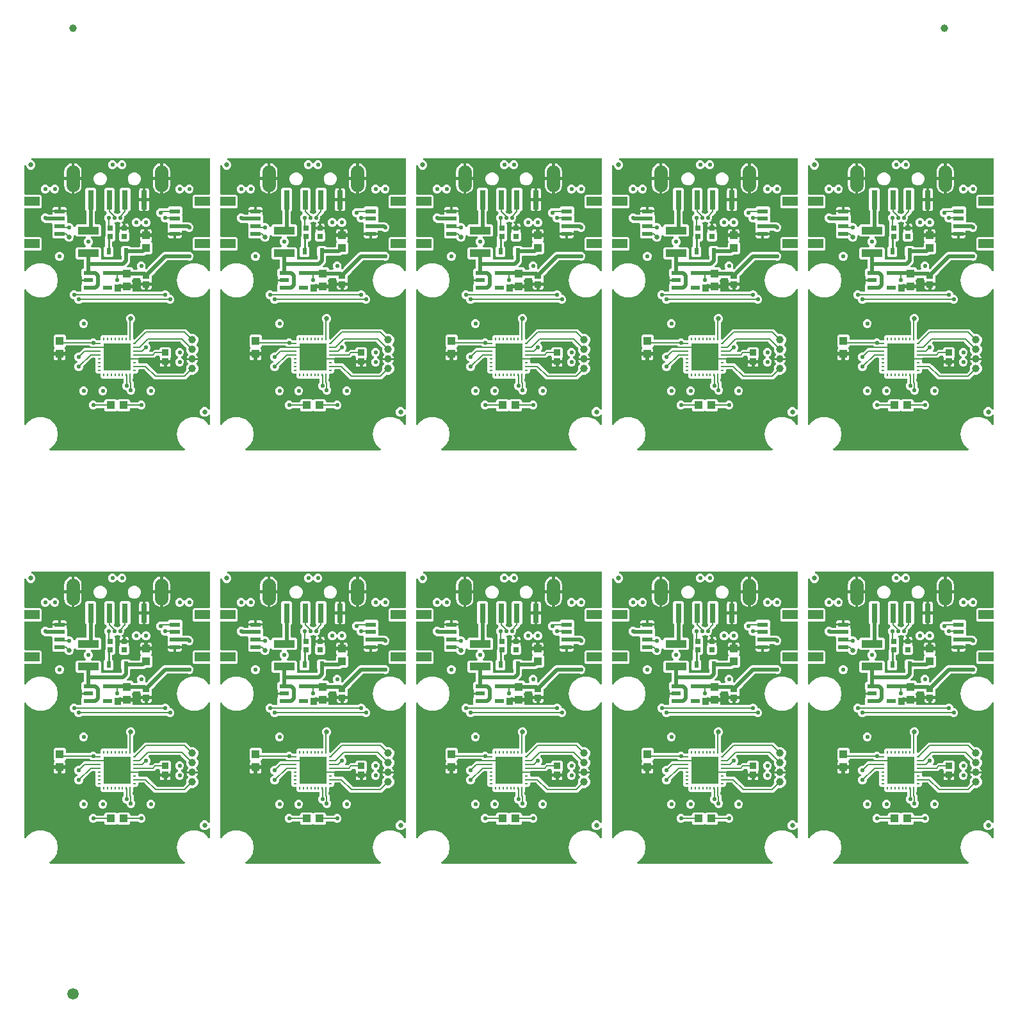
<source format=gtl>
G04 EAGLE Gerber RS-274X export*
G75*
%MOMM*%
%FSLAX34Y34*%
%LPD*%
%INTop Copper*%
%IPPOS*%
%AMOC8*
5,1,8,0,0,1.08239X$1,22.5*%
G01*
%ADD10R,2.000000X1.200000*%
%ADD11R,1.350000X0.600000*%
%ADD12R,1.200000X0.550000*%
%ADD13R,0.900000X0.850000*%
%ADD14R,1.000000X1.100000*%
%ADD15C,1.000000*%
%ADD16R,0.250000X0.400000*%
%ADD17R,0.400000X0.250000*%
%ADD18R,3.600000X3.600000*%
%ADD19R,0.800000X2.500000*%
%ADD20C,1.778000*%
%ADD21R,1.100000X1.000000*%
%ADD22R,0.700000X0.700000*%
%ADD23R,0.630000X0.830000*%
%ADD24R,2.800000X1.000000*%
%ADD25C,0.635000*%
%ADD26C,1.500000*%
%ADD27C,0.152400*%
%ADD28C,0.558800*%
%ADD29C,0.508000*%
%ADD30C,0.254000*%

G36*
X733565Y4069D02*
X733565Y4069D01*
X733600Y4067D01*
X733722Y4089D01*
X733845Y4105D01*
X733878Y4118D01*
X733913Y4124D01*
X734025Y4176D01*
X734141Y4222D01*
X734169Y4242D01*
X734201Y4257D01*
X734298Y4336D01*
X734398Y4408D01*
X734421Y4436D01*
X734448Y4458D01*
X734521Y4558D01*
X734601Y4653D01*
X734616Y4685D01*
X734637Y4714D01*
X734683Y4829D01*
X734736Y4941D01*
X734743Y4976D01*
X734756Y5009D01*
X734773Y5132D01*
X734796Y5253D01*
X734794Y5289D01*
X734799Y5324D01*
X734784Y5447D01*
X734776Y5571D01*
X734765Y5605D01*
X734761Y5640D01*
X734716Y5756D01*
X734678Y5873D01*
X734659Y5903D01*
X734647Y5936D01*
X734574Y6037D01*
X734508Y6142D01*
X734482Y6166D01*
X734462Y6195D01*
X734345Y6306D01*
X729175Y10644D01*
X725189Y17549D01*
X723805Y25400D01*
X725189Y33251D01*
X729175Y40155D01*
X735282Y45280D01*
X742774Y48007D01*
X750746Y48007D01*
X758238Y45280D01*
X764345Y40156D01*
X765727Y37762D01*
X765815Y37646D01*
X765900Y37528D01*
X765911Y37519D01*
X765919Y37509D01*
X766033Y37418D01*
X766145Y37325D01*
X766158Y37319D01*
X766168Y37311D01*
X766302Y37251D01*
X766433Y37190D01*
X766446Y37187D01*
X766459Y37182D01*
X766603Y37157D01*
X766746Y37130D01*
X766759Y37131D01*
X766772Y37128D01*
X766918Y37141D01*
X767063Y37150D01*
X767076Y37154D01*
X767089Y37155D01*
X767227Y37203D01*
X767365Y37248D01*
X767377Y37255D01*
X767390Y37259D01*
X767511Y37340D01*
X767634Y37418D01*
X767643Y37428D01*
X767655Y37435D01*
X767752Y37543D01*
X767852Y37649D01*
X767859Y37661D01*
X767868Y37671D01*
X767935Y37801D01*
X768006Y37928D01*
X768009Y37941D01*
X768015Y37953D01*
X768049Y38095D01*
X768085Y38236D01*
X768086Y38254D01*
X768088Y38263D01*
X768088Y38280D01*
X768095Y38397D01*
X768095Y50109D01*
X768078Y50247D01*
X768065Y50386D01*
X768058Y50405D01*
X768055Y50425D01*
X768004Y50554D01*
X767957Y50685D01*
X767946Y50702D01*
X767938Y50721D01*
X767857Y50833D01*
X767779Y50948D01*
X767763Y50962D01*
X767752Y50978D01*
X767644Y51067D01*
X767540Y51159D01*
X767522Y51168D01*
X767507Y51181D01*
X767381Y51240D01*
X767257Y51303D01*
X767237Y51308D01*
X767219Y51316D01*
X767082Y51342D01*
X766947Y51373D01*
X766926Y51372D01*
X766907Y51376D01*
X766768Y51367D01*
X766629Y51363D01*
X766609Y51358D01*
X766589Y51356D01*
X766457Y51314D01*
X766323Y51275D01*
X766306Y51265D01*
X766287Y51258D01*
X766169Y51184D01*
X766049Y51113D01*
X766028Y51095D01*
X766018Y51088D01*
X766004Y51073D01*
X765929Y51007D01*
X764255Y49334D01*
X761968Y48386D01*
X759492Y48386D01*
X757205Y49334D01*
X755454Y51085D01*
X754506Y53372D01*
X754506Y55848D01*
X755454Y58135D01*
X757205Y59886D01*
X759492Y60834D01*
X761968Y60834D01*
X764255Y59886D01*
X765929Y58213D01*
X766038Y58128D01*
X766145Y58039D01*
X766164Y58031D01*
X766180Y58018D01*
X766308Y57963D01*
X766433Y57904D01*
X766453Y57900D01*
X766472Y57892D01*
X766610Y57870D01*
X766746Y57844D01*
X766766Y57845D01*
X766786Y57842D01*
X766925Y57855D01*
X767063Y57864D01*
X767082Y57870D01*
X767102Y57872D01*
X767234Y57919D01*
X767365Y57962D01*
X767383Y57973D01*
X767402Y57979D01*
X767517Y58058D01*
X767634Y58132D01*
X767648Y58147D01*
X767665Y58158D01*
X767757Y58262D01*
X767852Y58364D01*
X767862Y58381D01*
X767875Y58396D01*
X767939Y58521D01*
X768006Y58642D01*
X768011Y58662D01*
X768020Y58680D01*
X768050Y58816D01*
X768085Y58950D01*
X768087Y58978D01*
X768090Y58990D01*
X768089Y59010D01*
X768095Y59111D01*
X768095Y215603D01*
X768077Y215748D01*
X768062Y215893D01*
X768057Y215906D01*
X768055Y215919D01*
X768002Y216054D01*
X767951Y216191D01*
X767943Y216202D01*
X767938Y216215D01*
X767853Y216332D01*
X767770Y216452D01*
X767759Y216461D01*
X767752Y216472D01*
X767640Y216565D01*
X767529Y216660D01*
X767517Y216666D01*
X767507Y216675D01*
X767375Y216737D01*
X767244Y216802D01*
X767231Y216805D01*
X767219Y216810D01*
X767077Y216838D01*
X766933Y216868D01*
X766920Y216868D01*
X766907Y216870D01*
X766762Y216861D01*
X766616Y216855D01*
X766602Y216851D01*
X766589Y216850D01*
X766451Y216806D01*
X766311Y216763D01*
X766299Y216756D01*
X766287Y216752D01*
X766164Y216675D01*
X766039Y216599D01*
X766029Y216589D01*
X766018Y216582D01*
X765918Y216476D01*
X765816Y216372D01*
X765806Y216357D01*
X765800Y216351D01*
X765792Y216336D01*
X765727Y216238D01*
X764345Y213844D01*
X758238Y208720D01*
X750746Y205993D01*
X742774Y205993D01*
X735282Y208720D01*
X729175Y213844D01*
X725189Y220749D01*
X723805Y228600D01*
X725189Y236451D01*
X729175Y243355D01*
X735282Y248480D01*
X742774Y251207D01*
X750746Y251207D01*
X758238Y248480D01*
X764345Y243356D01*
X765727Y240962D01*
X765815Y240846D01*
X765900Y240728D01*
X765911Y240719D01*
X765919Y240709D01*
X766033Y240618D01*
X766145Y240525D01*
X766158Y240519D01*
X766168Y240511D01*
X766302Y240451D01*
X766433Y240390D01*
X766446Y240387D01*
X766459Y240382D01*
X766603Y240357D01*
X766746Y240330D01*
X766759Y240331D01*
X766772Y240328D01*
X766918Y240341D01*
X767063Y240350D01*
X767076Y240354D01*
X767089Y240355D01*
X767227Y240403D01*
X767365Y240448D01*
X767377Y240455D01*
X767390Y240459D01*
X767511Y240540D01*
X767634Y240618D01*
X767643Y240628D01*
X767655Y240635D01*
X767752Y240743D01*
X767852Y240849D01*
X767859Y240861D01*
X767868Y240871D01*
X767935Y241001D01*
X768006Y241128D01*
X768009Y241141D01*
X768015Y241153D01*
X768049Y241295D01*
X768085Y241436D01*
X768086Y241454D01*
X768088Y241463D01*
X768088Y241480D01*
X768095Y241597D01*
X768095Y266482D01*
X768080Y266600D01*
X768073Y266719D01*
X768060Y266757D01*
X768055Y266798D01*
X768012Y266908D01*
X767975Y267021D01*
X767953Y267056D01*
X767938Y267093D01*
X767869Y267189D01*
X767805Y267290D01*
X767775Y267318D01*
X767752Y267351D01*
X767660Y267427D01*
X767573Y267508D01*
X767538Y267528D01*
X767507Y267553D01*
X767399Y267604D01*
X767295Y267662D01*
X767255Y267672D01*
X767219Y267689D01*
X767102Y267711D01*
X766987Y267741D01*
X766927Y267745D01*
X766907Y267749D01*
X766886Y267747D01*
X766826Y267751D01*
X746847Y267751D01*
X745061Y269537D01*
X745061Y284063D01*
X746847Y285849D01*
X766826Y285849D01*
X766944Y285864D01*
X767063Y285871D01*
X767101Y285884D01*
X767142Y285889D01*
X767252Y285932D01*
X767365Y285969D01*
X767400Y285991D01*
X767437Y286006D01*
X767533Y286075D01*
X767634Y286139D01*
X767662Y286169D01*
X767695Y286192D01*
X767771Y286284D01*
X767852Y286371D01*
X767872Y286406D01*
X767897Y286437D01*
X767948Y286545D01*
X768006Y286649D01*
X768016Y286689D01*
X768033Y286725D01*
X768055Y286842D01*
X768085Y286957D01*
X768089Y287017D01*
X768093Y287037D01*
X768091Y287058D01*
X768095Y287118D01*
X768095Y322482D01*
X768080Y322600D01*
X768073Y322719D01*
X768060Y322757D01*
X768055Y322798D01*
X768012Y322908D01*
X767975Y323021D01*
X767953Y323056D01*
X767938Y323093D01*
X767869Y323189D01*
X767805Y323290D01*
X767775Y323318D01*
X767752Y323351D01*
X767660Y323427D01*
X767573Y323508D01*
X767538Y323528D01*
X767507Y323553D01*
X767399Y323604D01*
X767295Y323662D01*
X767255Y323672D01*
X767219Y323689D01*
X767102Y323711D01*
X766987Y323741D01*
X766927Y323745D01*
X766907Y323749D01*
X766886Y323747D01*
X766826Y323751D01*
X746847Y323751D01*
X745061Y325537D01*
X745061Y340063D01*
X746847Y341849D01*
X766826Y341849D01*
X766944Y341864D01*
X767063Y341871D01*
X767101Y341884D01*
X767142Y341889D01*
X767252Y341932D01*
X767365Y341969D01*
X767400Y341991D01*
X767437Y342006D01*
X767533Y342075D01*
X767634Y342139D01*
X767662Y342169D01*
X767695Y342192D01*
X767771Y342284D01*
X767852Y342371D01*
X767872Y342406D01*
X767897Y342437D01*
X767948Y342545D01*
X768006Y342649D01*
X768016Y342689D01*
X768033Y342725D01*
X768055Y342842D01*
X768085Y342957D01*
X768089Y343017D01*
X768093Y343037D01*
X768091Y343058D01*
X768095Y343118D01*
X768095Y388366D01*
X768080Y388484D01*
X768073Y388603D01*
X768060Y388641D01*
X768055Y388682D01*
X768012Y388792D01*
X767975Y388905D01*
X767953Y388940D01*
X767938Y388977D01*
X767869Y389073D01*
X767805Y389174D01*
X767775Y389202D01*
X767752Y389235D01*
X767660Y389311D01*
X767573Y389392D01*
X767538Y389412D01*
X767507Y389437D01*
X767399Y389488D01*
X767295Y389546D01*
X767255Y389556D01*
X767219Y389573D01*
X767102Y389595D01*
X766987Y389625D01*
X766927Y389629D01*
X766907Y389633D01*
X766886Y389631D01*
X766826Y389635D01*
X532657Y389635D01*
X532588Y389627D01*
X532518Y389628D01*
X532430Y389607D01*
X532341Y389595D01*
X532276Y389570D01*
X532209Y389553D01*
X532129Y389511D01*
X532046Y389478D01*
X531989Y389437D01*
X531928Y389405D01*
X531861Y389344D01*
X531788Y389292D01*
X531744Y389238D01*
X531692Y389191D01*
X531643Y389116D01*
X531586Y389047D01*
X531556Y388983D01*
X531517Y388925D01*
X531488Y388840D01*
X531450Y388759D01*
X531437Y388690D01*
X531414Y388624D01*
X531407Y388535D01*
X531390Y388447D01*
X531395Y388377D01*
X531389Y388307D01*
X531404Y388219D01*
X531410Y388129D01*
X531431Y388063D01*
X531443Y387994D01*
X531480Y387912D01*
X531508Y387827D01*
X531545Y387768D01*
X531574Y387704D01*
X531630Y387634D01*
X531678Y387558D01*
X531729Y387510D01*
X531773Y387456D01*
X531844Y387401D01*
X531910Y387340D01*
X531971Y387306D01*
X532027Y387264D01*
X532171Y387193D01*
X534385Y386276D01*
X536136Y384525D01*
X537084Y382238D01*
X537084Y379762D01*
X536136Y377475D01*
X534385Y375724D01*
X532098Y374776D01*
X529622Y374776D01*
X527335Y375724D01*
X525584Y377475D01*
X524667Y379689D01*
X524632Y379749D01*
X524606Y379814D01*
X524554Y379887D01*
X524509Y379965D01*
X524461Y380015D01*
X524420Y380072D01*
X524350Y380129D01*
X524288Y380193D01*
X524228Y380230D01*
X524175Y380274D01*
X524093Y380313D01*
X524017Y380360D01*
X523950Y380380D01*
X523887Y380410D01*
X523799Y380427D01*
X523713Y380453D01*
X523643Y380457D01*
X523574Y380470D01*
X523485Y380464D01*
X523395Y380468D01*
X523327Y380454D01*
X523257Y380450D01*
X523172Y380422D01*
X523084Y380404D01*
X523021Y380373D01*
X522955Y380352D01*
X522879Y380304D01*
X522798Y380264D01*
X522745Y380219D01*
X522686Y380182D01*
X522624Y380116D01*
X522556Y380058D01*
X522516Y380001D01*
X522468Y379950D01*
X522425Y379872D01*
X522373Y379798D01*
X522348Y379733D01*
X522314Y379672D01*
X522292Y379585D01*
X522260Y379501D01*
X522252Y379431D01*
X522235Y379364D01*
X522225Y379203D01*
X522225Y343118D01*
X522240Y343000D01*
X522247Y342881D01*
X522260Y342843D01*
X522265Y342802D01*
X522308Y342692D01*
X522345Y342579D01*
X522367Y342544D01*
X522382Y342507D01*
X522451Y342411D01*
X522515Y342310D01*
X522545Y342282D01*
X522568Y342249D01*
X522660Y342173D01*
X522747Y342092D01*
X522782Y342072D01*
X522813Y342047D01*
X522921Y341996D01*
X523025Y341938D01*
X523065Y341928D01*
X523101Y341911D01*
X523218Y341889D01*
X523333Y341859D01*
X523393Y341855D01*
X523413Y341851D01*
X523434Y341853D01*
X523494Y341849D01*
X543473Y341849D01*
X545259Y340063D01*
X545259Y325537D01*
X543473Y323751D01*
X523494Y323751D01*
X523376Y323736D01*
X523257Y323729D01*
X523219Y323716D01*
X523178Y323711D01*
X523068Y323668D01*
X522955Y323631D01*
X522920Y323609D01*
X522883Y323594D01*
X522787Y323525D01*
X522686Y323461D01*
X522658Y323431D01*
X522625Y323408D01*
X522549Y323316D01*
X522468Y323229D01*
X522448Y323194D01*
X522423Y323163D01*
X522372Y323055D01*
X522314Y322951D01*
X522304Y322911D01*
X522287Y322875D01*
X522265Y322758D01*
X522235Y322643D01*
X522231Y322583D01*
X522227Y322563D01*
X522229Y322542D01*
X522225Y322482D01*
X522225Y287118D01*
X522240Y287000D01*
X522247Y286881D01*
X522260Y286843D01*
X522265Y286802D01*
X522308Y286692D01*
X522345Y286579D01*
X522367Y286544D01*
X522382Y286507D01*
X522451Y286411D01*
X522515Y286310D01*
X522545Y286282D01*
X522568Y286249D01*
X522660Y286173D01*
X522747Y286092D01*
X522782Y286072D01*
X522813Y286047D01*
X522921Y285996D01*
X523025Y285938D01*
X523065Y285928D01*
X523101Y285911D01*
X523218Y285889D01*
X523333Y285859D01*
X523393Y285855D01*
X523413Y285851D01*
X523434Y285853D01*
X523494Y285849D01*
X543473Y285849D01*
X545259Y284063D01*
X545259Y269537D01*
X543473Y267751D01*
X523494Y267751D01*
X523376Y267736D01*
X523257Y267729D01*
X523219Y267716D01*
X523178Y267711D01*
X523068Y267668D01*
X522955Y267631D01*
X522920Y267609D01*
X522883Y267594D01*
X522787Y267525D01*
X522686Y267461D01*
X522658Y267431D01*
X522625Y267408D01*
X522549Y267316D01*
X522468Y267229D01*
X522448Y267194D01*
X522423Y267163D01*
X522372Y267055D01*
X522314Y266951D01*
X522304Y266911D01*
X522287Y266875D01*
X522265Y266758D01*
X522235Y266643D01*
X522231Y266583D01*
X522227Y266563D01*
X522229Y266542D01*
X522225Y266482D01*
X522225Y241597D01*
X522243Y241452D01*
X522258Y241307D01*
X522263Y241294D01*
X522265Y241281D01*
X522318Y241146D01*
X522369Y241009D01*
X522377Y240998D01*
X522382Y240985D01*
X522467Y240868D01*
X522550Y240748D01*
X522561Y240739D01*
X522568Y240728D01*
X522681Y240635D01*
X522791Y240540D01*
X522803Y240534D01*
X522813Y240525D01*
X522945Y240463D01*
X523076Y240398D01*
X523089Y240395D01*
X523101Y240390D01*
X523243Y240362D01*
X523387Y240332D01*
X523400Y240332D01*
X523413Y240330D01*
X523558Y240339D01*
X523704Y240345D01*
X523718Y240349D01*
X523731Y240350D01*
X523869Y240394D01*
X524009Y240437D01*
X524021Y240444D01*
X524033Y240448D01*
X524156Y240525D01*
X524281Y240601D01*
X524291Y240611D01*
X524302Y240618D01*
X524402Y240724D01*
X524504Y240828D01*
X524514Y240843D01*
X524520Y240849D01*
X524528Y240864D01*
X524593Y240962D01*
X525975Y243355D01*
X532082Y248480D01*
X539574Y251207D01*
X547546Y251207D01*
X555038Y248480D01*
X561145Y243356D01*
X565131Y236451D01*
X566515Y228600D01*
X565131Y220749D01*
X561145Y213845D01*
X555038Y208720D01*
X547546Y205993D01*
X539574Y205993D01*
X532082Y208720D01*
X525975Y213844D01*
X524593Y216238D01*
X524505Y216354D01*
X524420Y216472D01*
X524409Y216481D01*
X524401Y216491D01*
X524287Y216581D01*
X524175Y216675D01*
X524162Y216681D01*
X524152Y216689D01*
X524018Y216749D01*
X523887Y216810D01*
X523874Y216813D01*
X523861Y216818D01*
X523717Y216843D01*
X523574Y216870D01*
X523561Y216869D01*
X523548Y216872D01*
X523402Y216859D01*
X523257Y216850D01*
X523244Y216846D01*
X523231Y216845D01*
X523093Y216797D01*
X522955Y216752D01*
X522943Y216745D01*
X522930Y216741D01*
X522809Y216660D01*
X522686Y216582D01*
X522677Y216572D01*
X522665Y216565D01*
X522568Y216457D01*
X522468Y216351D01*
X522461Y216339D01*
X522452Y216329D01*
X522385Y216199D01*
X522314Y216072D01*
X522311Y216059D01*
X522305Y216047D01*
X522271Y215905D01*
X522235Y215764D01*
X522234Y215746D01*
X522232Y215737D01*
X522232Y215720D01*
X522225Y215603D01*
X522225Y38397D01*
X522243Y38252D01*
X522258Y38107D01*
X522263Y38094D01*
X522265Y38081D01*
X522318Y37946D01*
X522369Y37809D01*
X522377Y37798D01*
X522382Y37785D01*
X522467Y37668D01*
X522550Y37548D01*
X522561Y37539D01*
X522568Y37528D01*
X522681Y37435D01*
X522791Y37340D01*
X522803Y37334D01*
X522813Y37325D01*
X522945Y37263D01*
X523076Y37198D01*
X523089Y37195D01*
X523101Y37190D01*
X523243Y37162D01*
X523387Y37132D01*
X523400Y37132D01*
X523413Y37130D01*
X523558Y37139D01*
X523704Y37145D01*
X523718Y37149D01*
X523731Y37150D01*
X523869Y37194D01*
X524009Y37237D01*
X524021Y37244D01*
X524033Y37248D01*
X524156Y37325D01*
X524281Y37401D01*
X524291Y37411D01*
X524302Y37418D01*
X524402Y37524D01*
X524504Y37628D01*
X524514Y37643D01*
X524520Y37649D01*
X524528Y37664D01*
X524593Y37762D01*
X525975Y40155D01*
X532082Y45280D01*
X539574Y48007D01*
X547546Y48007D01*
X555038Y45280D01*
X561145Y40156D01*
X565131Y33251D01*
X566515Y25400D01*
X565131Y17549D01*
X561145Y10645D01*
X555975Y6306D01*
X555951Y6280D01*
X555922Y6260D01*
X555843Y6164D01*
X555759Y6073D01*
X555742Y6042D01*
X555719Y6015D01*
X555666Y5902D01*
X555607Y5793D01*
X555599Y5759D01*
X555584Y5727D01*
X555561Y5605D01*
X555530Y5485D01*
X555531Y5449D01*
X555524Y5414D01*
X555532Y5291D01*
X555533Y5167D01*
X555542Y5132D01*
X555544Y5097D01*
X555582Y4979D01*
X555614Y4859D01*
X555631Y4828D01*
X555642Y4795D01*
X555708Y4690D01*
X555769Y4581D01*
X555793Y4556D01*
X555812Y4526D01*
X555902Y4441D01*
X555988Y4351D01*
X556018Y4332D01*
X556044Y4308D01*
X556152Y4248D01*
X556257Y4182D01*
X556291Y4171D01*
X556322Y4154D01*
X556442Y4123D01*
X556560Y4086D01*
X556596Y4084D01*
X556630Y4075D01*
X556791Y4065D01*
X733529Y4065D01*
X733565Y4069D01*
G37*
G36*
X992645Y550169D02*
X992645Y550169D01*
X992680Y550167D01*
X992802Y550189D01*
X992925Y550205D01*
X992958Y550218D01*
X992993Y550224D01*
X993105Y550276D01*
X993221Y550322D01*
X993249Y550342D01*
X993281Y550357D01*
X993378Y550436D01*
X993478Y550508D01*
X993501Y550536D01*
X993528Y550558D01*
X993601Y550658D01*
X993681Y550753D01*
X993696Y550785D01*
X993717Y550814D01*
X993763Y550929D01*
X993816Y551041D01*
X993823Y551076D01*
X993836Y551109D01*
X993853Y551232D01*
X993876Y551353D01*
X993874Y551389D01*
X993879Y551424D01*
X993864Y551547D01*
X993856Y551671D01*
X993845Y551705D01*
X993841Y551740D01*
X993796Y551856D01*
X993758Y551973D01*
X993739Y552003D01*
X993727Y552036D01*
X993654Y552137D01*
X993588Y552242D01*
X993562Y552266D01*
X993542Y552295D01*
X993425Y552406D01*
X988255Y556744D01*
X984269Y563649D01*
X982885Y571500D01*
X984269Y579351D01*
X988255Y586255D01*
X994362Y591380D01*
X1001854Y594107D01*
X1009826Y594107D01*
X1017318Y591380D01*
X1023425Y586256D01*
X1024807Y583862D01*
X1024895Y583746D01*
X1024980Y583628D01*
X1024991Y583619D01*
X1024999Y583609D01*
X1025113Y583518D01*
X1025225Y583425D01*
X1025238Y583419D01*
X1025248Y583411D01*
X1025382Y583351D01*
X1025513Y583290D01*
X1025526Y583287D01*
X1025539Y583282D01*
X1025683Y583257D01*
X1025826Y583230D01*
X1025839Y583231D01*
X1025852Y583228D01*
X1025998Y583241D01*
X1026143Y583250D01*
X1026156Y583254D01*
X1026169Y583255D01*
X1026307Y583303D01*
X1026445Y583348D01*
X1026457Y583355D01*
X1026470Y583359D01*
X1026591Y583440D01*
X1026714Y583518D01*
X1026723Y583528D01*
X1026735Y583535D01*
X1026832Y583643D01*
X1026932Y583749D01*
X1026939Y583761D01*
X1026948Y583771D01*
X1027015Y583900D01*
X1027086Y584028D01*
X1027089Y584041D01*
X1027095Y584053D01*
X1027129Y584195D01*
X1027165Y584336D01*
X1027166Y584354D01*
X1027168Y584363D01*
X1027168Y584380D01*
X1027175Y584497D01*
X1027175Y596209D01*
X1027158Y596347D01*
X1027145Y596486D01*
X1027138Y596505D01*
X1027135Y596525D01*
X1027084Y596654D01*
X1027037Y596785D01*
X1027026Y596802D01*
X1027018Y596821D01*
X1026937Y596933D01*
X1026859Y597048D01*
X1026843Y597062D01*
X1026832Y597078D01*
X1026724Y597167D01*
X1026620Y597259D01*
X1026602Y597268D01*
X1026587Y597281D01*
X1026461Y597340D01*
X1026337Y597403D01*
X1026317Y597408D01*
X1026299Y597416D01*
X1026162Y597442D01*
X1026027Y597473D01*
X1026006Y597472D01*
X1025987Y597476D01*
X1025848Y597467D01*
X1025709Y597463D01*
X1025689Y597458D01*
X1025669Y597456D01*
X1025537Y597414D01*
X1025403Y597375D01*
X1025386Y597365D01*
X1025367Y597358D01*
X1025249Y597284D01*
X1025129Y597213D01*
X1025108Y597195D01*
X1025098Y597188D01*
X1025084Y597173D01*
X1025009Y597107D01*
X1023335Y595434D01*
X1021048Y594486D01*
X1018572Y594486D01*
X1016285Y595434D01*
X1014534Y597185D01*
X1013586Y599472D01*
X1013586Y601948D01*
X1014534Y604235D01*
X1016285Y605986D01*
X1018572Y606934D01*
X1021048Y606934D01*
X1023335Y605986D01*
X1025009Y604313D01*
X1025118Y604228D01*
X1025225Y604139D01*
X1025244Y604131D01*
X1025260Y604118D01*
X1025388Y604063D01*
X1025513Y604004D01*
X1025533Y604000D01*
X1025552Y603992D01*
X1025690Y603970D01*
X1025826Y603944D01*
X1025846Y603945D01*
X1025866Y603942D01*
X1026005Y603955D01*
X1026143Y603964D01*
X1026162Y603970D01*
X1026182Y603972D01*
X1026314Y604019D01*
X1026445Y604062D01*
X1026463Y604073D01*
X1026482Y604079D01*
X1026597Y604158D01*
X1026714Y604232D01*
X1026728Y604247D01*
X1026745Y604258D01*
X1026837Y604362D01*
X1026932Y604464D01*
X1026942Y604481D01*
X1026955Y604496D01*
X1027019Y604621D01*
X1027086Y604742D01*
X1027091Y604762D01*
X1027100Y604780D01*
X1027130Y604916D01*
X1027165Y605050D01*
X1027167Y605078D01*
X1027170Y605090D01*
X1027169Y605110D01*
X1027175Y605211D01*
X1027175Y761703D01*
X1027157Y761848D01*
X1027142Y761993D01*
X1027137Y762006D01*
X1027135Y762019D01*
X1027082Y762154D01*
X1027031Y762291D01*
X1027023Y762302D01*
X1027018Y762315D01*
X1026933Y762432D01*
X1026850Y762552D01*
X1026839Y762561D01*
X1026832Y762572D01*
X1026720Y762665D01*
X1026609Y762760D01*
X1026597Y762766D01*
X1026587Y762775D01*
X1026455Y762837D01*
X1026324Y762902D01*
X1026311Y762905D01*
X1026299Y762910D01*
X1026157Y762938D01*
X1026013Y762968D01*
X1026000Y762968D01*
X1025987Y762970D01*
X1025842Y762961D01*
X1025696Y762955D01*
X1025682Y762951D01*
X1025669Y762950D01*
X1025531Y762906D01*
X1025391Y762863D01*
X1025379Y762856D01*
X1025367Y762852D01*
X1025244Y762775D01*
X1025119Y762699D01*
X1025109Y762689D01*
X1025098Y762682D01*
X1024998Y762576D01*
X1024896Y762472D01*
X1024886Y762457D01*
X1024880Y762451D01*
X1024872Y762436D01*
X1024807Y762338D01*
X1023425Y759944D01*
X1017318Y754820D01*
X1009826Y752093D01*
X1001854Y752093D01*
X994362Y754820D01*
X988255Y759944D01*
X984269Y766849D01*
X982885Y774700D01*
X984269Y782551D01*
X988255Y789455D01*
X994362Y794580D01*
X1001854Y797307D01*
X1009826Y797307D01*
X1017318Y794580D01*
X1023425Y789456D01*
X1024807Y787062D01*
X1024895Y786946D01*
X1024980Y786828D01*
X1024991Y786819D01*
X1024999Y786809D01*
X1025113Y786718D01*
X1025225Y786625D01*
X1025238Y786619D01*
X1025248Y786611D01*
X1025382Y786551D01*
X1025513Y786490D01*
X1025526Y786487D01*
X1025539Y786482D01*
X1025683Y786457D01*
X1025826Y786430D01*
X1025839Y786431D01*
X1025852Y786428D01*
X1025998Y786441D01*
X1026143Y786450D01*
X1026156Y786454D01*
X1026169Y786455D01*
X1026307Y786503D01*
X1026445Y786548D01*
X1026457Y786555D01*
X1026470Y786559D01*
X1026591Y786640D01*
X1026714Y786718D01*
X1026723Y786728D01*
X1026735Y786735D01*
X1026832Y786843D01*
X1026932Y786949D01*
X1026939Y786961D01*
X1026948Y786971D01*
X1027015Y787101D01*
X1027086Y787228D01*
X1027089Y787241D01*
X1027095Y787253D01*
X1027129Y787395D01*
X1027165Y787536D01*
X1027166Y787554D01*
X1027168Y787563D01*
X1027168Y787580D01*
X1027175Y787697D01*
X1027175Y812582D01*
X1027160Y812700D01*
X1027153Y812819D01*
X1027140Y812857D01*
X1027135Y812898D01*
X1027092Y813008D01*
X1027055Y813121D01*
X1027033Y813156D01*
X1027018Y813193D01*
X1026949Y813289D01*
X1026885Y813390D01*
X1026855Y813418D01*
X1026832Y813451D01*
X1026740Y813527D01*
X1026653Y813608D01*
X1026618Y813628D01*
X1026587Y813653D01*
X1026479Y813704D01*
X1026375Y813762D01*
X1026335Y813772D01*
X1026299Y813789D01*
X1026182Y813811D01*
X1026067Y813841D01*
X1026007Y813845D01*
X1025987Y813849D01*
X1025966Y813847D01*
X1025906Y813851D01*
X1005927Y813851D01*
X1004141Y815637D01*
X1004141Y830163D01*
X1005927Y831949D01*
X1025906Y831949D01*
X1026024Y831964D01*
X1026143Y831971D01*
X1026181Y831984D01*
X1026222Y831989D01*
X1026332Y832032D01*
X1026445Y832069D01*
X1026480Y832091D01*
X1026517Y832106D01*
X1026613Y832175D01*
X1026714Y832239D01*
X1026742Y832269D01*
X1026775Y832292D01*
X1026851Y832384D01*
X1026932Y832471D01*
X1026952Y832506D01*
X1026977Y832537D01*
X1027028Y832645D01*
X1027086Y832749D01*
X1027096Y832789D01*
X1027113Y832825D01*
X1027135Y832942D01*
X1027165Y833057D01*
X1027169Y833117D01*
X1027173Y833137D01*
X1027171Y833158D01*
X1027175Y833218D01*
X1027175Y868582D01*
X1027160Y868700D01*
X1027153Y868819D01*
X1027140Y868857D01*
X1027135Y868898D01*
X1027092Y869008D01*
X1027055Y869121D01*
X1027033Y869156D01*
X1027018Y869193D01*
X1026949Y869289D01*
X1026885Y869390D01*
X1026855Y869418D01*
X1026832Y869451D01*
X1026740Y869527D01*
X1026653Y869608D01*
X1026618Y869628D01*
X1026587Y869653D01*
X1026479Y869704D01*
X1026375Y869762D01*
X1026335Y869772D01*
X1026299Y869789D01*
X1026182Y869811D01*
X1026067Y869841D01*
X1026007Y869845D01*
X1025987Y869849D01*
X1025966Y869847D01*
X1025906Y869851D01*
X1005927Y869851D01*
X1004141Y871637D01*
X1004141Y886163D01*
X1005927Y887949D01*
X1025906Y887949D01*
X1026024Y887964D01*
X1026143Y887971D01*
X1026181Y887984D01*
X1026222Y887989D01*
X1026332Y888032D01*
X1026445Y888069D01*
X1026480Y888091D01*
X1026517Y888106D01*
X1026613Y888175D01*
X1026714Y888239D01*
X1026742Y888269D01*
X1026775Y888292D01*
X1026851Y888384D01*
X1026932Y888471D01*
X1026952Y888506D01*
X1026977Y888537D01*
X1027028Y888645D01*
X1027086Y888749D01*
X1027096Y888789D01*
X1027113Y888825D01*
X1027135Y888942D01*
X1027165Y889057D01*
X1027169Y889117D01*
X1027173Y889137D01*
X1027171Y889158D01*
X1027175Y889218D01*
X1027175Y934466D01*
X1027160Y934584D01*
X1027153Y934703D01*
X1027140Y934741D01*
X1027135Y934782D01*
X1027092Y934892D01*
X1027055Y935005D01*
X1027033Y935040D01*
X1027018Y935077D01*
X1026949Y935173D01*
X1026885Y935274D01*
X1026855Y935302D01*
X1026832Y935335D01*
X1026740Y935411D01*
X1026653Y935492D01*
X1026618Y935512D01*
X1026587Y935537D01*
X1026479Y935588D01*
X1026375Y935646D01*
X1026335Y935656D01*
X1026299Y935673D01*
X1026182Y935695D01*
X1026067Y935725D01*
X1026007Y935729D01*
X1025987Y935733D01*
X1025966Y935731D01*
X1025906Y935735D01*
X791737Y935735D01*
X791668Y935727D01*
X791598Y935728D01*
X791510Y935707D01*
X791421Y935695D01*
X791356Y935670D01*
X791289Y935653D01*
X791209Y935611D01*
X791126Y935578D01*
X791069Y935537D01*
X791008Y935505D01*
X790941Y935444D01*
X790868Y935392D01*
X790824Y935338D01*
X790772Y935291D01*
X790723Y935216D01*
X790666Y935147D01*
X790636Y935083D01*
X790597Y935025D01*
X790568Y934940D01*
X790530Y934859D01*
X790517Y934790D01*
X790494Y934724D01*
X790487Y934635D01*
X790470Y934547D01*
X790475Y934477D01*
X790469Y934407D01*
X790484Y934319D01*
X790490Y934229D01*
X790511Y934163D01*
X790523Y934094D01*
X790560Y934012D01*
X790588Y933927D01*
X790625Y933868D01*
X790654Y933804D01*
X790710Y933734D01*
X790758Y933658D01*
X790809Y933610D01*
X790853Y933556D01*
X790924Y933501D01*
X790990Y933440D01*
X791051Y933406D01*
X791107Y933364D01*
X791251Y933293D01*
X793465Y932376D01*
X795216Y930625D01*
X796164Y928338D01*
X796164Y925862D01*
X795216Y923575D01*
X793465Y921824D01*
X791178Y920876D01*
X788702Y920876D01*
X786415Y921824D01*
X784664Y923575D01*
X783747Y925789D01*
X783712Y925849D01*
X783686Y925914D01*
X783634Y925987D01*
X783589Y926065D01*
X783541Y926115D01*
X783500Y926172D01*
X783430Y926229D01*
X783368Y926293D01*
X783308Y926330D01*
X783255Y926374D01*
X783173Y926413D01*
X783097Y926460D01*
X783030Y926480D01*
X782967Y926510D01*
X782879Y926527D01*
X782793Y926553D01*
X782723Y926557D01*
X782654Y926570D01*
X782565Y926564D01*
X782475Y926568D01*
X782407Y926554D01*
X782337Y926550D01*
X782252Y926522D01*
X782164Y926504D01*
X782101Y926473D01*
X782035Y926452D01*
X781959Y926404D01*
X781878Y926364D01*
X781825Y926319D01*
X781766Y926282D01*
X781704Y926216D01*
X781636Y926158D01*
X781596Y926101D01*
X781548Y926050D01*
X781505Y925972D01*
X781453Y925898D01*
X781428Y925833D01*
X781394Y925772D01*
X781372Y925685D01*
X781340Y925601D01*
X781332Y925531D01*
X781315Y925464D01*
X781305Y925303D01*
X781305Y889218D01*
X781320Y889100D01*
X781327Y888981D01*
X781340Y888943D01*
X781345Y888902D01*
X781388Y888792D01*
X781425Y888679D01*
X781447Y888644D01*
X781462Y888607D01*
X781531Y888511D01*
X781595Y888410D01*
X781625Y888382D01*
X781648Y888349D01*
X781740Y888273D01*
X781827Y888192D01*
X781862Y888172D01*
X781893Y888147D01*
X782001Y888096D01*
X782105Y888038D01*
X782145Y888028D01*
X782181Y888011D01*
X782298Y887989D01*
X782413Y887959D01*
X782473Y887955D01*
X782493Y887951D01*
X782514Y887953D01*
X782574Y887949D01*
X802553Y887949D01*
X804339Y886163D01*
X804339Y871637D01*
X802553Y869851D01*
X782574Y869851D01*
X782456Y869836D01*
X782337Y869829D01*
X782299Y869816D01*
X782258Y869811D01*
X782148Y869768D01*
X782035Y869731D01*
X782000Y869709D01*
X781963Y869694D01*
X781867Y869625D01*
X781766Y869561D01*
X781738Y869531D01*
X781705Y869508D01*
X781629Y869416D01*
X781548Y869329D01*
X781528Y869294D01*
X781503Y869263D01*
X781452Y869155D01*
X781394Y869051D01*
X781384Y869011D01*
X781367Y868975D01*
X781345Y868858D01*
X781315Y868743D01*
X781311Y868683D01*
X781307Y868663D01*
X781309Y868642D01*
X781305Y868582D01*
X781305Y833218D01*
X781320Y833100D01*
X781327Y832981D01*
X781340Y832943D01*
X781345Y832902D01*
X781388Y832792D01*
X781425Y832679D01*
X781447Y832644D01*
X781462Y832607D01*
X781531Y832511D01*
X781595Y832410D01*
X781625Y832382D01*
X781648Y832349D01*
X781740Y832273D01*
X781827Y832192D01*
X781862Y832172D01*
X781893Y832147D01*
X782001Y832096D01*
X782105Y832038D01*
X782145Y832028D01*
X782181Y832011D01*
X782298Y831989D01*
X782413Y831959D01*
X782473Y831955D01*
X782493Y831951D01*
X782514Y831953D01*
X782574Y831949D01*
X802553Y831949D01*
X804339Y830163D01*
X804339Y815637D01*
X802553Y813851D01*
X782574Y813851D01*
X782456Y813836D01*
X782337Y813829D01*
X782299Y813816D01*
X782258Y813811D01*
X782148Y813768D01*
X782035Y813731D01*
X782000Y813709D01*
X781963Y813694D01*
X781867Y813625D01*
X781766Y813561D01*
X781738Y813531D01*
X781705Y813508D01*
X781629Y813416D01*
X781548Y813329D01*
X781528Y813294D01*
X781503Y813263D01*
X781452Y813155D01*
X781394Y813051D01*
X781384Y813011D01*
X781367Y812975D01*
X781345Y812858D01*
X781315Y812743D01*
X781311Y812683D01*
X781307Y812663D01*
X781309Y812642D01*
X781305Y812582D01*
X781305Y787697D01*
X781323Y787552D01*
X781338Y787407D01*
X781343Y787394D01*
X781345Y787381D01*
X781398Y787246D01*
X781449Y787109D01*
X781457Y787098D01*
X781462Y787085D01*
X781547Y786967D01*
X781630Y786848D01*
X781640Y786839D01*
X781648Y786828D01*
X781761Y786735D01*
X781871Y786640D01*
X781883Y786634D01*
X781893Y786625D01*
X782025Y786563D01*
X782156Y786498D01*
X782169Y786495D01*
X782181Y786490D01*
X782323Y786463D01*
X782467Y786432D01*
X782480Y786432D01*
X782493Y786430D01*
X782638Y786439D01*
X782784Y786445D01*
X782797Y786449D01*
X782811Y786450D01*
X782949Y786494D01*
X783089Y786537D01*
X783101Y786544D01*
X783113Y786548D01*
X783236Y786625D01*
X783361Y786701D01*
X783371Y786711D01*
X783382Y786718D01*
X783482Y786824D01*
X783584Y786928D01*
X783594Y786943D01*
X783600Y786949D01*
X783608Y786964D01*
X783673Y787062D01*
X785055Y789455D01*
X791162Y794580D01*
X798654Y797307D01*
X806626Y797307D01*
X814118Y794580D01*
X820225Y789456D01*
X824211Y782551D01*
X825595Y774700D01*
X824211Y766849D01*
X820225Y759945D01*
X814118Y754820D01*
X806626Y752093D01*
X798654Y752093D01*
X791162Y754820D01*
X785055Y759944D01*
X783673Y762338D01*
X783585Y762454D01*
X783500Y762572D01*
X783489Y762581D01*
X783481Y762591D01*
X783367Y762682D01*
X783255Y762775D01*
X783242Y762781D01*
X783232Y762789D01*
X783098Y762849D01*
X782967Y762910D01*
X782954Y762913D01*
X782941Y762918D01*
X782797Y762943D01*
X782654Y762970D01*
X782641Y762969D01*
X782628Y762972D01*
X782482Y762959D01*
X782337Y762950D01*
X782324Y762946D01*
X782311Y762945D01*
X782173Y762897D01*
X782035Y762852D01*
X782023Y762845D01*
X782010Y762841D01*
X781889Y762760D01*
X781766Y762682D01*
X781757Y762672D01*
X781745Y762665D01*
X781648Y762557D01*
X781548Y762451D01*
X781541Y762439D01*
X781532Y762429D01*
X781465Y762300D01*
X781394Y762172D01*
X781391Y762159D01*
X781385Y762147D01*
X781351Y762005D01*
X781315Y761864D01*
X781314Y761846D01*
X781312Y761837D01*
X781312Y761820D01*
X781305Y761703D01*
X781305Y584497D01*
X781323Y584352D01*
X781338Y584207D01*
X781343Y584194D01*
X781345Y584181D01*
X781398Y584046D01*
X781449Y583909D01*
X781457Y583898D01*
X781462Y583885D01*
X781547Y583767D01*
X781630Y583648D01*
X781640Y583639D01*
X781648Y583628D01*
X781761Y583535D01*
X781871Y583440D01*
X781883Y583434D01*
X781893Y583425D01*
X782025Y583363D01*
X782156Y583298D01*
X782169Y583295D01*
X782181Y583290D01*
X782323Y583263D01*
X782467Y583232D01*
X782480Y583232D01*
X782493Y583230D01*
X782638Y583239D01*
X782784Y583245D01*
X782797Y583249D01*
X782811Y583250D01*
X782949Y583294D01*
X783089Y583337D01*
X783101Y583344D01*
X783113Y583348D01*
X783236Y583425D01*
X783361Y583501D01*
X783371Y583511D01*
X783382Y583518D01*
X783482Y583624D01*
X783584Y583728D01*
X783594Y583743D01*
X783600Y583749D01*
X783608Y583764D01*
X783673Y583862D01*
X785055Y586255D01*
X791162Y591380D01*
X798654Y594107D01*
X806626Y594107D01*
X814118Y591380D01*
X820225Y586256D01*
X824211Y579351D01*
X825595Y571500D01*
X824211Y563649D01*
X820225Y556745D01*
X815055Y552406D01*
X815031Y552380D01*
X815002Y552360D01*
X814923Y552264D01*
X814839Y552173D01*
X814822Y552142D01*
X814799Y552115D01*
X814746Y552002D01*
X814687Y551893D01*
X814679Y551859D01*
X814664Y551827D01*
X814641Y551705D01*
X814610Y551585D01*
X814611Y551549D01*
X814604Y551514D01*
X814612Y551391D01*
X814613Y551267D01*
X814622Y551232D01*
X814624Y551197D01*
X814662Y551079D01*
X814694Y550959D01*
X814711Y550928D01*
X814722Y550895D01*
X814788Y550790D01*
X814849Y550681D01*
X814873Y550656D01*
X814892Y550626D01*
X814982Y550541D01*
X815068Y550451D01*
X815098Y550432D01*
X815124Y550408D01*
X815232Y550348D01*
X815337Y550282D01*
X815371Y550271D01*
X815402Y550254D01*
X815522Y550223D01*
X815640Y550186D01*
X815676Y550184D01*
X815710Y550175D01*
X815871Y550165D01*
X992609Y550165D01*
X992645Y550169D01*
G37*
G36*
X215405Y550169D02*
X215405Y550169D01*
X215440Y550167D01*
X215562Y550189D01*
X215685Y550205D01*
X215718Y550218D01*
X215753Y550224D01*
X215865Y550276D01*
X215981Y550322D01*
X216009Y550342D01*
X216041Y550357D01*
X216138Y550436D01*
X216238Y550508D01*
X216261Y550536D01*
X216288Y550558D01*
X216361Y550658D01*
X216441Y550753D01*
X216456Y550785D01*
X216477Y550814D01*
X216523Y550929D01*
X216576Y551041D01*
X216583Y551076D01*
X216596Y551109D01*
X216613Y551232D01*
X216636Y551353D01*
X216634Y551389D01*
X216639Y551424D01*
X216624Y551547D01*
X216616Y551671D01*
X216605Y551705D01*
X216601Y551740D01*
X216556Y551856D01*
X216518Y551973D01*
X216499Y552003D01*
X216487Y552036D01*
X216414Y552137D01*
X216348Y552242D01*
X216322Y552266D01*
X216302Y552295D01*
X216185Y552406D01*
X211015Y556744D01*
X207029Y563649D01*
X205645Y571500D01*
X207029Y579351D01*
X211015Y586255D01*
X217122Y591380D01*
X224614Y594107D01*
X232586Y594107D01*
X240078Y591380D01*
X246185Y586256D01*
X247567Y583862D01*
X247655Y583746D01*
X247740Y583628D01*
X247751Y583619D01*
X247759Y583609D01*
X247873Y583518D01*
X247985Y583425D01*
X247998Y583419D01*
X248008Y583411D01*
X248142Y583351D01*
X248273Y583290D01*
X248286Y583287D01*
X248299Y583282D01*
X248443Y583257D01*
X248586Y583230D01*
X248599Y583231D01*
X248612Y583228D01*
X248758Y583241D01*
X248903Y583250D01*
X248916Y583254D01*
X248929Y583255D01*
X249067Y583303D01*
X249205Y583348D01*
X249217Y583355D01*
X249230Y583359D01*
X249351Y583440D01*
X249474Y583518D01*
X249483Y583528D01*
X249495Y583535D01*
X249592Y583643D01*
X249692Y583749D01*
X249699Y583761D01*
X249708Y583771D01*
X249775Y583900D01*
X249846Y584028D01*
X249849Y584041D01*
X249855Y584053D01*
X249889Y584195D01*
X249925Y584336D01*
X249926Y584354D01*
X249928Y584363D01*
X249928Y584380D01*
X249935Y584497D01*
X249935Y596209D01*
X249918Y596347D01*
X249905Y596486D01*
X249898Y596505D01*
X249895Y596525D01*
X249844Y596654D01*
X249797Y596785D01*
X249786Y596802D01*
X249778Y596821D01*
X249697Y596933D01*
X249619Y597048D01*
X249603Y597062D01*
X249592Y597078D01*
X249484Y597167D01*
X249380Y597259D01*
X249362Y597268D01*
X249347Y597281D01*
X249221Y597340D01*
X249097Y597403D01*
X249077Y597408D01*
X249059Y597416D01*
X248922Y597442D01*
X248787Y597473D01*
X248766Y597472D01*
X248747Y597476D01*
X248608Y597467D01*
X248469Y597463D01*
X248449Y597458D01*
X248429Y597456D01*
X248297Y597414D01*
X248163Y597375D01*
X248146Y597365D01*
X248127Y597358D01*
X248009Y597284D01*
X247889Y597213D01*
X247868Y597195D01*
X247858Y597188D01*
X247844Y597173D01*
X247769Y597107D01*
X246095Y595434D01*
X243808Y594486D01*
X241332Y594486D01*
X239045Y595434D01*
X237294Y597185D01*
X236346Y599472D01*
X236346Y601948D01*
X237294Y604235D01*
X239045Y605986D01*
X241332Y606934D01*
X243808Y606934D01*
X246095Y605986D01*
X247769Y604313D01*
X247878Y604228D01*
X247985Y604139D01*
X248004Y604131D01*
X248020Y604118D01*
X248148Y604063D01*
X248273Y604004D01*
X248293Y604000D01*
X248312Y603992D01*
X248450Y603970D01*
X248586Y603944D01*
X248606Y603945D01*
X248626Y603942D01*
X248765Y603955D01*
X248903Y603964D01*
X248922Y603970D01*
X248942Y603972D01*
X249074Y604019D01*
X249205Y604062D01*
X249223Y604073D01*
X249242Y604079D01*
X249357Y604158D01*
X249474Y604232D01*
X249488Y604247D01*
X249505Y604258D01*
X249597Y604362D01*
X249692Y604464D01*
X249702Y604481D01*
X249715Y604496D01*
X249779Y604621D01*
X249846Y604742D01*
X249851Y604762D01*
X249860Y604780D01*
X249890Y604916D01*
X249925Y605050D01*
X249927Y605078D01*
X249930Y605090D01*
X249929Y605110D01*
X249935Y605211D01*
X249935Y761703D01*
X249917Y761848D01*
X249902Y761993D01*
X249897Y762006D01*
X249895Y762019D01*
X249842Y762154D01*
X249791Y762291D01*
X249783Y762302D01*
X249778Y762315D01*
X249693Y762432D01*
X249610Y762552D01*
X249599Y762561D01*
X249592Y762572D01*
X249480Y762665D01*
X249369Y762760D01*
X249357Y762766D01*
X249347Y762775D01*
X249215Y762837D01*
X249084Y762902D01*
X249071Y762905D01*
X249059Y762910D01*
X248917Y762938D01*
X248773Y762968D01*
X248760Y762968D01*
X248747Y762970D01*
X248602Y762961D01*
X248456Y762955D01*
X248442Y762951D01*
X248429Y762950D01*
X248291Y762906D01*
X248151Y762863D01*
X248139Y762856D01*
X248127Y762852D01*
X248004Y762775D01*
X247879Y762699D01*
X247869Y762689D01*
X247858Y762682D01*
X247758Y762576D01*
X247656Y762472D01*
X247646Y762457D01*
X247640Y762451D01*
X247632Y762436D01*
X247567Y762338D01*
X246185Y759944D01*
X240078Y754820D01*
X232586Y752093D01*
X224614Y752093D01*
X217122Y754820D01*
X211015Y759944D01*
X207029Y766849D01*
X205645Y774700D01*
X207029Y782551D01*
X211015Y789455D01*
X217122Y794580D01*
X224614Y797307D01*
X232586Y797307D01*
X240078Y794580D01*
X246185Y789456D01*
X247567Y787062D01*
X247655Y786946D01*
X247740Y786828D01*
X247751Y786819D01*
X247759Y786809D01*
X247873Y786718D01*
X247985Y786625D01*
X247998Y786619D01*
X248008Y786611D01*
X248142Y786551D01*
X248273Y786490D01*
X248286Y786487D01*
X248299Y786482D01*
X248443Y786457D01*
X248586Y786430D01*
X248599Y786431D01*
X248612Y786428D01*
X248758Y786441D01*
X248903Y786450D01*
X248916Y786454D01*
X248929Y786455D01*
X249067Y786503D01*
X249205Y786548D01*
X249217Y786555D01*
X249230Y786559D01*
X249351Y786640D01*
X249474Y786718D01*
X249483Y786728D01*
X249495Y786735D01*
X249592Y786843D01*
X249692Y786949D01*
X249699Y786961D01*
X249708Y786971D01*
X249775Y787101D01*
X249846Y787228D01*
X249849Y787241D01*
X249855Y787253D01*
X249889Y787395D01*
X249925Y787536D01*
X249926Y787554D01*
X249928Y787563D01*
X249928Y787580D01*
X249935Y787697D01*
X249935Y812582D01*
X249920Y812700D01*
X249913Y812819D01*
X249900Y812857D01*
X249895Y812898D01*
X249852Y813008D01*
X249815Y813121D01*
X249793Y813156D01*
X249778Y813193D01*
X249709Y813289D01*
X249645Y813390D01*
X249615Y813418D01*
X249592Y813451D01*
X249500Y813527D01*
X249413Y813608D01*
X249378Y813628D01*
X249347Y813653D01*
X249239Y813704D01*
X249135Y813762D01*
X249095Y813772D01*
X249059Y813789D01*
X248942Y813811D01*
X248827Y813841D01*
X248767Y813845D01*
X248747Y813849D01*
X248726Y813847D01*
X248666Y813851D01*
X228687Y813851D01*
X226901Y815637D01*
X226901Y830163D01*
X228687Y831949D01*
X248666Y831949D01*
X248784Y831964D01*
X248903Y831971D01*
X248941Y831984D01*
X248982Y831989D01*
X249092Y832032D01*
X249205Y832069D01*
X249240Y832091D01*
X249277Y832106D01*
X249373Y832175D01*
X249474Y832239D01*
X249502Y832269D01*
X249535Y832292D01*
X249611Y832384D01*
X249692Y832471D01*
X249712Y832506D01*
X249737Y832537D01*
X249788Y832645D01*
X249846Y832749D01*
X249856Y832789D01*
X249873Y832825D01*
X249895Y832942D01*
X249925Y833057D01*
X249929Y833117D01*
X249933Y833137D01*
X249931Y833158D01*
X249935Y833218D01*
X249935Y868582D01*
X249920Y868700D01*
X249913Y868819D01*
X249900Y868857D01*
X249895Y868898D01*
X249852Y869008D01*
X249815Y869121D01*
X249793Y869156D01*
X249778Y869193D01*
X249709Y869289D01*
X249645Y869390D01*
X249615Y869418D01*
X249592Y869451D01*
X249500Y869527D01*
X249413Y869608D01*
X249378Y869628D01*
X249347Y869653D01*
X249239Y869704D01*
X249135Y869762D01*
X249095Y869772D01*
X249059Y869789D01*
X248942Y869811D01*
X248827Y869841D01*
X248767Y869845D01*
X248747Y869849D01*
X248726Y869847D01*
X248666Y869851D01*
X228687Y869851D01*
X226901Y871637D01*
X226901Y886163D01*
X228687Y887949D01*
X248666Y887949D01*
X248784Y887964D01*
X248903Y887971D01*
X248941Y887984D01*
X248982Y887989D01*
X249092Y888032D01*
X249205Y888069D01*
X249240Y888091D01*
X249277Y888106D01*
X249373Y888175D01*
X249474Y888239D01*
X249502Y888269D01*
X249535Y888292D01*
X249611Y888384D01*
X249692Y888471D01*
X249712Y888506D01*
X249737Y888537D01*
X249788Y888645D01*
X249846Y888749D01*
X249856Y888789D01*
X249873Y888825D01*
X249895Y888942D01*
X249925Y889057D01*
X249929Y889117D01*
X249933Y889137D01*
X249931Y889158D01*
X249935Y889218D01*
X249935Y934466D01*
X249920Y934584D01*
X249913Y934703D01*
X249900Y934741D01*
X249895Y934782D01*
X249852Y934892D01*
X249815Y935005D01*
X249793Y935040D01*
X249778Y935077D01*
X249709Y935173D01*
X249645Y935274D01*
X249615Y935302D01*
X249592Y935335D01*
X249500Y935411D01*
X249413Y935492D01*
X249378Y935512D01*
X249347Y935537D01*
X249239Y935588D01*
X249135Y935646D01*
X249095Y935656D01*
X249059Y935673D01*
X248942Y935695D01*
X248827Y935725D01*
X248767Y935729D01*
X248747Y935733D01*
X248726Y935731D01*
X248666Y935735D01*
X14497Y935735D01*
X14428Y935727D01*
X14358Y935728D01*
X14270Y935707D01*
X14181Y935695D01*
X14116Y935670D01*
X14049Y935653D01*
X13969Y935611D01*
X13886Y935578D01*
X13829Y935537D01*
X13768Y935505D01*
X13701Y935444D01*
X13628Y935392D01*
X13584Y935338D01*
X13532Y935291D01*
X13483Y935216D01*
X13426Y935147D01*
X13396Y935083D01*
X13357Y935025D01*
X13328Y934940D01*
X13290Y934859D01*
X13277Y934790D01*
X13254Y934724D01*
X13247Y934635D01*
X13230Y934547D01*
X13235Y934477D01*
X13229Y934407D01*
X13244Y934319D01*
X13250Y934229D01*
X13271Y934163D01*
X13283Y934094D01*
X13320Y934012D01*
X13348Y933927D01*
X13385Y933868D01*
X13414Y933804D01*
X13470Y933734D01*
X13518Y933658D01*
X13569Y933610D01*
X13613Y933556D01*
X13684Y933501D01*
X13750Y933440D01*
X13811Y933406D01*
X13867Y933364D01*
X14011Y933293D01*
X16225Y932376D01*
X17976Y930625D01*
X18924Y928338D01*
X18924Y925862D01*
X17976Y923575D01*
X16225Y921824D01*
X13938Y920876D01*
X11462Y920876D01*
X9175Y921824D01*
X7424Y923575D01*
X6507Y925789D01*
X6472Y925849D01*
X6446Y925914D01*
X6394Y925987D01*
X6349Y926065D01*
X6301Y926115D01*
X6260Y926172D01*
X6190Y926229D01*
X6128Y926293D01*
X6068Y926330D01*
X6015Y926374D01*
X5933Y926413D01*
X5857Y926460D01*
X5790Y926480D01*
X5727Y926510D01*
X5639Y926527D01*
X5553Y926553D01*
X5483Y926557D01*
X5414Y926570D01*
X5325Y926564D01*
X5235Y926568D01*
X5167Y926554D01*
X5097Y926550D01*
X5012Y926522D01*
X4924Y926504D01*
X4861Y926473D01*
X4795Y926452D01*
X4719Y926404D01*
X4638Y926364D01*
X4585Y926319D01*
X4526Y926282D01*
X4464Y926216D01*
X4396Y926158D01*
X4356Y926101D01*
X4308Y926050D01*
X4265Y925972D01*
X4213Y925898D01*
X4188Y925833D01*
X4154Y925772D01*
X4132Y925685D01*
X4100Y925601D01*
X4092Y925531D01*
X4075Y925464D01*
X4065Y925303D01*
X4065Y889218D01*
X4080Y889100D01*
X4087Y888981D01*
X4100Y888943D01*
X4105Y888902D01*
X4148Y888792D01*
X4185Y888679D01*
X4207Y888644D01*
X4222Y888607D01*
X4291Y888511D01*
X4355Y888410D01*
X4385Y888382D01*
X4408Y888349D01*
X4500Y888273D01*
X4587Y888192D01*
X4622Y888172D01*
X4653Y888147D01*
X4761Y888096D01*
X4865Y888038D01*
X4905Y888028D01*
X4941Y888011D01*
X5058Y887989D01*
X5173Y887959D01*
X5233Y887955D01*
X5253Y887951D01*
X5274Y887953D01*
X5334Y887949D01*
X25313Y887949D01*
X27099Y886163D01*
X27099Y871637D01*
X25313Y869851D01*
X5334Y869851D01*
X5216Y869836D01*
X5097Y869829D01*
X5059Y869816D01*
X5018Y869811D01*
X4908Y869768D01*
X4795Y869731D01*
X4760Y869709D01*
X4723Y869694D01*
X4627Y869625D01*
X4526Y869561D01*
X4498Y869531D01*
X4465Y869508D01*
X4389Y869416D01*
X4308Y869329D01*
X4288Y869294D01*
X4263Y869263D01*
X4212Y869155D01*
X4154Y869051D01*
X4144Y869011D01*
X4127Y868975D01*
X4105Y868858D01*
X4075Y868743D01*
X4071Y868683D01*
X4067Y868663D01*
X4069Y868642D01*
X4065Y868582D01*
X4065Y833218D01*
X4080Y833100D01*
X4087Y832981D01*
X4100Y832943D01*
X4105Y832902D01*
X4148Y832792D01*
X4185Y832679D01*
X4207Y832644D01*
X4222Y832607D01*
X4291Y832511D01*
X4355Y832410D01*
X4385Y832382D01*
X4408Y832349D01*
X4500Y832273D01*
X4587Y832192D01*
X4622Y832172D01*
X4653Y832147D01*
X4761Y832096D01*
X4865Y832038D01*
X4905Y832028D01*
X4941Y832011D01*
X5058Y831989D01*
X5173Y831959D01*
X5233Y831955D01*
X5253Y831951D01*
X5274Y831953D01*
X5334Y831949D01*
X25313Y831949D01*
X27099Y830163D01*
X27099Y815637D01*
X25313Y813851D01*
X5334Y813851D01*
X5216Y813836D01*
X5097Y813829D01*
X5059Y813816D01*
X5018Y813811D01*
X4908Y813768D01*
X4795Y813731D01*
X4760Y813709D01*
X4723Y813694D01*
X4627Y813625D01*
X4526Y813561D01*
X4498Y813531D01*
X4465Y813508D01*
X4389Y813416D01*
X4308Y813329D01*
X4288Y813294D01*
X4263Y813263D01*
X4212Y813155D01*
X4154Y813051D01*
X4144Y813011D01*
X4127Y812975D01*
X4105Y812858D01*
X4075Y812743D01*
X4071Y812683D01*
X4067Y812663D01*
X4069Y812642D01*
X4065Y812582D01*
X4065Y787697D01*
X4083Y787552D01*
X4098Y787407D01*
X4103Y787394D01*
X4105Y787381D01*
X4158Y787246D01*
X4209Y787109D01*
X4217Y787098D01*
X4222Y787085D01*
X4307Y786967D01*
X4390Y786848D01*
X4400Y786839D01*
X4408Y786828D01*
X4521Y786735D01*
X4631Y786640D01*
X4643Y786634D01*
X4653Y786625D01*
X4785Y786563D01*
X4916Y786498D01*
X4929Y786495D01*
X4941Y786490D01*
X5083Y786463D01*
X5227Y786432D01*
X5240Y786432D01*
X5253Y786430D01*
X5398Y786439D01*
X5544Y786445D01*
X5557Y786449D01*
X5571Y786450D01*
X5709Y786494D01*
X5849Y786537D01*
X5861Y786544D01*
X5873Y786548D01*
X5996Y786625D01*
X6121Y786701D01*
X6131Y786711D01*
X6142Y786718D01*
X6242Y786824D01*
X6344Y786928D01*
X6354Y786943D01*
X6360Y786949D01*
X6368Y786964D01*
X6433Y787062D01*
X7815Y789455D01*
X13922Y794580D01*
X21414Y797307D01*
X29386Y797307D01*
X36878Y794580D01*
X42985Y789456D01*
X46971Y782551D01*
X48355Y774700D01*
X46971Y766849D01*
X42985Y759945D01*
X36878Y754820D01*
X29386Y752093D01*
X21414Y752093D01*
X13922Y754820D01*
X7815Y759944D01*
X6433Y762338D01*
X6345Y762454D01*
X6260Y762572D01*
X6249Y762581D01*
X6241Y762591D01*
X6127Y762682D01*
X6015Y762775D01*
X6002Y762781D01*
X5992Y762789D01*
X5858Y762849D01*
X5727Y762910D01*
X5714Y762913D01*
X5701Y762918D01*
X5557Y762943D01*
X5414Y762970D01*
X5401Y762969D01*
X5388Y762972D01*
X5242Y762959D01*
X5097Y762950D01*
X5084Y762946D01*
X5071Y762945D01*
X4933Y762897D01*
X4795Y762852D01*
X4783Y762845D01*
X4770Y762841D01*
X4649Y762760D01*
X4526Y762682D01*
X4517Y762672D01*
X4505Y762665D01*
X4408Y762557D01*
X4308Y762451D01*
X4301Y762439D01*
X4292Y762429D01*
X4225Y762300D01*
X4154Y762172D01*
X4151Y762159D01*
X4145Y762147D01*
X4111Y762005D01*
X4075Y761864D01*
X4074Y761846D01*
X4072Y761837D01*
X4072Y761820D01*
X4065Y761703D01*
X4065Y584497D01*
X4083Y584352D01*
X4098Y584207D01*
X4103Y584194D01*
X4105Y584181D01*
X4158Y584046D01*
X4209Y583909D01*
X4217Y583898D01*
X4222Y583885D01*
X4307Y583768D01*
X4390Y583648D01*
X4401Y583639D01*
X4408Y583628D01*
X4520Y583535D01*
X4631Y583440D01*
X4643Y583434D01*
X4653Y583425D01*
X4785Y583363D01*
X4916Y583298D01*
X4929Y583295D01*
X4941Y583290D01*
X5083Y583262D01*
X5227Y583232D01*
X5240Y583232D01*
X5253Y583230D01*
X5398Y583239D01*
X5544Y583245D01*
X5558Y583249D01*
X5571Y583250D01*
X5709Y583294D01*
X5849Y583337D01*
X5861Y583344D01*
X5873Y583348D01*
X5996Y583425D01*
X6121Y583501D01*
X6131Y583511D01*
X6142Y583518D01*
X6242Y583624D01*
X6344Y583728D01*
X6354Y583743D01*
X6360Y583749D01*
X6368Y583764D01*
X6433Y583862D01*
X7815Y586255D01*
X13922Y591380D01*
X21414Y594107D01*
X29386Y594107D01*
X36878Y591380D01*
X42985Y586256D01*
X46971Y579351D01*
X48355Y571500D01*
X46971Y563649D01*
X42985Y556745D01*
X37815Y552406D01*
X37791Y552380D01*
X37762Y552360D01*
X37683Y552264D01*
X37599Y552173D01*
X37582Y552142D01*
X37559Y552115D01*
X37506Y552002D01*
X37447Y551893D01*
X37439Y551859D01*
X37424Y551827D01*
X37401Y551705D01*
X37370Y551585D01*
X37371Y551549D01*
X37364Y551514D01*
X37372Y551391D01*
X37373Y551267D01*
X37382Y551232D01*
X37384Y551197D01*
X37422Y551079D01*
X37454Y550959D01*
X37471Y550928D01*
X37482Y550895D01*
X37548Y550790D01*
X37609Y550681D01*
X37633Y550656D01*
X37652Y550626D01*
X37742Y550541D01*
X37828Y550451D01*
X37858Y550432D01*
X37884Y550408D01*
X37992Y550348D01*
X38097Y550282D01*
X38131Y550271D01*
X38162Y550254D01*
X38282Y550223D01*
X38400Y550186D01*
X38436Y550184D01*
X38470Y550175D01*
X38631Y550165D01*
X215369Y550165D01*
X215405Y550169D01*
G37*
G36*
X992645Y4069D02*
X992645Y4069D01*
X992680Y4067D01*
X992802Y4089D01*
X992925Y4105D01*
X992958Y4118D01*
X992993Y4124D01*
X993105Y4176D01*
X993221Y4222D01*
X993249Y4242D01*
X993281Y4257D01*
X993378Y4336D01*
X993478Y4408D01*
X993501Y4436D01*
X993528Y4458D01*
X993601Y4558D01*
X993681Y4653D01*
X993696Y4685D01*
X993717Y4714D01*
X993763Y4829D01*
X993816Y4941D01*
X993823Y4976D01*
X993836Y5009D01*
X993853Y5132D01*
X993876Y5253D01*
X993874Y5289D01*
X993879Y5324D01*
X993864Y5447D01*
X993856Y5571D01*
X993845Y5605D01*
X993841Y5640D01*
X993796Y5756D01*
X993758Y5873D01*
X993739Y5903D01*
X993727Y5936D01*
X993654Y6037D01*
X993588Y6142D01*
X993562Y6166D01*
X993542Y6195D01*
X993425Y6306D01*
X988255Y10644D01*
X984269Y17549D01*
X982885Y25400D01*
X984269Y33251D01*
X988255Y40155D01*
X994362Y45280D01*
X1001854Y48007D01*
X1009826Y48007D01*
X1017318Y45280D01*
X1023425Y40156D01*
X1024807Y37762D01*
X1024895Y37646D01*
X1024980Y37528D01*
X1024991Y37519D01*
X1024999Y37509D01*
X1025113Y37418D01*
X1025225Y37325D01*
X1025238Y37319D01*
X1025248Y37311D01*
X1025382Y37251D01*
X1025513Y37190D01*
X1025526Y37187D01*
X1025539Y37182D01*
X1025683Y37157D01*
X1025826Y37130D01*
X1025839Y37131D01*
X1025852Y37128D01*
X1025998Y37141D01*
X1026143Y37150D01*
X1026156Y37154D01*
X1026169Y37155D01*
X1026307Y37203D01*
X1026445Y37248D01*
X1026457Y37255D01*
X1026470Y37259D01*
X1026591Y37340D01*
X1026714Y37418D01*
X1026723Y37428D01*
X1026735Y37435D01*
X1026832Y37543D01*
X1026932Y37649D01*
X1026939Y37661D01*
X1026948Y37671D01*
X1027015Y37801D01*
X1027086Y37928D01*
X1027089Y37941D01*
X1027095Y37953D01*
X1027129Y38095D01*
X1027165Y38236D01*
X1027166Y38254D01*
X1027168Y38263D01*
X1027168Y38280D01*
X1027175Y38397D01*
X1027175Y50109D01*
X1027158Y50247D01*
X1027145Y50386D01*
X1027138Y50405D01*
X1027135Y50425D01*
X1027084Y50554D01*
X1027037Y50685D01*
X1027026Y50702D01*
X1027018Y50721D01*
X1026937Y50833D01*
X1026859Y50948D01*
X1026843Y50962D01*
X1026832Y50978D01*
X1026724Y51067D01*
X1026620Y51159D01*
X1026602Y51168D01*
X1026587Y51181D01*
X1026461Y51240D01*
X1026337Y51303D01*
X1026317Y51308D01*
X1026299Y51316D01*
X1026162Y51342D01*
X1026027Y51373D01*
X1026006Y51372D01*
X1025987Y51376D01*
X1025848Y51367D01*
X1025709Y51363D01*
X1025689Y51358D01*
X1025669Y51356D01*
X1025537Y51314D01*
X1025403Y51275D01*
X1025386Y51265D01*
X1025367Y51258D01*
X1025249Y51184D01*
X1025129Y51113D01*
X1025108Y51095D01*
X1025098Y51088D01*
X1025084Y51073D01*
X1025009Y51007D01*
X1023335Y49334D01*
X1021048Y48386D01*
X1018572Y48386D01*
X1016285Y49334D01*
X1014534Y51085D01*
X1013586Y53372D01*
X1013586Y55848D01*
X1014534Y58135D01*
X1016285Y59886D01*
X1018572Y60834D01*
X1021048Y60834D01*
X1023335Y59886D01*
X1025009Y58213D01*
X1025118Y58128D01*
X1025225Y58039D01*
X1025244Y58031D01*
X1025260Y58018D01*
X1025388Y57963D01*
X1025513Y57904D01*
X1025533Y57900D01*
X1025552Y57892D01*
X1025690Y57870D01*
X1025826Y57844D01*
X1025846Y57845D01*
X1025866Y57842D01*
X1026005Y57855D01*
X1026143Y57864D01*
X1026162Y57870D01*
X1026182Y57872D01*
X1026314Y57919D01*
X1026445Y57962D01*
X1026463Y57973D01*
X1026482Y57979D01*
X1026597Y58058D01*
X1026714Y58132D01*
X1026728Y58147D01*
X1026745Y58158D01*
X1026837Y58262D01*
X1026932Y58364D01*
X1026942Y58381D01*
X1026955Y58396D01*
X1027019Y58521D01*
X1027086Y58642D01*
X1027091Y58662D01*
X1027100Y58680D01*
X1027130Y58816D01*
X1027165Y58950D01*
X1027167Y58978D01*
X1027170Y58990D01*
X1027169Y59010D01*
X1027175Y59111D01*
X1027175Y215603D01*
X1027157Y215748D01*
X1027142Y215893D01*
X1027137Y215906D01*
X1027135Y215919D01*
X1027082Y216054D01*
X1027031Y216191D01*
X1027023Y216202D01*
X1027018Y216215D01*
X1026933Y216332D01*
X1026850Y216452D01*
X1026839Y216461D01*
X1026832Y216472D01*
X1026720Y216565D01*
X1026609Y216660D01*
X1026597Y216666D01*
X1026587Y216675D01*
X1026455Y216737D01*
X1026324Y216802D01*
X1026311Y216805D01*
X1026299Y216810D01*
X1026157Y216838D01*
X1026013Y216868D01*
X1026000Y216868D01*
X1025987Y216870D01*
X1025842Y216861D01*
X1025696Y216855D01*
X1025682Y216851D01*
X1025669Y216850D01*
X1025531Y216806D01*
X1025391Y216763D01*
X1025379Y216756D01*
X1025367Y216752D01*
X1025244Y216675D01*
X1025119Y216599D01*
X1025109Y216589D01*
X1025098Y216582D01*
X1024998Y216476D01*
X1024896Y216372D01*
X1024886Y216357D01*
X1024880Y216351D01*
X1024872Y216336D01*
X1024807Y216238D01*
X1023425Y213845D01*
X1017318Y208720D01*
X1009826Y205993D01*
X1001854Y205993D01*
X994362Y208720D01*
X988255Y213844D01*
X984269Y220749D01*
X982885Y228600D01*
X984269Y236451D01*
X988255Y243355D01*
X994362Y248480D01*
X1001854Y251207D01*
X1009826Y251207D01*
X1017318Y248480D01*
X1023425Y243356D01*
X1024807Y240962D01*
X1024895Y240846D01*
X1024980Y240728D01*
X1024991Y240719D01*
X1024999Y240709D01*
X1025113Y240618D01*
X1025225Y240525D01*
X1025238Y240519D01*
X1025248Y240511D01*
X1025382Y240451D01*
X1025513Y240390D01*
X1025526Y240387D01*
X1025539Y240382D01*
X1025683Y240357D01*
X1025826Y240330D01*
X1025839Y240331D01*
X1025852Y240328D01*
X1025998Y240341D01*
X1026143Y240350D01*
X1026156Y240354D01*
X1026169Y240355D01*
X1026307Y240403D01*
X1026445Y240448D01*
X1026457Y240455D01*
X1026470Y240459D01*
X1026591Y240540D01*
X1026714Y240618D01*
X1026723Y240628D01*
X1026735Y240635D01*
X1026832Y240743D01*
X1026932Y240849D01*
X1026939Y240861D01*
X1026948Y240871D01*
X1027015Y241001D01*
X1027086Y241128D01*
X1027089Y241141D01*
X1027095Y241153D01*
X1027129Y241295D01*
X1027165Y241436D01*
X1027166Y241454D01*
X1027168Y241463D01*
X1027168Y241480D01*
X1027175Y241597D01*
X1027175Y266482D01*
X1027160Y266600D01*
X1027153Y266719D01*
X1027140Y266757D01*
X1027135Y266798D01*
X1027092Y266908D01*
X1027055Y267021D01*
X1027033Y267056D01*
X1027018Y267093D01*
X1026949Y267189D01*
X1026885Y267290D01*
X1026855Y267318D01*
X1026832Y267351D01*
X1026740Y267427D01*
X1026653Y267508D01*
X1026618Y267528D01*
X1026587Y267553D01*
X1026479Y267604D01*
X1026375Y267662D01*
X1026335Y267672D01*
X1026299Y267689D01*
X1026182Y267711D01*
X1026067Y267741D01*
X1026007Y267745D01*
X1025987Y267749D01*
X1025966Y267747D01*
X1025906Y267751D01*
X1005927Y267751D01*
X1004141Y269537D01*
X1004141Y284063D01*
X1005927Y285849D01*
X1025906Y285849D01*
X1026024Y285864D01*
X1026143Y285871D01*
X1026181Y285884D01*
X1026222Y285889D01*
X1026332Y285932D01*
X1026445Y285969D01*
X1026480Y285991D01*
X1026517Y286006D01*
X1026613Y286075D01*
X1026714Y286139D01*
X1026742Y286169D01*
X1026775Y286192D01*
X1026851Y286284D01*
X1026932Y286371D01*
X1026952Y286406D01*
X1026977Y286437D01*
X1027028Y286545D01*
X1027086Y286649D01*
X1027096Y286689D01*
X1027113Y286725D01*
X1027135Y286842D01*
X1027165Y286957D01*
X1027169Y287017D01*
X1027173Y287037D01*
X1027171Y287058D01*
X1027175Y287118D01*
X1027175Y322482D01*
X1027160Y322600D01*
X1027153Y322719D01*
X1027140Y322757D01*
X1027135Y322798D01*
X1027092Y322908D01*
X1027055Y323021D01*
X1027033Y323056D01*
X1027018Y323093D01*
X1026949Y323189D01*
X1026885Y323290D01*
X1026855Y323318D01*
X1026832Y323351D01*
X1026740Y323427D01*
X1026653Y323508D01*
X1026618Y323528D01*
X1026587Y323553D01*
X1026479Y323604D01*
X1026375Y323662D01*
X1026335Y323672D01*
X1026299Y323689D01*
X1026182Y323711D01*
X1026067Y323741D01*
X1026007Y323745D01*
X1025987Y323749D01*
X1025966Y323747D01*
X1025906Y323751D01*
X1005927Y323751D01*
X1004141Y325537D01*
X1004141Y340063D01*
X1005927Y341849D01*
X1025906Y341849D01*
X1026024Y341864D01*
X1026143Y341871D01*
X1026181Y341884D01*
X1026222Y341889D01*
X1026332Y341932D01*
X1026445Y341969D01*
X1026480Y341991D01*
X1026517Y342006D01*
X1026613Y342075D01*
X1026714Y342139D01*
X1026742Y342169D01*
X1026775Y342192D01*
X1026851Y342284D01*
X1026932Y342371D01*
X1026952Y342406D01*
X1026977Y342437D01*
X1027028Y342545D01*
X1027086Y342649D01*
X1027096Y342689D01*
X1027113Y342725D01*
X1027135Y342842D01*
X1027165Y342957D01*
X1027169Y343017D01*
X1027173Y343037D01*
X1027171Y343058D01*
X1027175Y343118D01*
X1027175Y388366D01*
X1027160Y388484D01*
X1027153Y388603D01*
X1027140Y388641D01*
X1027135Y388682D01*
X1027092Y388792D01*
X1027055Y388905D01*
X1027033Y388940D01*
X1027018Y388977D01*
X1026949Y389073D01*
X1026885Y389174D01*
X1026855Y389202D01*
X1026832Y389235D01*
X1026740Y389311D01*
X1026653Y389392D01*
X1026618Y389412D01*
X1026587Y389437D01*
X1026479Y389488D01*
X1026375Y389546D01*
X1026335Y389556D01*
X1026299Y389573D01*
X1026182Y389595D01*
X1026067Y389625D01*
X1026007Y389629D01*
X1025987Y389633D01*
X1025966Y389631D01*
X1025906Y389635D01*
X791737Y389635D01*
X791668Y389627D01*
X791598Y389628D01*
X791510Y389607D01*
X791421Y389595D01*
X791356Y389570D01*
X791289Y389553D01*
X791209Y389511D01*
X791126Y389478D01*
X791069Y389437D01*
X791008Y389405D01*
X790941Y389344D01*
X790868Y389292D01*
X790824Y389238D01*
X790772Y389191D01*
X790723Y389116D01*
X790666Y389047D01*
X790636Y388983D01*
X790597Y388925D01*
X790568Y388840D01*
X790530Y388759D01*
X790517Y388690D01*
X790494Y388624D01*
X790487Y388535D01*
X790470Y388447D01*
X790475Y388377D01*
X790469Y388307D01*
X790484Y388219D01*
X790490Y388129D01*
X790511Y388063D01*
X790523Y387994D01*
X790560Y387912D01*
X790588Y387827D01*
X790625Y387768D01*
X790654Y387704D01*
X790710Y387634D01*
X790758Y387558D01*
X790809Y387510D01*
X790853Y387456D01*
X790924Y387401D01*
X790990Y387340D01*
X791051Y387306D01*
X791107Y387264D01*
X791251Y387193D01*
X793465Y386276D01*
X795216Y384525D01*
X796164Y382238D01*
X796164Y379762D01*
X795216Y377475D01*
X793465Y375724D01*
X791178Y374776D01*
X788702Y374776D01*
X786415Y375724D01*
X784664Y377475D01*
X783747Y379689D01*
X783712Y379749D01*
X783686Y379814D01*
X783634Y379887D01*
X783589Y379965D01*
X783541Y380015D01*
X783500Y380072D01*
X783430Y380129D01*
X783368Y380193D01*
X783308Y380230D01*
X783255Y380274D01*
X783173Y380313D01*
X783097Y380360D01*
X783030Y380380D01*
X782967Y380410D01*
X782879Y380427D01*
X782793Y380453D01*
X782723Y380457D01*
X782654Y380470D01*
X782565Y380464D01*
X782475Y380468D01*
X782407Y380454D01*
X782337Y380450D01*
X782252Y380422D01*
X782164Y380404D01*
X782101Y380373D01*
X782035Y380352D01*
X781959Y380304D01*
X781878Y380264D01*
X781825Y380219D01*
X781766Y380182D01*
X781704Y380116D01*
X781636Y380058D01*
X781596Y380001D01*
X781548Y379950D01*
X781505Y379872D01*
X781453Y379798D01*
X781428Y379733D01*
X781394Y379672D01*
X781372Y379585D01*
X781340Y379501D01*
X781332Y379431D01*
X781315Y379364D01*
X781305Y379203D01*
X781305Y343118D01*
X781320Y343000D01*
X781327Y342881D01*
X781340Y342843D01*
X781345Y342802D01*
X781388Y342692D01*
X781425Y342579D01*
X781447Y342544D01*
X781462Y342507D01*
X781531Y342411D01*
X781595Y342310D01*
X781625Y342282D01*
X781648Y342249D01*
X781740Y342173D01*
X781827Y342092D01*
X781862Y342072D01*
X781893Y342047D01*
X782001Y341996D01*
X782105Y341938D01*
X782145Y341928D01*
X782181Y341911D01*
X782298Y341889D01*
X782413Y341859D01*
X782473Y341855D01*
X782493Y341851D01*
X782514Y341853D01*
X782574Y341849D01*
X802553Y341849D01*
X804339Y340063D01*
X804339Y325537D01*
X802553Y323751D01*
X782574Y323751D01*
X782456Y323736D01*
X782337Y323729D01*
X782299Y323716D01*
X782258Y323711D01*
X782148Y323668D01*
X782035Y323631D01*
X782000Y323609D01*
X781963Y323594D01*
X781867Y323525D01*
X781766Y323461D01*
X781738Y323431D01*
X781705Y323408D01*
X781629Y323316D01*
X781548Y323229D01*
X781528Y323194D01*
X781503Y323163D01*
X781452Y323055D01*
X781394Y322951D01*
X781384Y322911D01*
X781367Y322875D01*
X781345Y322758D01*
X781315Y322643D01*
X781311Y322583D01*
X781307Y322563D01*
X781309Y322542D01*
X781305Y322482D01*
X781305Y287118D01*
X781320Y287000D01*
X781327Y286881D01*
X781340Y286843D01*
X781345Y286802D01*
X781388Y286692D01*
X781425Y286579D01*
X781447Y286544D01*
X781462Y286507D01*
X781531Y286411D01*
X781595Y286310D01*
X781625Y286282D01*
X781648Y286249D01*
X781740Y286173D01*
X781827Y286092D01*
X781862Y286072D01*
X781893Y286047D01*
X782001Y285996D01*
X782105Y285938D01*
X782145Y285928D01*
X782181Y285911D01*
X782298Y285889D01*
X782413Y285859D01*
X782473Y285855D01*
X782493Y285851D01*
X782514Y285853D01*
X782574Y285849D01*
X802553Y285849D01*
X804339Y284063D01*
X804339Y269537D01*
X802553Y267751D01*
X782574Y267751D01*
X782456Y267736D01*
X782337Y267729D01*
X782299Y267716D01*
X782258Y267711D01*
X782148Y267668D01*
X782035Y267631D01*
X782000Y267609D01*
X781963Y267594D01*
X781867Y267525D01*
X781766Y267461D01*
X781738Y267431D01*
X781705Y267408D01*
X781629Y267316D01*
X781548Y267229D01*
X781528Y267194D01*
X781503Y267163D01*
X781452Y267055D01*
X781394Y266951D01*
X781384Y266911D01*
X781367Y266875D01*
X781345Y266758D01*
X781315Y266643D01*
X781311Y266583D01*
X781307Y266563D01*
X781309Y266542D01*
X781305Y266482D01*
X781305Y241597D01*
X781323Y241452D01*
X781338Y241307D01*
X781343Y241294D01*
X781345Y241281D01*
X781398Y241146D01*
X781449Y241009D01*
X781457Y240998D01*
X781462Y240985D01*
X781547Y240868D01*
X781630Y240748D01*
X781641Y240739D01*
X781648Y240728D01*
X781761Y240635D01*
X781871Y240540D01*
X781883Y240534D01*
X781893Y240525D01*
X782025Y240463D01*
X782156Y240398D01*
X782169Y240395D01*
X782181Y240390D01*
X782324Y240362D01*
X782467Y240332D01*
X782480Y240332D01*
X782493Y240330D01*
X782638Y240339D01*
X782784Y240345D01*
X782798Y240349D01*
X782811Y240350D01*
X782949Y240394D01*
X783089Y240437D01*
X783101Y240444D01*
X783113Y240448D01*
X783236Y240525D01*
X783361Y240601D01*
X783371Y240611D01*
X783382Y240618D01*
X783482Y240724D01*
X783584Y240828D01*
X783594Y240843D01*
X783600Y240849D01*
X783608Y240864D01*
X783673Y240962D01*
X785055Y243355D01*
X791162Y248480D01*
X798654Y251207D01*
X806626Y251207D01*
X814118Y248480D01*
X820225Y243356D01*
X824211Y236451D01*
X825595Y228600D01*
X824211Y220749D01*
X820225Y213845D01*
X814118Y208720D01*
X806626Y205993D01*
X798654Y205993D01*
X791162Y208720D01*
X785055Y213844D01*
X783673Y216238D01*
X783585Y216354D01*
X783500Y216472D01*
X783489Y216481D01*
X783481Y216491D01*
X783367Y216581D01*
X783255Y216675D01*
X783242Y216681D01*
X783232Y216689D01*
X783098Y216749D01*
X782967Y216810D01*
X782954Y216813D01*
X782941Y216818D01*
X782797Y216843D01*
X782654Y216870D01*
X782641Y216869D01*
X782628Y216872D01*
X782482Y216859D01*
X782337Y216850D01*
X782324Y216846D01*
X782311Y216845D01*
X782173Y216797D01*
X782035Y216752D01*
X782023Y216745D01*
X782010Y216741D01*
X781889Y216660D01*
X781766Y216582D01*
X781757Y216572D01*
X781745Y216565D01*
X781648Y216457D01*
X781548Y216351D01*
X781541Y216339D01*
X781532Y216329D01*
X781465Y216199D01*
X781394Y216072D01*
X781391Y216059D01*
X781385Y216047D01*
X781351Y215905D01*
X781315Y215764D01*
X781314Y215746D01*
X781312Y215737D01*
X781312Y215720D01*
X781305Y215603D01*
X781305Y38397D01*
X781323Y38252D01*
X781338Y38107D01*
X781343Y38094D01*
X781345Y38081D01*
X781398Y37946D01*
X781449Y37809D01*
X781457Y37798D01*
X781462Y37785D01*
X781547Y37668D01*
X781630Y37548D01*
X781641Y37539D01*
X781648Y37528D01*
X781761Y37435D01*
X781871Y37340D01*
X781883Y37334D01*
X781893Y37325D01*
X782025Y37263D01*
X782156Y37198D01*
X782169Y37195D01*
X782181Y37190D01*
X782323Y37162D01*
X782467Y37132D01*
X782480Y37132D01*
X782493Y37130D01*
X782638Y37139D01*
X782784Y37145D01*
X782798Y37149D01*
X782811Y37150D01*
X782949Y37194D01*
X783089Y37237D01*
X783101Y37244D01*
X783113Y37248D01*
X783236Y37325D01*
X783361Y37401D01*
X783371Y37411D01*
X783382Y37418D01*
X783482Y37524D01*
X783584Y37628D01*
X783594Y37643D01*
X783600Y37649D01*
X783608Y37664D01*
X783673Y37762D01*
X785055Y40155D01*
X791162Y45280D01*
X798654Y48007D01*
X806626Y48007D01*
X814118Y45280D01*
X820225Y40156D01*
X824211Y33251D01*
X825595Y25400D01*
X824211Y17549D01*
X820225Y10645D01*
X815055Y6306D01*
X815031Y6280D01*
X815002Y6260D01*
X814923Y6164D01*
X814839Y6073D01*
X814822Y6042D01*
X814799Y6015D01*
X814746Y5902D01*
X814687Y5793D01*
X814679Y5759D01*
X814664Y5727D01*
X814641Y5605D01*
X814610Y5485D01*
X814611Y5449D01*
X814604Y5414D01*
X814612Y5291D01*
X814613Y5167D01*
X814622Y5132D01*
X814624Y5097D01*
X814662Y4979D01*
X814694Y4859D01*
X814711Y4828D01*
X814722Y4795D01*
X814788Y4690D01*
X814849Y4581D01*
X814873Y4556D01*
X814892Y4526D01*
X814982Y4441D01*
X815068Y4351D01*
X815098Y4332D01*
X815124Y4308D01*
X815232Y4248D01*
X815337Y4182D01*
X815371Y4171D01*
X815402Y4154D01*
X815522Y4123D01*
X815640Y4086D01*
X815676Y4084D01*
X815710Y4075D01*
X815871Y4065D01*
X992609Y4065D01*
X992645Y4069D01*
G37*
G36*
X215405Y4069D02*
X215405Y4069D01*
X215440Y4067D01*
X215562Y4089D01*
X215685Y4105D01*
X215718Y4118D01*
X215753Y4124D01*
X215865Y4176D01*
X215981Y4222D01*
X216009Y4242D01*
X216041Y4257D01*
X216138Y4336D01*
X216238Y4408D01*
X216261Y4436D01*
X216288Y4458D01*
X216361Y4558D01*
X216441Y4653D01*
X216456Y4685D01*
X216477Y4714D01*
X216523Y4829D01*
X216576Y4941D01*
X216583Y4976D01*
X216596Y5009D01*
X216613Y5132D01*
X216636Y5253D01*
X216634Y5289D01*
X216639Y5324D01*
X216624Y5447D01*
X216616Y5571D01*
X216605Y5605D01*
X216601Y5640D01*
X216556Y5756D01*
X216518Y5873D01*
X216499Y5903D01*
X216487Y5936D01*
X216414Y6037D01*
X216348Y6142D01*
X216322Y6166D01*
X216302Y6195D01*
X216185Y6306D01*
X211015Y10644D01*
X207029Y17549D01*
X205645Y25400D01*
X207029Y33251D01*
X211015Y40155D01*
X217122Y45280D01*
X224614Y48007D01*
X232586Y48007D01*
X240078Y45280D01*
X246185Y40156D01*
X247567Y37762D01*
X247655Y37646D01*
X247740Y37528D01*
X247751Y37519D01*
X247759Y37509D01*
X247873Y37418D01*
X247985Y37325D01*
X247998Y37319D01*
X248008Y37311D01*
X248142Y37251D01*
X248273Y37190D01*
X248286Y37187D01*
X248299Y37182D01*
X248443Y37157D01*
X248586Y37130D01*
X248599Y37131D01*
X248612Y37128D01*
X248758Y37141D01*
X248903Y37150D01*
X248916Y37154D01*
X248929Y37155D01*
X249067Y37203D01*
X249205Y37248D01*
X249217Y37255D01*
X249230Y37259D01*
X249351Y37340D01*
X249474Y37418D01*
X249483Y37428D01*
X249495Y37435D01*
X249592Y37543D01*
X249692Y37649D01*
X249699Y37661D01*
X249708Y37671D01*
X249775Y37801D01*
X249846Y37928D01*
X249849Y37941D01*
X249855Y37953D01*
X249889Y38095D01*
X249925Y38236D01*
X249926Y38254D01*
X249928Y38263D01*
X249928Y38280D01*
X249935Y38397D01*
X249935Y50109D01*
X249918Y50247D01*
X249905Y50386D01*
X249898Y50405D01*
X249895Y50425D01*
X249844Y50554D01*
X249797Y50685D01*
X249786Y50702D01*
X249778Y50721D01*
X249697Y50833D01*
X249619Y50948D01*
X249603Y50962D01*
X249592Y50978D01*
X249484Y51067D01*
X249380Y51159D01*
X249362Y51168D01*
X249347Y51181D01*
X249221Y51240D01*
X249097Y51303D01*
X249077Y51308D01*
X249059Y51316D01*
X248922Y51342D01*
X248787Y51373D01*
X248766Y51372D01*
X248747Y51376D01*
X248608Y51367D01*
X248469Y51363D01*
X248449Y51358D01*
X248429Y51356D01*
X248297Y51314D01*
X248163Y51275D01*
X248146Y51265D01*
X248127Y51258D01*
X248009Y51184D01*
X247889Y51113D01*
X247868Y51095D01*
X247858Y51088D01*
X247844Y51073D01*
X247769Y51007D01*
X246095Y49334D01*
X243808Y48386D01*
X241332Y48386D01*
X239045Y49334D01*
X237294Y51085D01*
X236346Y53372D01*
X236346Y55848D01*
X237294Y58135D01*
X239045Y59886D01*
X241332Y60834D01*
X243808Y60834D01*
X246095Y59886D01*
X247769Y58213D01*
X247878Y58128D01*
X247985Y58039D01*
X248004Y58031D01*
X248020Y58018D01*
X248148Y57963D01*
X248273Y57904D01*
X248293Y57900D01*
X248312Y57892D01*
X248450Y57870D01*
X248586Y57844D01*
X248606Y57845D01*
X248626Y57842D01*
X248765Y57855D01*
X248903Y57864D01*
X248922Y57870D01*
X248942Y57872D01*
X249074Y57919D01*
X249205Y57962D01*
X249223Y57973D01*
X249242Y57979D01*
X249357Y58058D01*
X249474Y58132D01*
X249488Y58147D01*
X249505Y58158D01*
X249597Y58262D01*
X249692Y58364D01*
X249702Y58381D01*
X249715Y58396D01*
X249779Y58521D01*
X249846Y58642D01*
X249851Y58662D01*
X249860Y58680D01*
X249890Y58816D01*
X249925Y58950D01*
X249927Y58978D01*
X249930Y58990D01*
X249929Y59010D01*
X249935Y59111D01*
X249935Y215603D01*
X249917Y215748D01*
X249902Y215893D01*
X249897Y215906D01*
X249895Y215919D01*
X249842Y216054D01*
X249791Y216191D01*
X249783Y216202D01*
X249778Y216215D01*
X249693Y216332D01*
X249610Y216452D01*
X249599Y216461D01*
X249592Y216472D01*
X249480Y216565D01*
X249369Y216660D01*
X249357Y216666D01*
X249347Y216675D01*
X249215Y216737D01*
X249084Y216802D01*
X249071Y216805D01*
X249059Y216810D01*
X248917Y216838D01*
X248773Y216868D01*
X248760Y216868D01*
X248747Y216870D01*
X248602Y216861D01*
X248456Y216855D01*
X248442Y216851D01*
X248429Y216850D01*
X248291Y216806D01*
X248151Y216763D01*
X248139Y216756D01*
X248127Y216752D01*
X248004Y216675D01*
X247879Y216599D01*
X247869Y216589D01*
X247858Y216582D01*
X247758Y216476D01*
X247656Y216372D01*
X247646Y216357D01*
X247640Y216351D01*
X247632Y216336D01*
X247567Y216238D01*
X246185Y213845D01*
X240078Y208720D01*
X232586Y205993D01*
X224614Y205993D01*
X217122Y208720D01*
X211015Y213844D01*
X207029Y220749D01*
X205645Y228600D01*
X207029Y236451D01*
X211015Y243355D01*
X217122Y248480D01*
X224614Y251207D01*
X232586Y251207D01*
X240078Y248480D01*
X246185Y243356D01*
X247567Y240962D01*
X247655Y240846D01*
X247740Y240728D01*
X247751Y240719D01*
X247759Y240709D01*
X247873Y240618D01*
X247985Y240525D01*
X247998Y240519D01*
X248008Y240511D01*
X248142Y240451D01*
X248273Y240390D01*
X248286Y240387D01*
X248299Y240382D01*
X248443Y240357D01*
X248586Y240330D01*
X248599Y240331D01*
X248612Y240328D01*
X248758Y240341D01*
X248903Y240350D01*
X248916Y240354D01*
X248929Y240355D01*
X249067Y240403D01*
X249205Y240448D01*
X249217Y240455D01*
X249230Y240459D01*
X249351Y240540D01*
X249474Y240618D01*
X249483Y240628D01*
X249495Y240635D01*
X249592Y240743D01*
X249692Y240849D01*
X249699Y240861D01*
X249708Y240871D01*
X249775Y241001D01*
X249846Y241128D01*
X249849Y241141D01*
X249855Y241153D01*
X249889Y241295D01*
X249925Y241436D01*
X249926Y241454D01*
X249928Y241463D01*
X249928Y241480D01*
X249935Y241597D01*
X249935Y266482D01*
X249920Y266600D01*
X249913Y266719D01*
X249900Y266757D01*
X249895Y266798D01*
X249852Y266908D01*
X249815Y267021D01*
X249793Y267056D01*
X249778Y267093D01*
X249709Y267189D01*
X249645Y267290D01*
X249615Y267318D01*
X249592Y267351D01*
X249500Y267427D01*
X249413Y267508D01*
X249378Y267528D01*
X249347Y267553D01*
X249239Y267604D01*
X249135Y267662D01*
X249095Y267672D01*
X249059Y267689D01*
X248942Y267711D01*
X248827Y267741D01*
X248767Y267745D01*
X248747Y267749D01*
X248726Y267747D01*
X248666Y267751D01*
X228687Y267751D01*
X226901Y269537D01*
X226901Y284063D01*
X228687Y285849D01*
X248666Y285849D01*
X248784Y285864D01*
X248903Y285871D01*
X248941Y285884D01*
X248982Y285889D01*
X249092Y285932D01*
X249205Y285969D01*
X249240Y285991D01*
X249277Y286006D01*
X249373Y286075D01*
X249474Y286139D01*
X249502Y286169D01*
X249535Y286192D01*
X249611Y286284D01*
X249692Y286371D01*
X249712Y286406D01*
X249737Y286437D01*
X249788Y286545D01*
X249846Y286649D01*
X249856Y286689D01*
X249873Y286725D01*
X249895Y286842D01*
X249925Y286957D01*
X249929Y287017D01*
X249933Y287037D01*
X249931Y287058D01*
X249935Y287118D01*
X249935Y322482D01*
X249920Y322600D01*
X249913Y322719D01*
X249900Y322757D01*
X249895Y322798D01*
X249852Y322908D01*
X249815Y323021D01*
X249793Y323056D01*
X249778Y323093D01*
X249709Y323189D01*
X249645Y323290D01*
X249615Y323318D01*
X249592Y323351D01*
X249500Y323427D01*
X249413Y323508D01*
X249378Y323528D01*
X249347Y323553D01*
X249239Y323604D01*
X249135Y323662D01*
X249095Y323672D01*
X249059Y323689D01*
X248942Y323711D01*
X248827Y323741D01*
X248767Y323745D01*
X248747Y323749D01*
X248726Y323747D01*
X248666Y323751D01*
X228687Y323751D01*
X226901Y325537D01*
X226901Y340063D01*
X228687Y341849D01*
X248666Y341849D01*
X248784Y341864D01*
X248903Y341871D01*
X248941Y341884D01*
X248982Y341889D01*
X249092Y341932D01*
X249205Y341969D01*
X249240Y341991D01*
X249277Y342006D01*
X249373Y342075D01*
X249474Y342139D01*
X249502Y342169D01*
X249535Y342192D01*
X249611Y342284D01*
X249692Y342371D01*
X249712Y342406D01*
X249737Y342437D01*
X249788Y342545D01*
X249846Y342649D01*
X249856Y342689D01*
X249873Y342725D01*
X249895Y342842D01*
X249925Y342957D01*
X249929Y343017D01*
X249933Y343037D01*
X249931Y343058D01*
X249935Y343118D01*
X249935Y388366D01*
X249920Y388484D01*
X249913Y388603D01*
X249900Y388641D01*
X249895Y388682D01*
X249852Y388792D01*
X249815Y388905D01*
X249793Y388940D01*
X249778Y388977D01*
X249709Y389073D01*
X249645Y389174D01*
X249615Y389202D01*
X249592Y389235D01*
X249500Y389311D01*
X249413Y389392D01*
X249378Y389412D01*
X249347Y389437D01*
X249239Y389488D01*
X249135Y389546D01*
X249095Y389556D01*
X249059Y389573D01*
X248942Y389595D01*
X248827Y389625D01*
X248767Y389629D01*
X248747Y389633D01*
X248726Y389631D01*
X248666Y389635D01*
X14497Y389635D01*
X14428Y389627D01*
X14358Y389628D01*
X14270Y389607D01*
X14181Y389595D01*
X14116Y389570D01*
X14049Y389553D01*
X13969Y389511D01*
X13886Y389478D01*
X13829Y389437D01*
X13768Y389405D01*
X13701Y389344D01*
X13628Y389292D01*
X13584Y389238D01*
X13532Y389191D01*
X13483Y389116D01*
X13426Y389047D01*
X13396Y388983D01*
X13357Y388925D01*
X13328Y388840D01*
X13290Y388759D01*
X13277Y388690D01*
X13254Y388624D01*
X13247Y388535D01*
X13230Y388447D01*
X13235Y388377D01*
X13229Y388307D01*
X13244Y388219D01*
X13250Y388129D01*
X13271Y388063D01*
X13283Y387994D01*
X13320Y387912D01*
X13348Y387827D01*
X13385Y387768D01*
X13414Y387704D01*
X13470Y387634D01*
X13518Y387558D01*
X13569Y387510D01*
X13613Y387456D01*
X13684Y387401D01*
X13750Y387340D01*
X13811Y387306D01*
X13867Y387264D01*
X14011Y387193D01*
X16225Y386276D01*
X17976Y384525D01*
X18924Y382238D01*
X18924Y379762D01*
X17976Y377475D01*
X16225Y375724D01*
X13938Y374776D01*
X11462Y374776D01*
X9175Y375724D01*
X7424Y377475D01*
X6507Y379689D01*
X6472Y379749D01*
X6446Y379814D01*
X6394Y379887D01*
X6349Y379965D01*
X6301Y380015D01*
X6260Y380072D01*
X6190Y380129D01*
X6128Y380193D01*
X6068Y380230D01*
X6015Y380274D01*
X5933Y380313D01*
X5857Y380360D01*
X5790Y380380D01*
X5727Y380410D01*
X5639Y380427D01*
X5553Y380453D01*
X5483Y380457D01*
X5414Y380470D01*
X5325Y380464D01*
X5235Y380468D01*
X5167Y380454D01*
X5097Y380450D01*
X5012Y380422D01*
X4924Y380404D01*
X4861Y380373D01*
X4795Y380352D01*
X4719Y380304D01*
X4638Y380264D01*
X4585Y380219D01*
X4526Y380182D01*
X4464Y380116D01*
X4396Y380058D01*
X4356Y380001D01*
X4308Y379950D01*
X4265Y379872D01*
X4213Y379798D01*
X4188Y379733D01*
X4154Y379672D01*
X4132Y379585D01*
X4100Y379501D01*
X4092Y379431D01*
X4075Y379364D01*
X4065Y379203D01*
X4065Y343118D01*
X4080Y343000D01*
X4087Y342881D01*
X4100Y342843D01*
X4105Y342802D01*
X4148Y342692D01*
X4185Y342579D01*
X4207Y342544D01*
X4222Y342507D01*
X4291Y342411D01*
X4355Y342310D01*
X4385Y342282D01*
X4408Y342249D01*
X4500Y342173D01*
X4587Y342092D01*
X4622Y342072D01*
X4653Y342047D01*
X4761Y341996D01*
X4865Y341938D01*
X4905Y341928D01*
X4941Y341911D01*
X5058Y341889D01*
X5173Y341859D01*
X5233Y341855D01*
X5253Y341851D01*
X5274Y341853D01*
X5334Y341849D01*
X25313Y341849D01*
X27099Y340063D01*
X27099Y325537D01*
X25313Y323751D01*
X5334Y323751D01*
X5216Y323736D01*
X5097Y323729D01*
X5059Y323716D01*
X5018Y323711D01*
X4908Y323668D01*
X4795Y323631D01*
X4760Y323609D01*
X4723Y323594D01*
X4627Y323525D01*
X4526Y323461D01*
X4498Y323431D01*
X4465Y323408D01*
X4389Y323316D01*
X4308Y323229D01*
X4288Y323194D01*
X4263Y323163D01*
X4212Y323055D01*
X4154Y322951D01*
X4144Y322911D01*
X4127Y322875D01*
X4105Y322758D01*
X4075Y322643D01*
X4071Y322583D01*
X4067Y322563D01*
X4069Y322542D01*
X4065Y322482D01*
X4065Y287118D01*
X4080Y287000D01*
X4087Y286881D01*
X4100Y286843D01*
X4105Y286802D01*
X4148Y286692D01*
X4185Y286579D01*
X4207Y286544D01*
X4222Y286507D01*
X4291Y286411D01*
X4355Y286310D01*
X4385Y286282D01*
X4408Y286249D01*
X4500Y286173D01*
X4587Y286092D01*
X4622Y286072D01*
X4653Y286047D01*
X4761Y285996D01*
X4865Y285938D01*
X4905Y285928D01*
X4941Y285911D01*
X5058Y285889D01*
X5173Y285859D01*
X5233Y285855D01*
X5253Y285851D01*
X5274Y285853D01*
X5334Y285849D01*
X25313Y285849D01*
X27099Y284063D01*
X27099Y269537D01*
X25313Y267751D01*
X5334Y267751D01*
X5216Y267736D01*
X5097Y267729D01*
X5059Y267716D01*
X5018Y267711D01*
X4908Y267668D01*
X4795Y267631D01*
X4760Y267609D01*
X4723Y267594D01*
X4627Y267525D01*
X4526Y267461D01*
X4498Y267431D01*
X4465Y267408D01*
X4389Y267316D01*
X4308Y267229D01*
X4288Y267194D01*
X4263Y267163D01*
X4212Y267055D01*
X4154Y266951D01*
X4144Y266911D01*
X4127Y266875D01*
X4105Y266758D01*
X4075Y266643D01*
X4071Y266583D01*
X4067Y266563D01*
X4069Y266542D01*
X4065Y266482D01*
X4065Y241597D01*
X4083Y241452D01*
X4098Y241307D01*
X4103Y241294D01*
X4105Y241281D01*
X4158Y241146D01*
X4209Y241009D01*
X4217Y240998D01*
X4222Y240985D01*
X4307Y240868D01*
X4390Y240748D01*
X4401Y240739D01*
X4408Y240728D01*
X4521Y240635D01*
X4631Y240540D01*
X4643Y240534D01*
X4653Y240525D01*
X4785Y240463D01*
X4916Y240398D01*
X4929Y240395D01*
X4941Y240390D01*
X5084Y240362D01*
X5227Y240332D01*
X5240Y240332D01*
X5253Y240330D01*
X5398Y240339D01*
X5544Y240345D01*
X5558Y240349D01*
X5571Y240350D01*
X5709Y240394D01*
X5849Y240437D01*
X5861Y240444D01*
X5873Y240448D01*
X5996Y240525D01*
X6121Y240601D01*
X6131Y240611D01*
X6142Y240618D01*
X6242Y240724D01*
X6344Y240828D01*
X6354Y240843D01*
X6360Y240849D01*
X6368Y240864D01*
X6433Y240962D01*
X7815Y243355D01*
X13922Y248480D01*
X21414Y251207D01*
X29386Y251207D01*
X36878Y248480D01*
X42985Y243356D01*
X46971Y236451D01*
X48355Y228600D01*
X46971Y220749D01*
X42985Y213845D01*
X36878Y208720D01*
X29386Y205993D01*
X21414Y205993D01*
X13922Y208720D01*
X7815Y213844D01*
X6433Y216238D01*
X6345Y216354D01*
X6260Y216472D01*
X6249Y216481D01*
X6241Y216491D01*
X6127Y216581D01*
X6015Y216675D01*
X6002Y216681D01*
X5992Y216689D01*
X5858Y216749D01*
X5727Y216810D01*
X5714Y216813D01*
X5701Y216818D01*
X5557Y216843D01*
X5414Y216870D01*
X5401Y216869D01*
X5388Y216872D01*
X5242Y216859D01*
X5097Y216850D01*
X5084Y216846D01*
X5071Y216845D01*
X4933Y216797D01*
X4795Y216752D01*
X4783Y216745D01*
X4770Y216741D01*
X4649Y216660D01*
X4526Y216582D01*
X4517Y216572D01*
X4505Y216565D01*
X4408Y216457D01*
X4308Y216351D01*
X4301Y216339D01*
X4292Y216329D01*
X4225Y216199D01*
X4154Y216072D01*
X4151Y216059D01*
X4145Y216047D01*
X4111Y215905D01*
X4075Y215764D01*
X4074Y215746D01*
X4072Y215737D01*
X4072Y215720D01*
X4065Y215603D01*
X4065Y38397D01*
X4083Y38252D01*
X4098Y38107D01*
X4103Y38094D01*
X4105Y38081D01*
X4158Y37946D01*
X4209Y37809D01*
X4217Y37798D01*
X4222Y37785D01*
X4307Y37668D01*
X4390Y37548D01*
X4401Y37539D01*
X4408Y37528D01*
X4521Y37435D01*
X4631Y37340D01*
X4643Y37334D01*
X4653Y37325D01*
X4785Y37263D01*
X4916Y37198D01*
X4929Y37195D01*
X4941Y37190D01*
X5083Y37162D01*
X5227Y37132D01*
X5240Y37132D01*
X5253Y37130D01*
X5398Y37139D01*
X5544Y37145D01*
X5558Y37149D01*
X5571Y37150D01*
X5709Y37194D01*
X5849Y37237D01*
X5861Y37244D01*
X5873Y37248D01*
X5996Y37325D01*
X6121Y37401D01*
X6131Y37411D01*
X6142Y37418D01*
X6242Y37524D01*
X6344Y37628D01*
X6354Y37643D01*
X6360Y37649D01*
X6368Y37664D01*
X6433Y37762D01*
X7815Y40155D01*
X13922Y45280D01*
X21414Y48007D01*
X29386Y48007D01*
X36878Y45280D01*
X42985Y40156D01*
X46971Y33251D01*
X48355Y25400D01*
X46971Y17549D01*
X42985Y10645D01*
X37815Y6306D01*
X37791Y6280D01*
X37762Y6260D01*
X37683Y6164D01*
X37599Y6073D01*
X37582Y6042D01*
X37559Y6015D01*
X37506Y5902D01*
X37447Y5793D01*
X37439Y5759D01*
X37424Y5727D01*
X37401Y5605D01*
X37370Y5485D01*
X37371Y5449D01*
X37364Y5414D01*
X37372Y5291D01*
X37373Y5167D01*
X37382Y5132D01*
X37384Y5097D01*
X37422Y4979D01*
X37454Y4859D01*
X37471Y4828D01*
X37482Y4795D01*
X37548Y4690D01*
X37609Y4581D01*
X37633Y4556D01*
X37652Y4526D01*
X37742Y4441D01*
X37828Y4351D01*
X37858Y4332D01*
X37884Y4308D01*
X37992Y4248D01*
X38097Y4182D01*
X38131Y4171D01*
X38162Y4154D01*
X38282Y4123D01*
X38400Y4086D01*
X38436Y4084D01*
X38470Y4075D01*
X38631Y4065D01*
X215369Y4065D01*
X215405Y4069D01*
G37*
G36*
X474485Y4069D02*
X474485Y4069D01*
X474520Y4067D01*
X474642Y4089D01*
X474765Y4105D01*
X474798Y4118D01*
X474833Y4124D01*
X474945Y4176D01*
X475061Y4222D01*
X475089Y4242D01*
X475121Y4257D01*
X475218Y4336D01*
X475318Y4408D01*
X475341Y4436D01*
X475368Y4458D01*
X475441Y4558D01*
X475521Y4653D01*
X475536Y4685D01*
X475557Y4714D01*
X475603Y4829D01*
X475656Y4941D01*
X475663Y4976D01*
X475676Y5009D01*
X475693Y5132D01*
X475716Y5253D01*
X475714Y5289D01*
X475719Y5324D01*
X475704Y5447D01*
X475696Y5571D01*
X475685Y5605D01*
X475681Y5640D01*
X475636Y5756D01*
X475598Y5873D01*
X475579Y5903D01*
X475567Y5936D01*
X475494Y6037D01*
X475428Y6142D01*
X475402Y6166D01*
X475382Y6195D01*
X475265Y6306D01*
X470095Y10644D01*
X466109Y17549D01*
X464725Y25400D01*
X466109Y33251D01*
X470095Y40155D01*
X476202Y45280D01*
X483694Y48007D01*
X491666Y48007D01*
X499158Y45280D01*
X505265Y40156D01*
X506647Y37762D01*
X506735Y37646D01*
X506820Y37528D01*
X506831Y37519D01*
X506839Y37509D01*
X506953Y37418D01*
X507065Y37325D01*
X507078Y37319D01*
X507088Y37311D01*
X507222Y37251D01*
X507353Y37190D01*
X507366Y37187D01*
X507379Y37182D01*
X507523Y37157D01*
X507666Y37130D01*
X507679Y37131D01*
X507692Y37128D01*
X507838Y37141D01*
X507983Y37150D01*
X507996Y37154D01*
X508009Y37155D01*
X508147Y37203D01*
X508285Y37248D01*
X508297Y37255D01*
X508310Y37259D01*
X508431Y37340D01*
X508554Y37418D01*
X508563Y37428D01*
X508575Y37435D01*
X508672Y37543D01*
X508772Y37649D01*
X508779Y37661D01*
X508788Y37671D01*
X508855Y37801D01*
X508926Y37928D01*
X508929Y37941D01*
X508935Y37953D01*
X508969Y38095D01*
X509005Y38236D01*
X509006Y38254D01*
X509008Y38263D01*
X509008Y38280D01*
X509015Y38397D01*
X509015Y50109D01*
X508998Y50247D01*
X508985Y50386D01*
X508978Y50405D01*
X508975Y50425D01*
X508924Y50554D01*
X508877Y50685D01*
X508866Y50702D01*
X508858Y50721D01*
X508777Y50833D01*
X508699Y50948D01*
X508683Y50962D01*
X508672Y50978D01*
X508564Y51067D01*
X508460Y51159D01*
X508442Y51168D01*
X508427Y51181D01*
X508301Y51240D01*
X508177Y51303D01*
X508157Y51308D01*
X508139Y51316D01*
X508002Y51342D01*
X507867Y51373D01*
X507846Y51372D01*
X507827Y51376D01*
X507688Y51367D01*
X507549Y51363D01*
X507529Y51358D01*
X507509Y51356D01*
X507377Y51314D01*
X507243Y51275D01*
X507226Y51265D01*
X507207Y51258D01*
X507089Y51184D01*
X506969Y51113D01*
X506948Y51095D01*
X506938Y51088D01*
X506924Y51073D01*
X506849Y51007D01*
X505175Y49334D01*
X502888Y48386D01*
X500412Y48386D01*
X498125Y49334D01*
X496374Y51085D01*
X495426Y53372D01*
X495426Y55848D01*
X496374Y58135D01*
X498125Y59886D01*
X500412Y60834D01*
X502888Y60834D01*
X505175Y59886D01*
X506849Y58213D01*
X506958Y58128D01*
X507065Y58039D01*
X507084Y58031D01*
X507100Y58018D01*
X507228Y57963D01*
X507353Y57904D01*
X507373Y57900D01*
X507392Y57892D01*
X507530Y57870D01*
X507666Y57844D01*
X507686Y57845D01*
X507706Y57842D01*
X507845Y57855D01*
X507983Y57864D01*
X508002Y57870D01*
X508022Y57872D01*
X508154Y57919D01*
X508285Y57962D01*
X508303Y57973D01*
X508322Y57979D01*
X508437Y58058D01*
X508554Y58132D01*
X508568Y58147D01*
X508585Y58158D01*
X508677Y58262D01*
X508772Y58364D01*
X508782Y58381D01*
X508795Y58396D01*
X508859Y58521D01*
X508926Y58642D01*
X508931Y58662D01*
X508940Y58680D01*
X508970Y58816D01*
X509005Y58950D01*
X509007Y58978D01*
X509010Y58990D01*
X509009Y59010D01*
X509015Y59111D01*
X509015Y215603D01*
X508997Y215748D01*
X508982Y215893D01*
X508977Y215906D01*
X508975Y215919D01*
X508922Y216054D01*
X508871Y216191D01*
X508863Y216202D01*
X508858Y216215D01*
X508773Y216332D01*
X508690Y216452D01*
X508679Y216461D01*
X508672Y216472D01*
X508560Y216565D01*
X508449Y216660D01*
X508437Y216666D01*
X508427Y216675D01*
X508295Y216737D01*
X508164Y216802D01*
X508151Y216805D01*
X508139Y216810D01*
X507997Y216838D01*
X507853Y216868D01*
X507840Y216868D01*
X507827Y216870D01*
X507682Y216861D01*
X507536Y216855D01*
X507522Y216851D01*
X507509Y216850D01*
X507371Y216806D01*
X507231Y216763D01*
X507219Y216756D01*
X507207Y216752D01*
X507084Y216675D01*
X506959Y216599D01*
X506949Y216589D01*
X506938Y216582D01*
X506838Y216476D01*
X506736Y216372D01*
X506726Y216357D01*
X506720Y216351D01*
X506712Y216336D01*
X506647Y216238D01*
X505265Y213845D01*
X499158Y208720D01*
X491666Y205993D01*
X483694Y205993D01*
X476202Y208720D01*
X470095Y213844D01*
X466109Y220749D01*
X464725Y228600D01*
X466109Y236451D01*
X470095Y243355D01*
X476202Y248480D01*
X483694Y251207D01*
X491666Y251207D01*
X499158Y248480D01*
X505265Y243356D01*
X506647Y240962D01*
X506735Y240846D01*
X506820Y240728D01*
X506831Y240719D01*
X506839Y240709D01*
X506953Y240618D01*
X507065Y240525D01*
X507078Y240519D01*
X507088Y240511D01*
X507222Y240451D01*
X507353Y240390D01*
X507366Y240387D01*
X507379Y240382D01*
X507523Y240357D01*
X507666Y240330D01*
X507679Y240331D01*
X507692Y240328D01*
X507838Y240341D01*
X507983Y240350D01*
X507996Y240354D01*
X508009Y240355D01*
X508147Y240403D01*
X508285Y240448D01*
X508297Y240455D01*
X508310Y240459D01*
X508431Y240540D01*
X508554Y240618D01*
X508563Y240628D01*
X508575Y240635D01*
X508672Y240743D01*
X508772Y240849D01*
X508779Y240861D01*
X508788Y240871D01*
X508855Y241001D01*
X508926Y241128D01*
X508929Y241141D01*
X508935Y241153D01*
X508969Y241295D01*
X509005Y241436D01*
X509006Y241454D01*
X509008Y241463D01*
X509008Y241480D01*
X509015Y241597D01*
X509015Y266482D01*
X509000Y266600D01*
X508993Y266719D01*
X508980Y266757D01*
X508975Y266798D01*
X508932Y266908D01*
X508895Y267021D01*
X508873Y267056D01*
X508858Y267093D01*
X508789Y267189D01*
X508725Y267290D01*
X508695Y267318D01*
X508672Y267351D01*
X508580Y267427D01*
X508493Y267508D01*
X508458Y267528D01*
X508427Y267553D01*
X508319Y267604D01*
X508215Y267662D01*
X508175Y267672D01*
X508139Y267689D01*
X508022Y267711D01*
X507907Y267741D01*
X507847Y267745D01*
X507827Y267749D01*
X507806Y267747D01*
X507746Y267751D01*
X487767Y267751D01*
X485981Y269537D01*
X485981Y284063D01*
X487767Y285849D01*
X507746Y285849D01*
X507864Y285864D01*
X507983Y285871D01*
X508021Y285884D01*
X508062Y285889D01*
X508172Y285932D01*
X508285Y285969D01*
X508320Y285991D01*
X508357Y286006D01*
X508453Y286075D01*
X508554Y286139D01*
X508582Y286169D01*
X508615Y286192D01*
X508691Y286284D01*
X508772Y286371D01*
X508792Y286406D01*
X508817Y286437D01*
X508868Y286545D01*
X508926Y286649D01*
X508936Y286689D01*
X508953Y286725D01*
X508975Y286842D01*
X509005Y286957D01*
X509009Y287017D01*
X509013Y287037D01*
X509011Y287058D01*
X509015Y287118D01*
X509015Y322482D01*
X509000Y322600D01*
X508993Y322719D01*
X508980Y322757D01*
X508975Y322798D01*
X508932Y322908D01*
X508895Y323021D01*
X508873Y323056D01*
X508858Y323093D01*
X508789Y323189D01*
X508725Y323290D01*
X508695Y323318D01*
X508672Y323351D01*
X508580Y323427D01*
X508493Y323508D01*
X508458Y323528D01*
X508427Y323553D01*
X508319Y323604D01*
X508215Y323662D01*
X508175Y323672D01*
X508139Y323689D01*
X508022Y323711D01*
X507907Y323741D01*
X507847Y323745D01*
X507827Y323749D01*
X507806Y323747D01*
X507746Y323751D01*
X487767Y323751D01*
X485981Y325537D01*
X485981Y340063D01*
X487767Y341849D01*
X507746Y341849D01*
X507864Y341864D01*
X507983Y341871D01*
X508021Y341884D01*
X508062Y341889D01*
X508172Y341932D01*
X508285Y341969D01*
X508320Y341991D01*
X508357Y342006D01*
X508453Y342075D01*
X508554Y342139D01*
X508582Y342169D01*
X508615Y342192D01*
X508691Y342284D01*
X508772Y342371D01*
X508792Y342406D01*
X508817Y342437D01*
X508868Y342545D01*
X508926Y342649D01*
X508936Y342689D01*
X508953Y342725D01*
X508975Y342842D01*
X509005Y342957D01*
X509009Y343017D01*
X509013Y343037D01*
X509011Y343058D01*
X509015Y343118D01*
X509015Y388366D01*
X509000Y388484D01*
X508993Y388603D01*
X508980Y388641D01*
X508975Y388682D01*
X508932Y388792D01*
X508895Y388905D01*
X508873Y388940D01*
X508858Y388977D01*
X508789Y389073D01*
X508725Y389174D01*
X508695Y389202D01*
X508672Y389235D01*
X508580Y389311D01*
X508493Y389392D01*
X508458Y389412D01*
X508427Y389437D01*
X508319Y389488D01*
X508215Y389546D01*
X508175Y389556D01*
X508139Y389573D01*
X508022Y389595D01*
X507907Y389625D01*
X507847Y389629D01*
X507827Y389633D01*
X507806Y389631D01*
X507746Y389635D01*
X273577Y389635D01*
X273508Y389627D01*
X273438Y389628D01*
X273350Y389607D01*
X273261Y389595D01*
X273196Y389570D01*
X273129Y389553D01*
X273049Y389511D01*
X272966Y389478D01*
X272909Y389437D01*
X272848Y389405D01*
X272781Y389344D01*
X272708Y389292D01*
X272664Y389238D01*
X272612Y389191D01*
X272563Y389116D01*
X272506Y389047D01*
X272476Y388983D01*
X272437Y388925D01*
X272408Y388840D01*
X272370Y388759D01*
X272357Y388690D01*
X272334Y388624D01*
X272327Y388535D01*
X272310Y388447D01*
X272315Y388377D01*
X272309Y388307D01*
X272324Y388219D01*
X272330Y388129D01*
X272351Y388063D01*
X272363Y387994D01*
X272400Y387912D01*
X272428Y387827D01*
X272465Y387768D01*
X272494Y387704D01*
X272550Y387634D01*
X272598Y387558D01*
X272649Y387510D01*
X272693Y387456D01*
X272764Y387401D01*
X272830Y387340D01*
X272891Y387306D01*
X272947Y387264D01*
X273091Y387193D01*
X275305Y386276D01*
X277056Y384525D01*
X278004Y382238D01*
X278004Y379762D01*
X277056Y377475D01*
X275305Y375724D01*
X273018Y374776D01*
X270542Y374776D01*
X268255Y375724D01*
X266504Y377475D01*
X265587Y379689D01*
X265552Y379749D01*
X265526Y379814D01*
X265474Y379887D01*
X265429Y379965D01*
X265381Y380015D01*
X265340Y380072D01*
X265270Y380129D01*
X265208Y380193D01*
X265148Y380230D01*
X265095Y380274D01*
X265013Y380313D01*
X264937Y380360D01*
X264870Y380380D01*
X264807Y380410D01*
X264719Y380427D01*
X264633Y380453D01*
X264563Y380457D01*
X264494Y380470D01*
X264405Y380464D01*
X264315Y380468D01*
X264247Y380454D01*
X264177Y380450D01*
X264092Y380422D01*
X264004Y380404D01*
X263941Y380373D01*
X263875Y380352D01*
X263799Y380304D01*
X263718Y380264D01*
X263665Y380219D01*
X263606Y380182D01*
X263544Y380116D01*
X263476Y380058D01*
X263436Y380001D01*
X263388Y379950D01*
X263345Y379872D01*
X263293Y379798D01*
X263268Y379733D01*
X263234Y379672D01*
X263212Y379585D01*
X263180Y379501D01*
X263172Y379431D01*
X263155Y379364D01*
X263145Y379203D01*
X263145Y343118D01*
X263160Y343000D01*
X263167Y342881D01*
X263180Y342843D01*
X263185Y342802D01*
X263228Y342692D01*
X263265Y342579D01*
X263287Y342544D01*
X263302Y342507D01*
X263371Y342411D01*
X263435Y342310D01*
X263465Y342282D01*
X263488Y342249D01*
X263580Y342173D01*
X263667Y342092D01*
X263702Y342072D01*
X263733Y342047D01*
X263841Y341996D01*
X263945Y341938D01*
X263985Y341928D01*
X264021Y341911D01*
X264138Y341889D01*
X264253Y341859D01*
X264313Y341855D01*
X264333Y341851D01*
X264354Y341853D01*
X264414Y341849D01*
X284393Y341849D01*
X286179Y340063D01*
X286179Y325537D01*
X284393Y323751D01*
X264414Y323751D01*
X264296Y323736D01*
X264177Y323729D01*
X264139Y323716D01*
X264098Y323711D01*
X263988Y323668D01*
X263875Y323631D01*
X263840Y323609D01*
X263803Y323594D01*
X263707Y323525D01*
X263606Y323461D01*
X263578Y323431D01*
X263545Y323408D01*
X263469Y323316D01*
X263388Y323229D01*
X263368Y323194D01*
X263343Y323163D01*
X263292Y323055D01*
X263234Y322951D01*
X263224Y322911D01*
X263207Y322875D01*
X263185Y322758D01*
X263155Y322643D01*
X263151Y322583D01*
X263147Y322563D01*
X263149Y322542D01*
X263145Y322482D01*
X263145Y287118D01*
X263160Y287000D01*
X263167Y286881D01*
X263180Y286843D01*
X263185Y286802D01*
X263228Y286692D01*
X263265Y286579D01*
X263287Y286544D01*
X263302Y286507D01*
X263371Y286411D01*
X263435Y286310D01*
X263465Y286282D01*
X263488Y286249D01*
X263580Y286173D01*
X263667Y286092D01*
X263702Y286072D01*
X263733Y286047D01*
X263841Y285996D01*
X263945Y285938D01*
X263985Y285928D01*
X264021Y285911D01*
X264138Y285889D01*
X264253Y285859D01*
X264313Y285855D01*
X264333Y285851D01*
X264354Y285853D01*
X264414Y285849D01*
X284393Y285849D01*
X286179Y284063D01*
X286179Y269537D01*
X284393Y267751D01*
X264414Y267751D01*
X264296Y267736D01*
X264177Y267729D01*
X264139Y267716D01*
X264098Y267711D01*
X263988Y267668D01*
X263875Y267631D01*
X263840Y267609D01*
X263803Y267594D01*
X263707Y267525D01*
X263606Y267461D01*
X263578Y267431D01*
X263545Y267408D01*
X263469Y267316D01*
X263388Y267229D01*
X263368Y267194D01*
X263343Y267163D01*
X263292Y267055D01*
X263234Y266951D01*
X263224Y266911D01*
X263207Y266875D01*
X263185Y266758D01*
X263155Y266643D01*
X263151Y266583D01*
X263147Y266563D01*
X263149Y266542D01*
X263145Y266482D01*
X263145Y241597D01*
X263163Y241452D01*
X263178Y241307D01*
X263183Y241294D01*
X263185Y241281D01*
X263238Y241146D01*
X263289Y241009D01*
X263297Y240998D01*
X263302Y240985D01*
X263387Y240868D01*
X263470Y240748D01*
X263481Y240739D01*
X263488Y240728D01*
X263601Y240635D01*
X263711Y240540D01*
X263723Y240534D01*
X263733Y240525D01*
X263865Y240463D01*
X263996Y240398D01*
X264009Y240395D01*
X264021Y240390D01*
X264163Y240362D01*
X264307Y240332D01*
X264320Y240332D01*
X264333Y240330D01*
X264478Y240339D01*
X264624Y240345D01*
X264638Y240349D01*
X264651Y240350D01*
X264789Y240394D01*
X264929Y240437D01*
X264941Y240444D01*
X264953Y240448D01*
X265076Y240525D01*
X265201Y240601D01*
X265211Y240611D01*
X265222Y240618D01*
X265322Y240724D01*
X265424Y240828D01*
X265434Y240843D01*
X265440Y240849D01*
X265448Y240864D01*
X265513Y240962D01*
X266895Y243355D01*
X273002Y248480D01*
X280494Y251207D01*
X288466Y251207D01*
X295958Y248480D01*
X302065Y243356D01*
X306051Y236451D01*
X307435Y228600D01*
X306051Y220749D01*
X302065Y213845D01*
X295958Y208720D01*
X288466Y205993D01*
X280494Y205993D01*
X273002Y208720D01*
X266895Y213844D01*
X265513Y216238D01*
X265425Y216354D01*
X265340Y216472D01*
X265329Y216481D01*
X265321Y216491D01*
X265207Y216581D01*
X265095Y216675D01*
X265082Y216681D01*
X265072Y216689D01*
X264938Y216749D01*
X264807Y216810D01*
X264794Y216813D01*
X264781Y216818D01*
X264637Y216843D01*
X264494Y216870D01*
X264481Y216869D01*
X264468Y216872D01*
X264322Y216859D01*
X264177Y216850D01*
X264164Y216846D01*
X264151Y216845D01*
X264013Y216797D01*
X263875Y216752D01*
X263863Y216745D01*
X263850Y216741D01*
X263729Y216660D01*
X263606Y216582D01*
X263597Y216572D01*
X263585Y216565D01*
X263488Y216457D01*
X263388Y216351D01*
X263381Y216339D01*
X263372Y216329D01*
X263305Y216199D01*
X263234Y216072D01*
X263231Y216059D01*
X263225Y216047D01*
X263191Y215905D01*
X263155Y215764D01*
X263154Y215746D01*
X263152Y215737D01*
X263152Y215720D01*
X263145Y215603D01*
X263145Y38397D01*
X263163Y38252D01*
X263178Y38107D01*
X263183Y38094D01*
X263185Y38081D01*
X263238Y37946D01*
X263289Y37809D01*
X263297Y37798D01*
X263302Y37785D01*
X263387Y37668D01*
X263470Y37548D01*
X263481Y37539D01*
X263488Y37528D01*
X263601Y37435D01*
X263711Y37340D01*
X263723Y37334D01*
X263733Y37325D01*
X263865Y37263D01*
X263996Y37198D01*
X264009Y37195D01*
X264021Y37190D01*
X264164Y37162D01*
X264307Y37132D01*
X264320Y37132D01*
X264333Y37130D01*
X264478Y37139D01*
X264624Y37145D01*
X264638Y37149D01*
X264651Y37150D01*
X264789Y37194D01*
X264929Y37237D01*
X264941Y37244D01*
X264953Y37248D01*
X265076Y37325D01*
X265201Y37401D01*
X265211Y37411D01*
X265222Y37418D01*
X265322Y37524D01*
X265424Y37628D01*
X265434Y37643D01*
X265440Y37649D01*
X265448Y37664D01*
X265513Y37762D01*
X266895Y40155D01*
X273002Y45280D01*
X280494Y48007D01*
X288466Y48007D01*
X295958Y45280D01*
X302065Y40156D01*
X306051Y33251D01*
X307435Y25400D01*
X306051Y17549D01*
X302065Y10645D01*
X296895Y6306D01*
X296871Y6280D01*
X296842Y6260D01*
X296763Y6164D01*
X296679Y6073D01*
X296662Y6042D01*
X296639Y6015D01*
X296586Y5902D01*
X296527Y5793D01*
X296519Y5759D01*
X296504Y5727D01*
X296481Y5605D01*
X296450Y5485D01*
X296451Y5449D01*
X296444Y5414D01*
X296452Y5291D01*
X296453Y5167D01*
X296462Y5132D01*
X296464Y5097D01*
X296502Y4979D01*
X296534Y4859D01*
X296551Y4828D01*
X296562Y4795D01*
X296628Y4690D01*
X296689Y4581D01*
X296713Y4556D01*
X296732Y4526D01*
X296822Y4441D01*
X296908Y4351D01*
X296938Y4332D01*
X296964Y4308D01*
X297072Y4248D01*
X297177Y4182D01*
X297211Y4171D01*
X297242Y4154D01*
X297362Y4123D01*
X297480Y4086D01*
X297516Y4084D01*
X297550Y4075D01*
X297711Y4065D01*
X474449Y4065D01*
X474485Y4069D01*
G37*
G36*
X474484Y550169D02*
X474484Y550169D01*
X474520Y550167D01*
X474642Y550189D01*
X474765Y550205D01*
X474798Y550218D01*
X474833Y550224D01*
X474945Y550276D01*
X475061Y550322D01*
X475089Y550342D01*
X475121Y550357D01*
X475218Y550436D01*
X475318Y550508D01*
X475340Y550536D01*
X475368Y550558D01*
X475441Y550658D01*
X475521Y550753D01*
X475536Y550785D01*
X475557Y550814D01*
X475603Y550929D01*
X475656Y551041D01*
X475663Y551076D01*
X475676Y551109D01*
X475693Y551232D01*
X475716Y551353D01*
X475714Y551389D01*
X475719Y551424D01*
X475704Y551547D01*
X475696Y551671D01*
X475685Y551705D01*
X475681Y551740D01*
X475636Y551855D01*
X475598Y551973D01*
X475579Y552003D01*
X475566Y552036D01*
X475495Y552137D01*
X475428Y552242D01*
X475402Y552266D01*
X475382Y552295D01*
X475265Y552406D01*
X470095Y556744D01*
X466109Y563649D01*
X464725Y571500D01*
X466109Y579351D01*
X470095Y586255D01*
X476202Y591380D01*
X483694Y594107D01*
X491666Y594107D01*
X499158Y591380D01*
X505265Y586256D01*
X506647Y583862D01*
X506735Y583746D01*
X506820Y583628D01*
X506831Y583619D01*
X506839Y583609D01*
X506953Y583518D01*
X507065Y583425D01*
X507078Y583419D01*
X507088Y583411D01*
X507222Y583351D01*
X507353Y583290D01*
X507366Y583287D01*
X507379Y583282D01*
X507523Y583257D01*
X507666Y583230D01*
X507679Y583231D01*
X507692Y583228D01*
X507838Y583241D01*
X507983Y583250D01*
X507996Y583254D01*
X508009Y583255D01*
X508147Y583303D01*
X508285Y583348D01*
X508297Y583355D01*
X508310Y583359D01*
X508431Y583440D01*
X508554Y583518D01*
X508563Y583528D01*
X508575Y583535D01*
X508672Y583643D01*
X508772Y583749D01*
X508779Y583761D01*
X508788Y583771D01*
X508855Y583901D01*
X508926Y584028D01*
X508929Y584041D01*
X508935Y584053D01*
X508969Y584195D01*
X509005Y584336D01*
X509006Y584354D01*
X509008Y584363D01*
X509008Y584380D01*
X509015Y584497D01*
X509015Y596209D01*
X508998Y596347D01*
X508985Y596486D01*
X508978Y596505D01*
X508975Y596525D01*
X508924Y596654D01*
X508877Y596785D01*
X508866Y596802D01*
X508858Y596821D01*
X508777Y596933D01*
X508699Y597048D01*
X508683Y597062D01*
X508672Y597078D01*
X508564Y597167D01*
X508460Y597259D01*
X508442Y597268D01*
X508427Y597281D01*
X508301Y597340D01*
X508177Y597403D01*
X508157Y597408D01*
X508139Y597416D01*
X508002Y597442D01*
X507867Y597473D01*
X507846Y597472D01*
X507827Y597476D01*
X507688Y597467D01*
X507549Y597463D01*
X507529Y597458D01*
X507509Y597456D01*
X507377Y597414D01*
X507243Y597375D01*
X507226Y597365D01*
X507207Y597358D01*
X507089Y597284D01*
X506969Y597213D01*
X506948Y597195D01*
X506938Y597188D01*
X506924Y597173D01*
X506849Y597107D01*
X505175Y595434D01*
X502888Y594486D01*
X500412Y594486D01*
X498125Y595434D01*
X496374Y597185D01*
X495426Y599472D01*
X495426Y601948D01*
X496374Y604235D01*
X498125Y605986D01*
X500412Y606934D01*
X502888Y606934D01*
X505175Y605986D01*
X506849Y604313D01*
X506958Y604228D01*
X507065Y604139D01*
X507084Y604131D01*
X507100Y604118D01*
X507228Y604063D01*
X507353Y604004D01*
X507373Y604000D01*
X507392Y603992D01*
X507530Y603970D01*
X507666Y603944D01*
X507686Y603945D01*
X507706Y603942D01*
X507845Y603955D01*
X507983Y603964D01*
X508002Y603970D01*
X508022Y603972D01*
X508154Y604019D01*
X508285Y604062D01*
X508303Y604073D01*
X508322Y604079D01*
X508437Y604158D01*
X508554Y604232D01*
X508568Y604247D01*
X508585Y604258D01*
X508677Y604362D01*
X508772Y604464D01*
X508782Y604481D01*
X508795Y604496D01*
X508859Y604621D01*
X508926Y604742D01*
X508931Y604762D01*
X508940Y604780D01*
X508970Y604916D01*
X509005Y605050D01*
X509007Y605078D01*
X509010Y605090D01*
X509009Y605110D01*
X509015Y605211D01*
X509015Y761703D01*
X508997Y761848D01*
X508982Y761993D01*
X508977Y762006D01*
X508975Y762019D01*
X508922Y762154D01*
X508871Y762291D01*
X508863Y762302D01*
X508858Y762315D01*
X508773Y762432D01*
X508690Y762552D01*
X508679Y762561D01*
X508672Y762572D01*
X508560Y762665D01*
X508449Y762760D01*
X508437Y762766D01*
X508427Y762775D01*
X508295Y762837D01*
X508164Y762902D01*
X508151Y762905D01*
X508139Y762910D01*
X507997Y762938D01*
X507853Y762968D01*
X507840Y762968D01*
X507827Y762970D01*
X507682Y762961D01*
X507536Y762955D01*
X507522Y762951D01*
X507509Y762950D01*
X507371Y762906D01*
X507231Y762863D01*
X507219Y762856D01*
X507207Y762852D01*
X507084Y762775D01*
X506959Y762699D01*
X506949Y762689D01*
X506938Y762682D01*
X506838Y762576D01*
X506736Y762472D01*
X506726Y762457D01*
X506720Y762451D01*
X506712Y762436D01*
X506647Y762338D01*
X505265Y759945D01*
X499158Y754820D01*
X491666Y752093D01*
X483694Y752093D01*
X476202Y754820D01*
X470095Y759944D01*
X466109Y766849D01*
X464725Y774700D01*
X466109Y782551D01*
X470095Y789455D01*
X476202Y794580D01*
X483694Y797307D01*
X491666Y797307D01*
X499158Y794580D01*
X505265Y789456D01*
X506647Y787062D01*
X506735Y786946D01*
X506820Y786828D01*
X506831Y786819D01*
X506839Y786809D01*
X506953Y786718D01*
X507065Y786625D01*
X507078Y786619D01*
X507088Y786611D01*
X507222Y786551D01*
X507353Y786490D01*
X507366Y786487D01*
X507379Y786482D01*
X507523Y786457D01*
X507666Y786430D01*
X507679Y786431D01*
X507692Y786428D01*
X507838Y786441D01*
X507983Y786450D01*
X507996Y786454D01*
X508009Y786455D01*
X508147Y786503D01*
X508285Y786548D01*
X508297Y786555D01*
X508310Y786559D01*
X508431Y786640D01*
X508554Y786718D01*
X508563Y786728D01*
X508575Y786735D01*
X508672Y786843D01*
X508772Y786949D01*
X508779Y786961D01*
X508788Y786971D01*
X508855Y787101D01*
X508926Y787228D01*
X508929Y787241D01*
X508935Y787253D01*
X508969Y787395D01*
X509005Y787536D01*
X509006Y787554D01*
X509008Y787563D01*
X509008Y787580D01*
X509015Y787697D01*
X509015Y812582D01*
X509000Y812700D01*
X508993Y812819D01*
X508980Y812857D01*
X508975Y812898D01*
X508932Y813008D01*
X508895Y813121D01*
X508873Y813156D01*
X508858Y813193D01*
X508789Y813289D01*
X508725Y813390D01*
X508695Y813418D01*
X508672Y813451D01*
X508580Y813527D01*
X508493Y813608D01*
X508458Y813628D01*
X508427Y813653D01*
X508319Y813704D01*
X508215Y813762D01*
X508175Y813772D01*
X508139Y813789D01*
X508022Y813811D01*
X507907Y813841D01*
X507847Y813845D01*
X507827Y813849D01*
X507806Y813847D01*
X507746Y813851D01*
X487767Y813851D01*
X485981Y815637D01*
X485981Y830163D01*
X487767Y831949D01*
X507746Y831949D01*
X507864Y831964D01*
X507983Y831971D01*
X508021Y831984D01*
X508062Y831989D01*
X508172Y832032D01*
X508285Y832069D01*
X508320Y832091D01*
X508357Y832106D01*
X508453Y832175D01*
X508554Y832239D01*
X508582Y832269D01*
X508615Y832292D01*
X508691Y832384D01*
X508772Y832471D01*
X508792Y832506D01*
X508817Y832537D01*
X508868Y832645D01*
X508926Y832749D01*
X508936Y832789D01*
X508953Y832825D01*
X508975Y832942D01*
X509005Y833057D01*
X509009Y833117D01*
X509013Y833137D01*
X509011Y833158D01*
X509015Y833218D01*
X509015Y868582D01*
X509000Y868700D01*
X508993Y868819D01*
X508980Y868857D01*
X508975Y868898D01*
X508932Y869008D01*
X508895Y869121D01*
X508873Y869156D01*
X508858Y869193D01*
X508789Y869289D01*
X508725Y869390D01*
X508695Y869418D01*
X508672Y869451D01*
X508580Y869527D01*
X508493Y869608D01*
X508458Y869628D01*
X508427Y869653D01*
X508319Y869704D01*
X508215Y869762D01*
X508175Y869772D01*
X508139Y869789D01*
X508022Y869811D01*
X507907Y869841D01*
X507847Y869845D01*
X507827Y869849D01*
X507806Y869847D01*
X507746Y869851D01*
X487767Y869851D01*
X485981Y871637D01*
X485981Y886163D01*
X487767Y887949D01*
X507746Y887949D01*
X507864Y887964D01*
X507983Y887971D01*
X508021Y887984D01*
X508062Y887989D01*
X508172Y888032D01*
X508285Y888069D01*
X508320Y888091D01*
X508357Y888106D01*
X508453Y888175D01*
X508554Y888239D01*
X508582Y888269D01*
X508615Y888292D01*
X508691Y888384D01*
X508772Y888471D01*
X508792Y888506D01*
X508817Y888537D01*
X508868Y888645D01*
X508926Y888749D01*
X508936Y888789D01*
X508953Y888825D01*
X508975Y888942D01*
X509005Y889057D01*
X509009Y889117D01*
X509013Y889137D01*
X509011Y889158D01*
X509015Y889218D01*
X509015Y934466D01*
X509000Y934584D01*
X508993Y934703D01*
X508980Y934741D01*
X508975Y934782D01*
X508932Y934892D01*
X508895Y935005D01*
X508873Y935040D01*
X508858Y935077D01*
X508789Y935173D01*
X508725Y935274D01*
X508695Y935302D01*
X508672Y935335D01*
X508580Y935411D01*
X508493Y935492D01*
X508458Y935512D01*
X508427Y935537D01*
X508319Y935588D01*
X508215Y935646D01*
X508175Y935656D01*
X508139Y935673D01*
X508022Y935695D01*
X507907Y935725D01*
X507847Y935729D01*
X507827Y935733D01*
X507806Y935731D01*
X507746Y935735D01*
X273577Y935735D01*
X273508Y935727D01*
X273438Y935728D01*
X273350Y935707D01*
X273261Y935695D01*
X273196Y935670D01*
X273129Y935653D01*
X273049Y935611D01*
X272966Y935578D01*
X272909Y935537D01*
X272848Y935505D01*
X272781Y935444D01*
X272708Y935392D01*
X272664Y935338D01*
X272612Y935291D01*
X272563Y935216D01*
X272506Y935147D01*
X272476Y935083D01*
X272437Y935025D01*
X272408Y934940D01*
X272370Y934859D01*
X272357Y934790D01*
X272334Y934724D01*
X272327Y934635D01*
X272310Y934547D01*
X272315Y934477D01*
X272309Y934407D01*
X272324Y934319D01*
X272330Y934229D01*
X272351Y934163D01*
X272363Y934094D01*
X272400Y934012D01*
X272428Y933927D01*
X272465Y933868D01*
X272494Y933804D01*
X272550Y933734D01*
X272598Y933658D01*
X272649Y933610D01*
X272693Y933556D01*
X272764Y933501D01*
X272830Y933440D01*
X272891Y933406D01*
X272947Y933364D01*
X273091Y933293D01*
X275305Y932376D01*
X277056Y930625D01*
X278004Y928338D01*
X278004Y925862D01*
X277056Y923575D01*
X275305Y921824D01*
X273018Y920876D01*
X270542Y920876D01*
X268255Y921824D01*
X266504Y923575D01*
X265587Y925789D01*
X265552Y925849D01*
X265526Y925914D01*
X265474Y925987D01*
X265429Y926065D01*
X265381Y926115D01*
X265340Y926172D01*
X265270Y926229D01*
X265208Y926293D01*
X265148Y926330D01*
X265095Y926374D01*
X265013Y926413D01*
X264937Y926460D01*
X264870Y926480D01*
X264807Y926510D01*
X264719Y926527D01*
X264633Y926553D01*
X264563Y926557D01*
X264494Y926570D01*
X264405Y926564D01*
X264315Y926568D01*
X264247Y926554D01*
X264177Y926550D01*
X264092Y926522D01*
X264004Y926504D01*
X263941Y926473D01*
X263875Y926452D01*
X263799Y926404D01*
X263718Y926364D01*
X263665Y926319D01*
X263606Y926282D01*
X263544Y926216D01*
X263476Y926158D01*
X263436Y926101D01*
X263388Y926050D01*
X263345Y925972D01*
X263293Y925898D01*
X263268Y925833D01*
X263234Y925772D01*
X263212Y925685D01*
X263180Y925601D01*
X263172Y925531D01*
X263155Y925464D01*
X263145Y925303D01*
X263145Y889218D01*
X263160Y889100D01*
X263167Y888981D01*
X263180Y888943D01*
X263185Y888902D01*
X263228Y888792D01*
X263265Y888679D01*
X263287Y888644D01*
X263302Y888607D01*
X263371Y888511D01*
X263435Y888410D01*
X263465Y888382D01*
X263488Y888349D01*
X263580Y888273D01*
X263667Y888192D01*
X263702Y888172D01*
X263733Y888147D01*
X263841Y888096D01*
X263945Y888038D01*
X263985Y888028D01*
X264021Y888011D01*
X264138Y887989D01*
X264253Y887959D01*
X264313Y887955D01*
X264333Y887951D01*
X264354Y887953D01*
X264414Y887949D01*
X284393Y887949D01*
X286179Y886163D01*
X286179Y871637D01*
X284393Y869851D01*
X264414Y869851D01*
X264296Y869836D01*
X264177Y869829D01*
X264139Y869816D01*
X264098Y869811D01*
X263988Y869768D01*
X263875Y869731D01*
X263840Y869709D01*
X263803Y869694D01*
X263707Y869625D01*
X263606Y869561D01*
X263578Y869531D01*
X263545Y869508D01*
X263469Y869416D01*
X263388Y869329D01*
X263368Y869294D01*
X263343Y869263D01*
X263292Y869155D01*
X263234Y869051D01*
X263224Y869011D01*
X263207Y868975D01*
X263185Y868858D01*
X263155Y868743D01*
X263151Y868683D01*
X263147Y868663D01*
X263149Y868642D01*
X263145Y868582D01*
X263145Y833218D01*
X263160Y833100D01*
X263167Y832981D01*
X263180Y832943D01*
X263185Y832902D01*
X263228Y832792D01*
X263265Y832679D01*
X263287Y832644D01*
X263302Y832607D01*
X263371Y832511D01*
X263435Y832410D01*
X263465Y832382D01*
X263488Y832349D01*
X263580Y832273D01*
X263667Y832192D01*
X263702Y832172D01*
X263733Y832147D01*
X263841Y832096D01*
X263945Y832038D01*
X263985Y832028D01*
X264021Y832011D01*
X264138Y831989D01*
X264253Y831959D01*
X264313Y831955D01*
X264333Y831951D01*
X264354Y831953D01*
X264414Y831949D01*
X284393Y831949D01*
X286179Y830163D01*
X286179Y815637D01*
X284393Y813851D01*
X264414Y813851D01*
X264296Y813836D01*
X264177Y813829D01*
X264139Y813816D01*
X264098Y813811D01*
X263988Y813768D01*
X263875Y813731D01*
X263840Y813709D01*
X263803Y813694D01*
X263707Y813625D01*
X263606Y813561D01*
X263578Y813531D01*
X263545Y813508D01*
X263469Y813416D01*
X263388Y813329D01*
X263368Y813294D01*
X263343Y813263D01*
X263292Y813155D01*
X263234Y813051D01*
X263224Y813011D01*
X263207Y812975D01*
X263185Y812858D01*
X263155Y812743D01*
X263151Y812683D01*
X263147Y812663D01*
X263149Y812642D01*
X263145Y812582D01*
X263145Y787697D01*
X263163Y787552D01*
X263178Y787407D01*
X263183Y787394D01*
X263185Y787381D01*
X263238Y787246D01*
X263289Y787109D01*
X263297Y787098D01*
X263302Y787085D01*
X263387Y786968D01*
X263470Y786848D01*
X263481Y786839D01*
X263488Y786828D01*
X263601Y786735D01*
X263711Y786640D01*
X263723Y786634D01*
X263733Y786625D01*
X263865Y786563D01*
X263996Y786498D01*
X264009Y786495D01*
X264021Y786490D01*
X264164Y786462D01*
X264307Y786432D01*
X264320Y786432D01*
X264333Y786430D01*
X264478Y786439D01*
X264624Y786445D01*
X264638Y786449D01*
X264651Y786450D01*
X264789Y786494D01*
X264929Y786537D01*
X264941Y786544D01*
X264953Y786548D01*
X265076Y786625D01*
X265201Y786701D01*
X265211Y786711D01*
X265222Y786718D01*
X265322Y786824D01*
X265424Y786928D01*
X265434Y786943D01*
X265440Y786949D01*
X265448Y786964D01*
X265513Y787062D01*
X266895Y789455D01*
X273002Y794580D01*
X280494Y797307D01*
X288466Y797307D01*
X295958Y794580D01*
X302065Y789456D01*
X306051Y782551D01*
X307435Y774700D01*
X306051Y766849D01*
X302065Y759945D01*
X295958Y754820D01*
X288466Y752093D01*
X280494Y752093D01*
X273002Y754820D01*
X266895Y759944D01*
X265513Y762338D01*
X265425Y762454D01*
X265340Y762572D01*
X265329Y762581D01*
X265321Y762591D01*
X265207Y762681D01*
X265095Y762775D01*
X265082Y762781D01*
X265072Y762789D01*
X264938Y762849D01*
X264807Y762910D01*
X264794Y762913D01*
X264781Y762918D01*
X264637Y762943D01*
X264494Y762970D01*
X264481Y762969D01*
X264468Y762972D01*
X264322Y762959D01*
X264177Y762950D01*
X264164Y762946D01*
X264151Y762945D01*
X264013Y762897D01*
X263875Y762852D01*
X263863Y762845D01*
X263850Y762841D01*
X263729Y762760D01*
X263606Y762682D01*
X263597Y762672D01*
X263585Y762665D01*
X263488Y762557D01*
X263388Y762451D01*
X263381Y762439D01*
X263372Y762429D01*
X263305Y762299D01*
X263234Y762172D01*
X263231Y762159D01*
X263225Y762147D01*
X263191Y762005D01*
X263155Y761864D01*
X263154Y761846D01*
X263152Y761837D01*
X263152Y761820D01*
X263145Y761703D01*
X263145Y584497D01*
X263163Y584352D01*
X263178Y584207D01*
X263183Y584194D01*
X263185Y584181D01*
X263238Y584046D01*
X263289Y583909D01*
X263297Y583898D01*
X263302Y583885D01*
X263387Y583767D01*
X263470Y583648D01*
X263480Y583639D01*
X263488Y583628D01*
X263601Y583535D01*
X263711Y583440D01*
X263723Y583434D01*
X263733Y583425D01*
X263865Y583363D01*
X263996Y583298D01*
X264009Y583295D01*
X264021Y583290D01*
X264163Y583263D01*
X264307Y583232D01*
X264320Y583232D01*
X264333Y583230D01*
X264478Y583239D01*
X264624Y583245D01*
X264637Y583249D01*
X264651Y583250D01*
X264789Y583294D01*
X264929Y583337D01*
X264941Y583344D01*
X264953Y583348D01*
X265076Y583425D01*
X265201Y583501D01*
X265211Y583511D01*
X265222Y583518D01*
X265322Y583624D01*
X265424Y583728D01*
X265434Y583743D01*
X265440Y583749D01*
X265448Y583764D01*
X265513Y583862D01*
X266895Y586255D01*
X273002Y591380D01*
X280494Y594107D01*
X288466Y594107D01*
X295958Y591380D01*
X302065Y586256D01*
X306051Y579351D01*
X307435Y571500D01*
X306051Y563649D01*
X302065Y556745D01*
X296895Y552406D01*
X296871Y552380D01*
X296842Y552360D01*
X296763Y552264D01*
X296679Y552173D01*
X296662Y552142D01*
X296639Y552115D01*
X296586Y552002D01*
X296527Y551893D01*
X296519Y551859D01*
X296504Y551827D01*
X296481Y551705D01*
X296450Y551585D01*
X296451Y551549D01*
X296444Y551514D01*
X296452Y551391D01*
X296453Y551267D01*
X296462Y551232D01*
X296464Y551197D01*
X296502Y551079D01*
X296534Y550959D01*
X296551Y550928D01*
X296562Y550895D01*
X296628Y550790D01*
X296689Y550681D01*
X296713Y550656D01*
X296732Y550626D01*
X296822Y550541D01*
X296908Y550451D01*
X296938Y550432D01*
X296964Y550408D01*
X297072Y550348D01*
X297177Y550282D01*
X297211Y550271D01*
X297242Y550254D01*
X297362Y550223D01*
X297480Y550186D01*
X297516Y550184D01*
X297550Y550175D01*
X297711Y550165D01*
X474449Y550165D01*
X474484Y550169D01*
G37*
G36*
X1251724Y4069D02*
X1251724Y4069D01*
X1251760Y4067D01*
X1251882Y4089D01*
X1252005Y4105D01*
X1252038Y4118D01*
X1252073Y4124D01*
X1252185Y4176D01*
X1252301Y4222D01*
X1252329Y4242D01*
X1252361Y4257D01*
X1252458Y4336D01*
X1252558Y4408D01*
X1252580Y4436D01*
X1252608Y4458D01*
X1252681Y4558D01*
X1252761Y4653D01*
X1252776Y4685D01*
X1252797Y4714D01*
X1252843Y4829D01*
X1252896Y4941D01*
X1252903Y4976D01*
X1252916Y5009D01*
X1252933Y5132D01*
X1252956Y5253D01*
X1252954Y5289D01*
X1252959Y5324D01*
X1252944Y5447D01*
X1252936Y5571D01*
X1252925Y5605D01*
X1252921Y5640D01*
X1252876Y5755D01*
X1252838Y5873D01*
X1252819Y5903D01*
X1252806Y5936D01*
X1252735Y6037D01*
X1252668Y6142D01*
X1252642Y6166D01*
X1252622Y6195D01*
X1252505Y6306D01*
X1247335Y10644D01*
X1243349Y17549D01*
X1241965Y25400D01*
X1243349Y33251D01*
X1247335Y40155D01*
X1253442Y45280D01*
X1260934Y48007D01*
X1268906Y48007D01*
X1276398Y45280D01*
X1282505Y40156D01*
X1283887Y37762D01*
X1283975Y37646D01*
X1284060Y37528D01*
X1284071Y37519D01*
X1284079Y37509D01*
X1284193Y37418D01*
X1284305Y37325D01*
X1284318Y37319D01*
X1284328Y37311D01*
X1284462Y37251D01*
X1284593Y37190D01*
X1284606Y37187D01*
X1284619Y37182D01*
X1284763Y37157D01*
X1284906Y37130D01*
X1284919Y37131D01*
X1284932Y37128D01*
X1285078Y37141D01*
X1285223Y37150D01*
X1285236Y37154D01*
X1285249Y37155D01*
X1285387Y37203D01*
X1285525Y37248D01*
X1285537Y37255D01*
X1285550Y37259D01*
X1285671Y37340D01*
X1285794Y37418D01*
X1285803Y37428D01*
X1285815Y37435D01*
X1285912Y37543D01*
X1286012Y37649D01*
X1286019Y37661D01*
X1286028Y37671D01*
X1286095Y37801D01*
X1286166Y37928D01*
X1286169Y37941D01*
X1286175Y37953D01*
X1286209Y38095D01*
X1286245Y38236D01*
X1286246Y38254D01*
X1286248Y38263D01*
X1286248Y38280D01*
X1286255Y38397D01*
X1286255Y50109D01*
X1286238Y50247D01*
X1286225Y50386D01*
X1286218Y50405D01*
X1286215Y50425D01*
X1286164Y50554D01*
X1286117Y50685D01*
X1286106Y50702D01*
X1286098Y50721D01*
X1286017Y50833D01*
X1285939Y50948D01*
X1285923Y50962D01*
X1285912Y50978D01*
X1285804Y51067D01*
X1285700Y51159D01*
X1285682Y51168D01*
X1285667Y51181D01*
X1285541Y51240D01*
X1285417Y51303D01*
X1285397Y51308D01*
X1285379Y51316D01*
X1285242Y51342D01*
X1285107Y51373D01*
X1285086Y51372D01*
X1285067Y51376D01*
X1284928Y51367D01*
X1284789Y51363D01*
X1284769Y51358D01*
X1284749Y51356D01*
X1284617Y51314D01*
X1284483Y51275D01*
X1284466Y51265D01*
X1284447Y51258D01*
X1284329Y51184D01*
X1284209Y51113D01*
X1284188Y51095D01*
X1284178Y51088D01*
X1284164Y51073D01*
X1284089Y51007D01*
X1282415Y49334D01*
X1280128Y48386D01*
X1277652Y48386D01*
X1275365Y49334D01*
X1273614Y51085D01*
X1272666Y53372D01*
X1272666Y55848D01*
X1273614Y58135D01*
X1275365Y59886D01*
X1277652Y60834D01*
X1280128Y60834D01*
X1282415Y59886D01*
X1284089Y58213D01*
X1284198Y58128D01*
X1284305Y58039D01*
X1284324Y58031D01*
X1284340Y58018D01*
X1284468Y57963D01*
X1284593Y57904D01*
X1284613Y57900D01*
X1284632Y57892D01*
X1284770Y57870D01*
X1284906Y57844D01*
X1284926Y57845D01*
X1284946Y57842D01*
X1285085Y57855D01*
X1285223Y57864D01*
X1285242Y57870D01*
X1285262Y57872D01*
X1285394Y57919D01*
X1285525Y57962D01*
X1285543Y57973D01*
X1285562Y57979D01*
X1285677Y58058D01*
X1285794Y58132D01*
X1285808Y58147D01*
X1285825Y58158D01*
X1285917Y58262D01*
X1286012Y58364D01*
X1286022Y58381D01*
X1286035Y58396D01*
X1286099Y58521D01*
X1286166Y58642D01*
X1286171Y58662D01*
X1286180Y58680D01*
X1286210Y58816D01*
X1286245Y58950D01*
X1286247Y58978D01*
X1286250Y58990D01*
X1286249Y59010D01*
X1286255Y59111D01*
X1286255Y215603D01*
X1286237Y215748D01*
X1286222Y215893D01*
X1286217Y215906D01*
X1286215Y215919D01*
X1286162Y216054D01*
X1286111Y216191D01*
X1286103Y216202D01*
X1286098Y216215D01*
X1286013Y216332D01*
X1285930Y216452D01*
X1285919Y216461D01*
X1285912Y216472D01*
X1285800Y216565D01*
X1285689Y216660D01*
X1285677Y216666D01*
X1285667Y216675D01*
X1285535Y216737D01*
X1285404Y216802D01*
X1285391Y216805D01*
X1285379Y216810D01*
X1285237Y216838D01*
X1285093Y216868D01*
X1285080Y216868D01*
X1285067Y216870D01*
X1284922Y216861D01*
X1284776Y216855D01*
X1284762Y216851D01*
X1284749Y216850D01*
X1284611Y216806D01*
X1284471Y216763D01*
X1284459Y216756D01*
X1284447Y216752D01*
X1284324Y216675D01*
X1284199Y216599D01*
X1284189Y216589D01*
X1284178Y216582D01*
X1284078Y216476D01*
X1283976Y216372D01*
X1283966Y216357D01*
X1283960Y216351D01*
X1283952Y216336D01*
X1283887Y216238D01*
X1282505Y213845D01*
X1276398Y208720D01*
X1268906Y205993D01*
X1260934Y205993D01*
X1253442Y208720D01*
X1247335Y213844D01*
X1243349Y220749D01*
X1241965Y228600D01*
X1243349Y236451D01*
X1247335Y243355D01*
X1253442Y248480D01*
X1260934Y251207D01*
X1268906Y251207D01*
X1276398Y248480D01*
X1282505Y243356D01*
X1283887Y240962D01*
X1283975Y240846D01*
X1284060Y240728D01*
X1284071Y240719D01*
X1284079Y240709D01*
X1284193Y240618D01*
X1284305Y240525D01*
X1284318Y240519D01*
X1284328Y240511D01*
X1284462Y240451D01*
X1284593Y240390D01*
X1284606Y240387D01*
X1284619Y240382D01*
X1284763Y240357D01*
X1284906Y240330D01*
X1284919Y240331D01*
X1284932Y240328D01*
X1285078Y240341D01*
X1285223Y240350D01*
X1285236Y240354D01*
X1285249Y240355D01*
X1285387Y240403D01*
X1285525Y240448D01*
X1285537Y240455D01*
X1285550Y240459D01*
X1285671Y240540D01*
X1285794Y240618D01*
X1285803Y240628D01*
X1285815Y240635D01*
X1285912Y240743D01*
X1286012Y240849D01*
X1286019Y240861D01*
X1286028Y240871D01*
X1286095Y241001D01*
X1286166Y241128D01*
X1286169Y241141D01*
X1286175Y241153D01*
X1286209Y241295D01*
X1286245Y241436D01*
X1286246Y241454D01*
X1286248Y241463D01*
X1286248Y241480D01*
X1286255Y241597D01*
X1286255Y266482D01*
X1286240Y266600D01*
X1286233Y266719D01*
X1286220Y266757D01*
X1286215Y266798D01*
X1286172Y266908D01*
X1286135Y267021D01*
X1286113Y267056D01*
X1286098Y267093D01*
X1286029Y267189D01*
X1285965Y267290D01*
X1285935Y267318D01*
X1285912Y267351D01*
X1285820Y267427D01*
X1285733Y267508D01*
X1285698Y267528D01*
X1285667Y267553D01*
X1285559Y267604D01*
X1285455Y267662D01*
X1285415Y267672D01*
X1285379Y267689D01*
X1285262Y267711D01*
X1285147Y267741D01*
X1285087Y267745D01*
X1285067Y267749D01*
X1285046Y267747D01*
X1284986Y267751D01*
X1265007Y267751D01*
X1263221Y269537D01*
X1263221Y284063D01*
X1265007Y285849D01*
X1284986Y285849D01*
X1285104Y285864D01*
X1285223Y285871D01*
X1285261Y285884D01*
X1285302Y285889D01*
X1285412Y285932D01*
X1285525Y285969D01*
X1285560Y285991D01*
X1285597Y286006D01*
X1285693Y286075D01*
X1285794Y286139D01*
X1285822Y286169D01*
X1285855Y286192D01*
X1285931Y286284D01*
X1286012Y286371D01*
X1286032Y286406D01*
X1286057Y286437D01*
X1286108Y286545D01*
X1286166Y286649D01*
X1286176Y286689D01*
X1286193Y286725D01*
X1286215Y286842D01*
X1286245Y286957D01*
X1286249Y287017D01*
X1286253Y287037D01*
X1286251Y287058D01*
X1286255Y287118D01*
X1286255Y322482D01*
X1286240Y322600D01*
X1286233Y322719D01*
X1286220Y322757D01*
X1286215Y322798D01*
X1286172Y322908D01*
X1286135Y323021D01*
X1286113Y323056D01*
X1286098Y323093D01*
X1286029Y323189D01*
X1285965Y323290D01*
X1285935Y323318D01*
X1285912Y323351D01*
X1285820Y323427D01*
X1285733Y323508D01*
X1285698Y323528D01*
X1285667Y323553D01*
X1285559Y323604D01*
X1285455Y323662D01*
X1285415Y323672D01*
X1285379Y323689D01*
X1285262Y323711D01*
X1285147Y323741D01*
X1285087Y323745D01*
X1285067Y323749D01*
X1285046Y323747D01*
X1284986Y323751D01*
X1265007Y323751D01*
X1263221Y325537D01*
X1263221Y340063D01*
X1265007Y341849D01*
X1284986Y341849D01*
X1285104Y341864D01*
X1285223Y341871D01*
X1285261Y341884D01*
X1285302Y341889D01*
X1285412Y341932D01*
X1285525Y341969D01*
X1285560Y341991D01*
X1285597Y342006D01*
X1285693Y342075D01*
X1285794Y342139D01*
X1285822Y342169D01*
X1285855Y342192D01*
X1285931Y342284D01*
X1286012Y342371D01*
X1286032Y342406D01*
X1286057Y342437D01*
X1286108Y342545D01*
X1286166Y342649D01*
X1286176Y342689D01*
X1286193Y342725D01*
X1286215Y342842D01*
X1286245Y342957D01*
X1286249Y343017D01*
X1286253Y343037D01*
X1286251Y343058D01*
X1286255Y343118D01*
X1286255Y388366D01*
X1286240Y388484D01*
X1286233Y388603D01*
X1286220Y388641D01*
X1286215Y388682D01*
X1286172Y388792D01*
X1286135Y388905D01*
X1286113Y388940D01*
X1286098Y388977D01*
X1286029Y389073D01*
X1285965Y389174D01*
X1285935Y389202D01*
X1285912Y389235D01*
X1285820Y389311D01*
X1285733Y389392D01*
X1285698Y389412D01*
X1285667Y389437D01*
X1285559Y389488D01*
X1285455Y389546D01*
X1285415Y389556D01*
X1285379Y389573D01*
X1285262Y389595D01*
X1285147Y389625D01*
X1285087Y389629D01*
X1285067Y389633D01*
X1285046Y389631D01*
X1284986Y389635D01*
X1050817Y389635D01*
X1050748Y389627D01*
X1050678Y389628D01*
X1050590Y389607D01*
X1050501Y389595D01*
X1050436Y389570D01*
X1050369Y389553D01*
X1050289Y389511D01*
X1050206Y389478D01*
X1050149Y389437D01*
X1050088Y389405D01*
X1050021Y389344D01*
X1049948Y389292D01*
X1049904Y389238D01*
X1049852Y389191D01*
X1049803Y389116D01*
X1049746Y389047D01*
X1049716Y388983D01*
X1049677Y388925D01*
X1049648Y388840D01*
X1049610Y388759D01*
X1049597Y388690D01*
X1049574Y388624D01*
X1049567Y388535D01*
X1049550Y388447D01*
X1049555Y388377D01*
X1049549Y388307D01*
X1049564Y388219D01*
X1049570Y388129D01*
X1049591Y388063D01*
X1049603Y387994D01*
X1049640Y387912D01*
X1049668Y387827D01*
X1049705Y387768D01*
X1049734Y387704D01*
X1049790Y387634D01*
X1049838Y387558D01*
X1049889Y387510D01*
X1049933Y387456D01*
X1050004Y387401D01*
X1050070Y387340D01*
X1050131Y387306D01*
X1050187Y387264D01*
X1050331Y387193D01*
X1052545Y386276D01*
X1054296Y384525D01*
X1055244Y382238D01*
X1055244Y379762D01*
X1054296Y377475D01*
X1052545Y375724D01*
X1050258Y374776D01*
X1047782Y374776D01*
X1045495Y375724D01*
X1043744Y377475D01*
X1042827Y379689D01*
X1042792Y379749D01*
X1042766Y379814D01*
X1042714Y379887D01*
X1042669Y379965D01*
X1042621Y380015D01*
X1042580Y380072D01*
X1042510Y380129D01*
X1042448Y380193D01*
X1042388Y380230D01*
X1042335Y380274D01*
X1042253Y380313D01*
X1042177Y380360D01*
X1042110Y380380D01*
X1042047Y380410D01*
X1041959Y380427D01*
X1041873Y380453D01*
X1041803Y380457D01*
X1041734Y380470D01*
X1041645Y380464D01*
X1041555Y380468D01*
X1041487Y380454D01*
X1041417Y380450D01*
X1041332Y380422D01*
X1041244Y380404D01*
X1041181Y380373D01*
X1041115Y380352D01*
X1041039Y380304D01*
X1040958Y380264D01*
X1040905Y380219D01*
X1040846Y380182D01*
X1040784Y380116D01*
X1040716Y380058D01*
X1040676Y380001D01*
X1040628Y379950D01*
X1040585Y379872D01*
X1040533Y379798D01*
X1040508Y379733D01*
X1040474Y379672D01*
X1040452Y379585D01*
X1040420Y379501D01*
X1040412Y379431D01*
X1040395Y379364D01*
X1040385Y379203D01*
X1040385Y343118D01*
X1040400Y343000D01*
X1040407Y342881D01*
X1040420Y342843D01*
X1040425Y342802D01*
X1040468Y342692D01*
X1040505Y342579D01*
X1040527Y342544D01*
X1040542Y342507D01*
X1040611Y342411D01*
X1040675Y342310D01*
X1040705Y342282D01*
X1040728Y342249D01*
X1040820Y342173D01*
X1040907Y342092D01*
X1040942Y342072D01*
X1040973Y342047D01*
X1041081Y341996D01*
X1041185Y341938D01*
X1041225Y341928D01*
X1041261Y341911D01*
X1041378Y341889D01*
X1041493Y341859D01*
X1041553Y341855D01*
X1041573Y341851D01*
X1041594Y341853D01*
X1041654Y341849D01*
X1061633Y341849D01*
X1063419Y340063D01*
X1063419Y325537D01*
X1061633Y323751D01*
X1041654Y323751D01*
X1041536Y323736D01*
X1041417Y323729D01*
X1041379Y323716D01*
X1041338Y323711D01*
X1041228Y323668D01*
X1041115Y323631D01*
X1041080Y323609D01*
X1041043Y323594D01*
X1040947Y323525D01*
X1040846Y323461D01*
X1040818Y323431D01*
X1040785Y323408D01*
X1040709Y323316D01*
X1040628Y323229D01*
X1040608Y323194D01*
X1040583Y323163D01*
X1040532Y323055D01*
X1040474Y322951D01*
X1040464Y322911D01*
X1040447Y322875D01*
X1040425Y322758D01*
X1040395Y322643D01*
X1040391Y322583D01*
X1040387Y322563D01*
X1040389Y322542D01*
X1040385Y322482D01*
X1040385Y287118D01*
X1040400Y287000D01*
X1040407Y286881D01*
X1040420Y286843D01*
X1040425Y286802D01*
X1040468Y286692D01*
X1040505Y286579D01*
X1040527Y286544D01*
X1040542Y286507D01*
X1040611Y286411D01*
X1040675Y286310D01*
X1040705Y286282D01*
X1040728Y286249D01*
X1040820Y286173D01*
X1040907Y286092D01*
X1040942Y286072D01*
X1040973Y286047D01*
X1041081Y285996D01*
X1041185Y285938D01*
X1041225Y285928D01*
X1041261Y285911D01*
X1041378Y285889D01*
X1041493Y285859D01*
X1041553Y285855D01*
X1041573Y285851D01*
X1041594Y285853D01*
X1041654Y285849D01*
X1061633Y285849D01*
X1063419Y284063D01*
X1063419Y269537D01*
X1061633Y267751D01*
X1041654Y267751D01*
X1041536Y267736D01*
X1041417Y267729D01*
X1041379Y267716D01*
X1041338Y267711D01*
X1041228Y267668D01*
X1041115Y267631D01*
X1041080Y267609D01*
X1041043Y267594D01*
X1040947Y267525D01*
X1040846Y267461D01*
X1040818Y267431D01*
X1040785Y267408D01*
X1040709Y267316D01*
X1040628Y267229D01*
X1040608Y267194D01*
X1040583Y267163D01*
X1040532Y267055D01*
X1040474Y266951D01*
X1040464Y266911D01*
X1040447Y266875D01*
X1040425Y266758D01*
X1040395Y266643D01*
X1040391Y266583D01*
X1040387Y266563D01*
X1040389Y266542D01*
X1040385Y266482D01*
X1040385Y241597D01*
X1040403Y241452D01*
X1040418Y241307D01*
X1040423Y241294D01*
X1040425Y241281D01*
X1040478Y241146D01*
X1040529Y241009D01*
X1040537Y240998D01*
X1040542Y240985D01*
X1040627Y240868D01*
X1040710Y240748D01*
X1040721Y240739D01*
X1040728Y240728D01*
X1040841Y240635D01*
X1040951Y240540D01*
X1040963Y240534D01*
X1040973Y240525D01*
X1041105Y240463D01*
X1041236Y240398D01*
X1041249Y240395D01*
X1041261Y240390D01*
X1041403Y240362D01*
X1041547Y240332D01*
X1041560Y240332D01*
X1041573Y240330D01*
X1041718Y240339D01*
X1041864Y240345D01*
X1041878Y240349D01*
X1041891Y240350D01*
X1042029Y240394D01*
X1042169Y240437D01*
X1042181Y240444D01*
X1042193Y240448D01*
X1042316Y240525D01*
X1042441Y240601D01*
X1042451Y240611D01*
X1042462Y240618D01*
X1042562Y240724D01*
X1042664Y240828D01*
X1042674Y240843D01*
X1042680Y240849D01*
X1042688Y240864D01*
X1042753Y240962D01*
X1044135Y243355D01*
X1050242Y248480D01*
X1057734Y251207D01*
X1065706Y251207D01*
X1073198Y248480D01*
X1079305Y243356D01*
X1083291Y236451D01*
X1084675Y228600D01*
X1083291Y220749D01*
X1079305Y213845D01*
X1073198Y208720D01*
X1065706Y205993D01*
X1057734Y205993D01*
X1050242Y208720D01*
X1044135Y213844D01*
X1042753Y216238D01*
X1042665Y216354D01*
X1042580Y216472D01*
X1042569Y216481D01*
X1042561Y216491D01*
X1042447Y216581D01*
X1042335Y216675D01*
X1042322Y216681D01*
X1042312Y216689D01*
X1042178Y216749D01*
X1042047Y216810D01*
X1042034Y216813D01*
X1042021Y216818D01*
X1041877Y216843D01*
X1041734Y216870D01*
X1041721Y216869D01*
X1041708Y216872D01*
X1041562Y216859D01*
X1041417Y216850D01*
X1041404Y216846D01*
X1041391Y216845D01*
X1041253Y216797D01*
X1041115Y216752D01*
X1041103Y216745D01*
X1041090Y216741D01*
X1040969Y216660D01*
X1040846Y216582D01*
X1040837Y216572D01*
X1040825Y216565D01*
X1040728Y216457D01*
X1040628Y216351D01*
X1040621Y216339D01*
X1040612Y216329D01*
X1040545Y216199D01*
X1040474Y216072D01*
X1040471Y216059D01*
X1040465Y216047D01*
X1040431Y215905D01*
X1040395Y215764D01*
X1040394Y215746D01*
X1040392Y215737D01*
X1040392Y215720D01*
X1040385Y215603D01*
X1040385Y38397D01*
X1040403Y38252D01*
X1040418Y38107D01*
X1040423Y38094D01*
X1040425Y38081D01*
X1040478Y37946D01*
X1040529Y37809D01*
X1040537Y37798D01*
X1040542Y37785D01*
X1040627Y37668D01*
X1040710Y37548D01*
X1040721Y37539D01*
X1040728Y37528D01*
X1040841Y37435D01*
X1040951Y37340D01*
X1040963Y37334D01*
X1040973Y37325D01*
X1041105Y37263D01*
X1041236Y37198D01*
X1041249Y37195D01*
X1041261Y37190D01*
X1041404Y37162D01*
X1041547Y37132D01*
X1041560Y37132D01*
X1041573Y37130D01*
X1041718Y37139D01*
X1041864Y37145D01*
X1041878Y37149D01*
X1041891Y37150D01*
X1042029Y37194D01*
X1042169Y37237D01*
X1042181Y37244D01*
X1042193Y37248D01*
X1042316Y37325D01*
X1042441Y37401D01*
X1042451Y37411D01*
X1042462Y37418D01*
X1042562Y37524D01*
X1042664Y37628D01*
X1042674Y37643D01*
X1042680Y37649D01*
X1042688Y37664D01*
X1042753Y37762D01*
X1044135Y40155D01*
X1050242Y45280D01*
X1057734Y48007D01*
X1065706Y48007D01*
X1073198Y45280D01*
X1079305Y40156D01*
X1083291Y33251D01*
X1084675Y25400D01*
X1083291Y17549D01*
X1079305Y10645D01*
X1074135Y6306D01*
X1074111Y6280D01*
X1074082Y6260D01*
X1074003Y6164D01*
X1073919Y6073D01*
X1073902Y6042D01*
X1073879Y6015D01*
X1073826Y5902D01*
X1073767Y5793D01*
X1073759Y5759D01*
X1073744Y5727D01*
X1073721Y5605D01*
X1073690Y5485D01*
X1073691Y5449D01*
X1073684Y5414D01*
X1073692Y5291D01*
X1073693Y5167D01*
X1073702Y5132D01*
X1073704Y5097D01*
X1073742Y4979D01*
X1073774Y4859D01*
X1073791Y4828D01*
X1073802Y4795D01*
X1073868Y4690D01*
X1073929Y4581D01*
X1073953Y4556D01*
X1073972Y4526D01*
X1074062Y4441D01*
X1074148Y4351D01*
X1074178Y4332D01*
X1074204Y4308D01*
X1074312Y4248D01*
X1074417Y4182D01*
X1074451Y4171D01*
X1074482Y4154D01*
X1074602Y4123D01*
X1074720Y4086D01*
X1074756Y4084D01*
X1074790Y4075D01*
X1074951Y4065D01*
X1251689Y4065D01*
X1251724Y4069D01*
G37*
G36*
X1251724Y550169D02*
X1251724Y550169D01*
X1251760Y550167D01*
X1251882Y550189D01*
X1252005Y550205D01*
X1252038Y550218D01*
X1252073Y550224D01*
X1252185Y550276D01*
X1252301Y550322D01*
X1252329Y550342D01*
X1252361Y550357D01*
X1252458Y550436D01*
X1252558Y550508D01*
X1252580Y550536D01*
X1252608Y550558D01*
X1252681Y550658D01*
X1252761Y550753D01*
X1252776Y550785D01*
X1252797Y550814D01*
X1252843Y550929D01*
X1252896Y551041D01*
X1252903Y551076D01*
X1252916Y551109D01*
X1252933Y551232D01*
X1252956Y551353D01*
X1252954Y551389D01*
X1252959Y551424D01*
X1252944Y551547D01*
X1252936Y551671D01*
X1252925Y551705D01*
X1252921Y551740D01*
X1252876Y551855D01*
X1252838Y551973D01*
X1252819Y552003D01*
X1252806Y552036D01*
X1252735Y552137D01*
X1252668Y552242D01*
X1252642Y552266D01*
X1252622Y552295D01*
X1252505Y552406D01*
X1247335Y556744D01*
X1243349Y563649D01*
X1241965Y571500D01*
X1243349Y579351D01*
X1247335Y586255D01*
X1253442Y591380D01*
X1260934Y594107D01*
X1268906Y594107D01*
X1276398Y591380D01*
X1282505Y586256D01*
X1283887Y583862D01*
X1283975Y583746D01*
X1284060Y583628D01*
X1284071Y583619D01*
X1284079Y583609D01*
X1284193Y583518D01*
X1284305Y583425D01*
X1284318Y583419D01*
X1284328Y583411D01*
X1284462Y583351D01*
X1284593Y583290D01*
X1284606Y583287D01*
X1284619Y583282D01*
X1284763Y583257D01*
X1284906Y583230D01*
X1284919Y583231D01*
X1284932Y583228D01*
X1285078Y583241D01*
X1285223Y583250D01*
X1285236Y583254D01*
X1285249Y583255D01*
X1285387Y583303D01*
X1285525Y583348D01*
X1285537Y583355D01*
X1285550Y583359D01*
X1285671Y583440D01*
X1285794Y583518D01*
X1285803Y583528D01*
X1285815Y583535D01*
X1285912Y583643D01*
X1286012Y583749D01*
X1286019Y583761D01*
X1286028Y583771D01*
X1286095Y583901D01*
X1286166Y584028D01*
X1286169Y584041D01*
X1286175Y584053D01*
X1286209Y584195D01*
X1286245Y584336D01*
X1286246Y584354D01*
X1286248Y584363D01*
X1286248Y584380D01*
X1286255Y584497D01*
X1286255Y596209D01*
X1286238Y596347D01*
X1286225Y596486D01*
X1286218Y596505D01*
X1286215Y596525D01*
X1286164Y596654D01*
X1286117Y596785D01*
X1286106Y596802D01*
X1286098Y596821D01*
X1286017Y596933D01*
X1285939Y597048D01*
X1285923Y597062D01*
X1285912Y597078D01*
X1285804Y597167D01*
X1285700Y597259D01*
X1285682Y597268D01*
X1285667Y597281D01*
X1285541Y597340D01*
X1285417Y597403D01*
X1285397Y597408D01*
X1285379Y597416D01*
X1285242Y597442D01*
X1285107Y597473D01*
X1285086Y597472D01*
X1285067Y597476D01*
X1284928Y597467D01*
X1284789Y597463D01*
X1284769Y597458D01*
X1284749Y597456D01*
X1284617Y597414D01*
X1284483Y597375D01*
X1284466Y597365D01*
X1284447Y597358D01*
X1284329Y597284D01*
X1284209Y597213D01*
X1284188Y597195D01*
X1284178Y597188D01*
X1284164Y597173D01*
X1284089Y597107D01*
X1282415Y595434D01*
X1280128Y594486D01*
X1277652Y594486D01*
X1275365Y595434D01*
X1273614Y597185D01*
X1272666Y599472D01*
X1272666Y601948D01*
X1273614Y604235D01*
X1275365Y605986D01*
X1277652Y606934D01*
X1280128Y606934D01*
X1282415Y605986D01*
X1284089Y604313D01*
X1284198Y604228D01*
X1284305Y604139D01*
X1284324Y604131D01*
X1284340Y604118D01*
X1284468Y604063D01*
X1284593Y604004D01*
X1284613Y604000D01*
X1284632Y603992D01*
X1284770Y603970D01*
X1284906Y603944D01*
X1284926Y603945D01*
X1284946Y603942D01*
X1285085Y603955D01*
X1285223Y603964D01*
X1285242Y603970D01*
X1285262Y603972D01*
X1285394Y604019D01*
X1285525Y604062D01*
X1285543Y604073D01*
X1285562Y604079D01*
X1285677Y604158D01*
X1285794Y604232D01*
X1285808Y604247D01*
X1285825Y604258D01*
X1285917Y604362D01*
X1286012Y604464D01*
X1286022Y604481D01*
X1286035Y604496D01*
X1286099Y604621D01*
X1286166Y604742D01*
X1286171Y604762D01*
X1286180Y604780D01*
X1286210Y604916D01*
X1286245Y605050D01*
X1286247Y605078D01*
X1286250Y605090D01*
X1286249Y605110D01*
X1286255Y605211D01*
X1286255Y761703D01*
X1286237Y761848D01*
X1286222Y761993D01*
X1286217Y762006D01*
X1286215Y762019D01*
X1286162Y762154D01*
X1286111Y762291D01*
X1286103Y762302D01*
X1286098Y762315D01*
X1286013Y762432D01*
X1285930Y762552D01*
X1285919Y762561D01*
X1285912Y762572D01*
X1285800Y762665D01*
X1285689Y762760D01*
X1285677Y762766D01*
X1285667Y762775D01*
X1285535Y762837D01*
X1285404Y762902D01*
X1285391Y762905D01*
X1285379Y762910D01*
X1285237Y762938D01*
X1285093Y762968D01*
X1285080Y762968D01*
X1285067Y762970D01*
X1284922Y762961D01*
X1284776Y762955D01*
X1284762Y762951D01*
X1284749Y762950D01*
X1284611Y762906D01*
X1284471Y762863D01*
X1284459Y762856D01*
X1284447Y762852D01*
X1284324Y762775D01*
X1284199Y762699D01*
X1284189Y762689D01*
X1284178Y762682D01*
X1284078Y762576D01*
X1283976Y762472D01*
X1283966Y762457D01*
X1283960Y762451D01*
X1283952Y762436D01*
X1283887Y762338D01*
X1282505Y759945D01*
X1276398Y754820D01*
X1268906Y752093D01*
X1260934Y752093D01*
X1253442Y754820D01*
X1247335Y759944D01*
X1243349Y766849D01*
X1241965Y774700D01*
X1243349Y782551D01*
X1247335Y789455D01*
X1253442Y794580D01*
X1260934Y797307D01*
X1268906Y797307D01*
X1276398Y794580D01*
X1282505Y789456D01*
X1283887Y787062D01*
X1283975Y786946D01*
X1284060Y786828D01*
X1284071Y786819D01*
X1284079Y786809D01*
X1284193Y786718D01*
X1284305Y786625D01*
X1284318Y786619D01*
X1284328Y786611D01*
X1284462Y786551D01*
X1284593Y786490D01*
X1284606Y786487D01*
X1284619Y786482D01*
X1284763Y786457D01*
X1284906Y786430D01*
X1284919Y786431D01*
X1284932Y786428D01*
X1285078Y786441D01*
X1285223Y786450D01*
X1285236Y786454D01*
X1285249Y786455D01*
X1285387Y786503D01*
X1285525Y786548D01*
X1285537Y786555D01*
X1285550Y786559D01*
X1285671Y786640D01*
X1285794Y786718D01*
X1285803Y786728D01*
X1285815Y786735D01*
X1285912Y786843D01*
X1286012Y786949D01*
X1286019Y786961D01*
X1286028Y786971D01*
X1286095Y787101D01*
X1286166Y787228D01*
X1286169Y787241D01*
X1286175Y787253D01*
X1286209Y787395D01*
X1286245Y787536D01*
X1286246Y787554D01*
X1286248Y787563D01*
X1286248Y787580D01*
X1286255Y787697D01*
X1286255Y812582D01*
X1286240Y812700D01*
X1286233Y812819D01*
X1286220Y812857D01*
X1286215Y812898D01*
X1286172Y813008D01*
X1286135Y813121D01*
X1286113Y813156D01*
X1286098Y813193D01*
X1286029Y813289D01*
X1285965Y813390D01*
X1285935Y813418D01*
X1285912Y813451D01*
X1285820Y813527D01*
X1285733Y813608D01*
X1285698Y813628D01*
X1285667Y813653D01*
X1285559Y813704D01*
X1285455Y813762D01*
X1285415Y813772D01*
X1285379Y813789D01*
X1285262Y813811D01*
X1285147Y813841D01*
X1285087Y813845D01*
X1285067Y813849D01*
X1285046Y813847D01*
X1284986Y813851D01*
X1265007Y813851D01*
X1263221Y815637D01*
X1263221Y830163D01*
X1265007Y831949D01*
X1284986Y831949D01*
X1285104Y831964D01*
X1285223Y831971D01*
X1285261Y831984D01*
X1285302Y831989D01*
X1285412Y832032D01*
X1285525Y832069D01*
X1285560Y832091D01*
X1285597Y832106D01*
X1285693Y832175D01*
X1285794Y832239D01*
X1285822Y832269D01*
X1285855Y832292D01*
X1285931Y832384D01*
X1286012Y832471D01*
X1286032Y832506D01*
X1286057Y832537D01*
X1286108Y832645D01*
X1286166Y832749D01*
X1286176Y832789D01*
X1286193Y832825D01*
X1286215Y832942D01*
X1286245Y833057D01*
X1286249Y833117D01*
X1286253Y833137D01*
X1286251Y833158D01*
X1286255Y833218D01*
X1286255Y868582D01*
X1286240Y868700D01*
X1286233Y868819D01*
X1286220Y868857D01*
X1286215Y868898D01*
X1286172Y869008D01*
X1286135Y869121D01*
X1286113Y869156D01*
X1286098Y869193D01*
X1286029Y869289D01*
X1285965Y869390D01*
X1285935Y869418D01*
X1285912Y869451D01*
X1285820Y869527D01*
X1285733Y869608D01*
X1285698Y869628D01*
X1285667Y869653D01*
X1285559Y869704D01*
X1285455Y869762D01*
X1285415Y869772D01*
X1285379Y869789D01*
X1285262Y869811D01*
X1285147Y869841D01*
X1285087Y869845D01*
X1285067Y869849D01*
X1285046Y869847D01*
X1284986Y869851D01*
X1265007Y869851D01*
X1263221Y871637D01*
X1263221Y886163D01*
X1265007Y887949D01*
X1284986Y887949D01*
X1285104Y887964D01*
X1285223Y887971D01*
X1285261Y887984D01*
X1285302Y887989D01*
X1285412Y888032D01*
X1285525Y888069D01*
X1285560Y888091D01*
X1285597Y888106D01*
X1285693Y888175D01*
X1285794Y888239D01*
X1285822Y888269D01*
X1285855Y888292D01*
X1285931Y888384D01*
X1286012Y888471D01*
X1286032Y888506D01*
X1286057Y888537D01*
X1286108Y888645D01*
X1286166Y888749D01*
X1286176Y888789D01*
X1286193Y888825D01*
X1286215Y888942D01*
X1286245Y889057D01*
X1286249Y889117D01*
X1286253Y889137D01*
X1286251Y889158D01*
X1286255Y889218D01*
X1286255Y934466D01*
X1286240Y934584D01*
X1286233Y934703D01*
X1286220Y934741D01*
X1286215Y934782D01*
X1286172Y934892D01*
X1286135Y935005D01*
X1286113Y935040D01*
X1286098Y935077D01*
X1286029Y935173D01*
X1285965Y935274D01*
X1285935Y935302D01*
X1285912Y935335D01*
X1285820Y935411D01*
X1285733Y935492D01*
X1285698Y935512D01*
X1285667Y935537D01*
X1285559Y935588D01*
X1285455Y935646D01*
X1285415Y935656D01*
X1285379Y935673D01*
X1285262Y935695D01*
X1285147Y935725D01*
X1285087Y935729D01*
X1285067Y935733D01*
X1285046Y935731D01*
X1284986Y935735D01*
X1050817Y935735D01*
X1050748Y935727D01*
X1050678Y935728D01*
X1050590Y935707D01*
X1050501Y935695D01*
X1050436Y935670D01*
X1050369Y935653D01*
X1050289Y935611D01*
X1050206Y935578D01*
X1050149Y935537D01*
X1050088Y935505D01*
X1050021Y935444D01*
X1049948Y935392D01*
X1049904Y935338D01*
X1049852Y935291D01*
X1049803Y935216D01*
X1049746Y935147D01*
X1049716Y935083D01*
X1049677Y935025D01*
X1049648Y934940D01*
X1049610Y934859D01*
X1049597Y934790D01*
X1049574Y934724D01*
X1049567Y934635D01*
X1049550Y934547D01*
X1049555Y934477D01*
X1049549Y934407D01*
X1049564Y934319D01*
X1049570Y934229D01*
X1049591Y934163D01*
X1049603Y934094D01*
X1049640Y934012D01*
X1049668Y933927D01*
X1049705Y933868D01*
X1049734Y933804D01*
X1049790Y933734D01*
X1049838Y933658D01*
X1049889Y933610D01*
X1049933Y933556D01*
X1050004Y933501D01*
X1050070Y933440D01*
X1050131Y933406D01*
X1050187Y933364D01*
X1050331Y933293D01*
X1052545Y932376D01*
X1054296Y930625D01*
X1055244Y928338D01*
X1055244Y925862D01*
X1054296Y923575D01*
X1052545Y921824D01*
X1050258Y920876D01*
X1047782Y920876D01*
X1045495Y921824D01*
X1043744Y923575D01*
X1042827Y925789D01*
X1042792Y925849D01*
X1042766Y925914D01*
X1042714Y925987D01*
X1042669Y926065D01*
X1042621Y926115D01*
X1042580Y926172D01*
X1042510Y926229D01*
X1042448Y926293D01*
X1042388Y926330D01*
X1042335Y926374D01*
X1042253Y926413D01*
X1042177Y926460D01*
X1042110Y926480D01*
X1042047Y926510D01*
X1041959Y926527D01*
X1041873Y926553D01*
X1041803Y926557D01*
X1041734Y926570D01*
X1041645Y926564D01*
X1041555Y926568D01*
X1041487Y926554D01*
X1041417Y926550D01*
X1041332Y926522D01*
X1041244Y926504D01*
X1041181Y926473D01*
X1041115Y926452D01*
X1041039Y926404D01*
X1040958Y926364D01*
X1040905Y926319D01*
X1040846Y926282D01*
X1040784Y926216D01*
X1040716Y926158D01*
X1040676Y926101D01*
X1040628Y926050D01*
X1040585Y925972D01*
X1040533Y925898D01*
X1040508Y925833D01*
X1040474Y925772D01*
X1040452Y925685D01*
X1040420Y925601D01*
X1040412Y925531D01*
X1040395Y925464D01*
X1040385Y925303D01*
X1040385Y889218D01*
X1040400Y889100D01*
X1040407Y888981D01*
X1040420Y888943D01*
X1040425Y888902D01*
X1040468Y888792D01*
X1040505Y888679D01*
X1040527Y888644D01*
X1040542Y888607D01*
X1040611Y888511D01*
X1040675Y888410D01*
X1040705Y888382D01*
X1040728Y888349D01*
X1040820Y888273D01*
X1040907Y888192D01*
X1040942Y888172D01*
X1040973Y888147D01*
X1041081Y888096D01*
X1041185Y888038D01*
X1041225Y888028D01*
X1041261Y888011D01*
X1041378Y887989D01*
X1041493Y887959D01*
X1041553Y887955D01*
X1041573Y887951D01*
X1041594Y887953D01*
X1041654Y887949D01*
X1061633Y887949D01*
X1063419Y886163D01*
X1063419Y871637D01*
X1061633Y869851D01*
X1041654Y869851D01*
X1041536Y869836D01*
X1041417Y869829D01*
X1041379Y869816D01*
X1041338Y869811D01*
X1041228Y869768D01*
X1041115Y869731D01*
X1041080Y869709D01*
X1041043Y869694D01*
X1040947Y869625D01*
X1040846Y869561D01*
X1040818Y869531D01*
X1040785Y869508D01*
X1040709Y869416D01*
X1040628Y869329D01*
X1040608Y869294D01*
X1040583Y869263D01*
X1040532Y869155D01*
X1040474Y869051D01*
X1040464Y869011D01*
X1040447Y868975D01*
X1040425Y868858D01*
X1040395Y868743D01*
X1040391Y868683D01*
X1040387Y868663D01*
X1040389Y868642D01*
X1040385Y868582D01*
X1040385Y833218D01*
X1040400Y833100D01*
X1040407Y832981D01*
X1040420Y832943D01*
X1040425Y832902D01*
X1040468Y832792D01*
X1040505Y832679D01*
X1040527Y832644D01*
X1040542Y832607D01*
X1040611Y832511D01*
X1040675Y832410D01*
X1040705Y832382D01*
X1040728Y832349D01*
X1040820Y832273D01*
X1040907Y832192D01*
X1040942Y832172D01*
X1040973Y832147D01*
X1041081Y832096D01*
X1041185Y832038D01*
X1041225Y832028D01*
X1041261Y832011D01*
X1041378Y831989D01*
X1041493Y831959D01*
X1041553Y831955D01*
X1041573Y831951D01*
X1041594Y831953D01*
X1041654Y831949D01*
X1061633Y831949D01*
X1063419Y830163D01*
X1063419Y815637D01*
X1061633Y813851D01*
X1041654Y813851D01*
X1041536Y813836D01*
X1041417Y813829D01*
X1041379Y813816D01*
X1041338Y813811D01*
X1041228Y813768D01*
X1041115Y813731D01*
X1041080Y813709D01*
X1041043Y813694D01*
X1040947Y813625D01*
X1040846Y813561D01*
X1040818Y813531D01*
X1040785Y813508D01*
X1040709Y813416D01*
X1040628Y813329D01*
X1040608Y813294D01*
X1040583Y813263D01*
X1040532Y813155D01*
X1040474Y813051D01*
X1040464Y813011D01*
X1040447Y812975D01*
X1040425Y812858D01*
X1040395Y812743D01*
X1040391Y812683D01*
X1040387Y812663D01*
X1040389Y812642D01*
X1040385Y812582D01*
X1040385Y787697D01*
X1040403Y787552D01*
X1040418Y787407D01*
X1040423Y787394D01*
X1040425Y787381D01*
X1040478Y787246D01*
X1040529Y787109D01*
X1040537Y787098D01*
X1040542Y787085D01*
X1040627Y786968D01*
X1040710Y786848D01*
X1040721Y786839D01*
X1040728Y786828D01*
X1040841Y786735D01*
X1040951Y786640D01*
X1040963Y786634D01*
X1040973Y786625D01*
X1041105Y786563D01*
X1041236Y786498D01*
X1041249Y786495D01*
X1041261Y786490D01*
X1041404Y786462D01*
X1041547Y786432D01*
X1041560Y786432D01*
X1041573Y786430D01*
X1041718Y786439D01*
X1041864Y786445D01*
X1041878Y786449D01*
X1041891Y786450D01*
X1042029Y786494D01*
X1042169Y786537D01*
X1042181Y786544D01*
X1042193Y786548D01*
X1042316Y786625D01*
X1042441Y786701D01*
X1042451Y786711D01*
X1042462Y786718D01*
X1042562Y786824D01*
X1042664Y786928D01*
X1042674Y786943D01*
X1042680Y786949D01*
X1042688Y786964D01*
X1042753Y787062D01*
X1044135Y789455D01*
X1050242Y794580D01*
X1057734Y797307D01*
X1065706Y797307D01*
X1073198Y794580D01*
X1079305Y789456D01*
X1083291Y782551D01*
X1084675Y774700D01*
X1083291Y766849D01*
X1079305Y759945D01*
X1073198Y754820D01*
X1065706Y752093D01*
X1057734Y752093D01*
X1050242Y754820D01*
X1044135Y759944D01*
X1042753Y762338D01*
X1042665Y762454D01*
X1042580Y762572D01*
X1042569Y762581D01*
X1042561Y762591D01*
X1042447Y762681D01*
X1042335Y762775D01*
X1042322Y762781D01*
X1042312Y762789D01*
X1042178Y762849D01*
X1042047Y762910D01*
X1042034Y762913D01*
X1042021Y762918D01*
X1041877Y762943D01*
X1041734Y762970D01*
X1041721Y762969D01*
X1041708Y762972D01*
X1041562Y762959D01*
X1041417Y762950D01*
X1041404Y762946D01*
X1041391Y762945D01*
X1041253Y762897D01*
X1041115Y762852D01*
X1041103Y762845D01*
X1041090Y762841D01*
X1040969Y762760D01*
X1040846Y762682D01*
X1040837Y762672D01*
X1040825Y762665D01*
X1040728Y762557D01*
X1040628Y762451D01*
X1040621Y762439D01*
X1040612Y762429D01*
X1040545Y762299D01*
X1040474Y762172D01*
X1040471Y762159D01*
X1040465Y762147D01*
X1040431Y762005D01*
X1040395Y761864D01*
X1040394Y761846D01*
X1040392Y761837D01*
X1040392Y761820D01*
X1040385Y761703D01*
X1040385Y584497D01*
X1040403Y584352D01*
X1040418Y584207D01*
X1040423Y584194D01*
X1040425Y584181D01*
X1040478Y584046D01*
X1040529Y583909D01*
X1040537Y583898D01*
X1040542Y583885D01*
X1040627Y583768D01*
X1040710Y583648D01*
X1040721Y583639D01*
X1040728Y583628D01*
X1040841Y583535D01*
X1040951Y583440D01*
X1040963Y583434D01*
X1040973Y583425D01*
X1041105Y583363D01*
X1041236Y583298D01*
X1041249Y583295D01*
X1041261Y583290D01*
X1041403Y583262D01*
X1041547Y583232D01*
X1041560Y583232D01*
X1041573Y583230D01*
X1041718Y583239D01*
X1041864Y583245D01*
X1041878Y583249D01*
X1041891Y583250D01*
X1042029Y583294D01*
X1042169Y583337D01*
X1042181Y583344D01*
X1042193Y583348D01*
X1042316Y583425D01*
X1042441Y583501D01*
X1042451Y583511D01*
X1042462Y583518D01*
X1042562Y583624D01*
X1042664Y583728D01*
X1042674Y583743D01*
X1042680Y583749D01*
X1042688Y583764D01*
X1042753Y583862D01*
X1044135Y586255D01*
X1050242Y591380D01*
X1057734Y594107D01*
X1065706Y594107D01*
X1073198Y591380D01*
X1079305Y586256D01*
X1083291Y579351D01*
X1084675Y571500D01*
X1083291Y563649D01*
X1079305Y556745D01*
X1074135Y552406D01*
X1074111Y552380D01*
X1074082Y552360D01*
X1074003Y552264D01*
X1073919Y552173D01*
X1073902Y552142D01*
X1073879Y552115D01*
X1073826Y552002D01*
X1073767Y551893D01*
X1073759Y551859D01*
X1073744Y551827D01*
X1073721Y551705D01*
X1073690Y551585D01*
X1073691Y551549D01*
X1073684Y551514D01*
X1073692Y551391D01*
X1073693Y551267D01*
X1073702Y551232D01*
X1073704Y551197D01*
X1073742Y551079D01*
X1073774Y550959D01*
X1073791Y550928D01*
X1073802Y550895D01*
X1073868Y550790D01*
X1073929Y550681D01*
X1073953Y550656D01*
X1073972Y550626D01*
X1074062Y550541D01*
X1074148Y550451D01*
X1074178Y550432D01*
X1074204Y550408D01*
X1074312Y550348D01*
X1074417Y550282D01*
X1074451Y550271D01*
X1074482Y550254D01*
X1074602Y550223D01*
X1074720Y550186D01*
X1074756Y550184D01*
X1074790Y550175D01*
X1074951Y550165D01*
X1251689Y550165D01*
X1251724Y550169D01*
G37*
G36*
X733564Y550169D02*
X733564Y550169D01*
X733600Y550167D01*
X733722Y550189D01*
X733845Y550205D01*
X733878Y550218D01*
X733913Y550224D01*
X734025Y550276D01*
X734141Y550322D01*
X734169Y550342D01*
X734201Y550357D01*
X734298Y550436D01*
X734398Y550508D01*
X734420Y550536D01*
X734448Y550558D01*
X734521Y550658D01*
X734601Y550753D01*
X734616Y550785D01*
X734637Y550814D01*
X734683Y550929D01*
X734736Y551041D01*
X734743Y551076D01*
X734756Y551109D01*
X734773Y551232D01*
X734796Y551353D01*
X734794Y551389D01*
X734799Y551424D01*
X734784Y551547D01*
X734776Y551671D01*
X734765Y551705D01*
X734761Y551740D01*
X734716Y551855D01*
X734678Y551973D01*
X734659Y552003D01*
X734646Y552036D01*
X734575Y552137D01*
X734508Y552242D01*
X734482Y552266D01*
X734462Y552295D01*
X734345Y552406D01*
X729175Y556744D01*
X725189Y563649D01*
X723805Y571500D01*
X725189Y579351D01*
X729175Y586255D01*
X735282Y591380D01*
X742774Y594107D01*
X750746Y594107D01*
X758238Y591380D01*
X764345Y586256D01*
X765727Y583862D01*
X765815Y583746D01*
X765900Y583628D01*
X765911Y583619D01*
X765919Y583609D01*
X766033Y583518D01*
X766145Y583425D01*
X766158Y583419D01*
X766168Y583411D01*
X766302Y583351D01*
X766433Y583290D01*
X766446Y583287D01*
X766459Y583282D01*
X766603Y583257D01*
X766746Y583230D01*
X766759Y583231D01*
X766772Y583228D01*
X766918Y583241D01*
X767063Y583250D01*
X767076Y583254D01*
X767089Y583255D01*
X767227Y583303D01*
X767365Y583348D01*
X767377Y583355D01*
X767390Y583359D01*
X767511Y583440D01*
X767634Y583518D01*
X767643Y583528D01*
X767655Y583535D01*
X767752Y583643D01*
X767852Y583749D01*
X767859Y583761D01*
X767868Y583771D01*
X767935Y583901D01*
X768006Y584028D01*
X768009Y584041D01*
X768015Y584053D01*
X768049Y584195D01*
X768085Y584336D01*
X768086Y584354D01*
X768088Y584363D01*
X768088Y584380D01*
X768095Y584497D01*
X768095Y596209D01*
X768078Y596347D01*
X768065Y596486D01*
X768058Y596505D01*
X768055Y596525D01*
X768004Y596654D01*
X767957Y596785D01*
X767946Y596802D01*
X767938Y596821D01*
X767857Y596933D01*
X767779Y597048D01*
X767763Y597062D01*
X767752Y597078D01*
X767644Y597167D01*
X767540Y597259D01*
X767522Y597268D01*
X767507Y597281D01*
X767381Y597340D01*
X767257Y597403D01*
X767237Y597408D01*
X767219Y597416D01*
X767082Y597442D01*
X766947Y597473D01*
X766926Y597472D01*
X766907Y597476D01*
X766768Y597467D01*
X766629Y597463D01*
X766609Y597458D01*
X766589Y597456D01*
X766457Y597414D01*
X766323Y597375D01*
X766306Y597365D01*
X766287Y597358D01*
X766169Y597284D01*
X766049Y597213D01*
X766028Y597195D01*
X766018Y597188D01*
X766004Y597173D01*
X765929Y597107D01*
X764255Y595434D01*
X761968Y594486D01*
X759492Y594486D01*
X757205Y595434D01*
X755454Y597185D01*
X754506Y599472D01*
X754506Y601948D01*
X755454Y604235D01*
X757205Y605986D01*
X759492Y606934D01*
X761968Y606934D01*
X764255Y605986D01*
X765929Y604313D01*
X766038Y604228D01*
X766145Y604139D01*
X766164Y604131D01*
X766180Y604118D01*
X766308Y604063D01*
X766433Y604004D01*
X766453Y604000D01*
X766472Y603992D01*
X766610Y603970D01*
X766746Y603944D01*
X766766Y603945D01*
X766786Y603942D01*
X766925Y603955D01*
X767063Y603964D01*
X767082Y603970D01*
X767102Y603972D01*
X767234Y604019D01*
X767365Y604062D01*
X767383Y604073D01*
X767402Y604079D01*
X767517Y604158D01*
X767634Y604232D01*
X767648Y604247D01*
X767665Y604258D01*
X767757Y604362D01*
X767852Y604464D01*
X767862Y604481D01*
X767875Y604496D01*
X767939Y604621D01*
X768006Y604742D01*
X768011Y604762D01*
X768020Y604780D01*
X768050Y604916D01*
X768085Y605050D01*
X768087Y605078D01*
X768090Y605090D01*
X768089Y605110D01*
X768095Y605211D01*
X768095Y761703D01*
X768077Y761848D01*
X768062Y761993D01*
X768057Y762006D01*
X768055Y762019D01*
X768002Y762154D01*
X767951Y762291D01*
X767943Y762302D01*
X767938Y762315D01*
X767853Y762433D01*
X767770Y762552D01*
X767760Y762561D01*
X767752Y762572D01*
X767639Y762665D01*
X767529Y762760D01*
X767517Y762766D01*
X767507Y762775D01*
X767375Y762837D01*
X767244Y762902D01*
X767231Y762905D01*
X767219Y762910D01*
X767077Y762937D01*
X766933Y762968D01*
X766920Y762968D01*
X766907Y762970D01*
X766762Y762961D01*
X766616Y762955D01*
X766603Y762951D01*
X766589Y762950D01*
X766451Y762906D01*
X766311Y762863D01*
X766299Y762856D01*
X766287Y762852D01*
X766164Y762775D01*
X766039Y762699D01*
X766029Y762689D01*
X766018Y762682D01*
X765918Y762576D01*
X765816Y762472D01*
X765806Y762457D01*
X765800Y762451D01*
X765792Y762436D01*
X765727Y762338D01*
X764345Y759945D01*
X758238Y754820D01*
X750746Y752093D01*
X742774Y752093D01*
X735282Y754820D01*
X729175Y759944D01*
X725189Y766849D01*
X723805Y774700D01*
X725189Y782551D01*
X729175Y789455D01*
X735282Y794580D01*
X742774Y797307D01*
X750746Y797307D01*
X758238Y794580D01*
X764345Y789456D01*
X765727Y787062D01*
X765815Y786946D01*
X765900Y786828D01*
X765911Y786819D01*
X765919Y786809D01*
X766033Y786718D01*
X766145Y786625D01*
X766158Y786619D01*
X766168Y786611D01*
X766302Y786551D01*
X766433Y786490D01*
X766446Y786487D01*
X766459Y786482D01*
X766603Y786457D01*
X766746Y786430D01*
X766759Y786431D01*
X766772Y786428D01*
X766918Y786441D01*
X767063Y786450D01*
X767076Y786454D01*
X767089Y786455D01*
X767227Y786503D01*
X767365Y786548D01*
X767377Y786555D01*
X767390Y786559D01*
X767511Y786640D01*
X767634Y786718D01*
X767643Y786728D01*
X767655Y786735D01*
X767752Y786843D01*
X767852Y786949D01*
X767859Y786961D01*
X767868Y786971D01*
X767935Y787100D01*
X768006Y787228D01*
X768009Y787241D01*
X768015Y787253D01*
X768049Y787395D01*
X768085Y787536D01*
X768086Y787554D01*
X768088Y787563D01*
X768088Y787580D01*
X768095Y787697D01*
X768095Y812582D01*
X768080Y812700D01*
X768073Y812819D01*
X768060Y812857D01*
X768055Y812898D01*
X768012Y813008D01*
X767975Y813121D01*
X767953Y813156D01*
X767938Y813193D01*
X767869Y813289D01*
X767805Y813390D01*
X767775Y813418D01*
X767752Y813451D01*
X767660Y813527D01*
X767573Y813608D01*
X767538Y813628D01*
X767507Y813653D01*
X767399Y813704D01*
X767295Y813762D01*
X767255Y813772D01*
X767219Y813789D01*
X767102Y813811D01*
X766987Y813841D01*
X766927Y813845D01*
X766907Y813849D01*
X766886Y813847D01*
X766826Y813851D01*
X746847Y813851D01*
X745061Y815637D01*
X745061Y830163D01*
X746847Y831949D01*
X766826Y831949D01*
X766944Y831964D01*
X767063Y831971D01*
X767101Y831984D01*
X767142Y831989D01*
X767252Y832032D01*
X767365Y832069D01*
X767400Y832091D01*
X767437Y832106D01*
X767533Y832175D01*
X767634Y832239D01*
X767662Y832269D01*
X767695Y832292D01*
X767771Y832384D01*
X767852Y832471D01*
X767872Y832506D01*
X767897Y832537D01*
X767948Y832645D01*
X768006Y832749D01*
X768016Y832789D01*
X768033Y832825D01*
X768055Y832942D01*
X768085Y833057D01*
X768089Y833117D01*
X768093Y833137D01*
X768091Y833158D01*
X768095Y833218D01*
X768095Y868582D01*
X768080Y868700D01*
X768073Y868819D01*
X768060Y868857D01*
X768055Y868898D01*
X768012Y869008D01*
X767975Y869121D01*
X767953Y869156D01*
X767938Y869193D01*
X767869Y869289D01*
X767805Y869390D01*
X767775Y869418D01*
X767752Y869451D01*
X767660Y869527D01*
X767573Y869608D01*
X767538Y869628D01*
X767507Y869653D01*
X767399Y869704D01*
X767295Y869762D01*
X767255Y869772D01*
X767219Y869789D01*
X767102Y869811D01*
X766987Y869841D01*
X766927Y869845D01*
X766907Y869849D01*
X766886Y869847D01*
X766826Y869851D01*
X746847Y869851D01*
X745061Y871637D01*
X745061Y886163D01*
X746847Y887949D01*
X766826Y887949D01*
X766944Y887964D01*
X767063Y887971D01*
X767101Y887984D01*
X767142Y887989D01*
X767252Y888032D01*
X767365Y888069D01*
X767400Y888091D01*
X767437Y888106D01*
X767533Y888175D01*
X767634Y888239D01*
X767662Y888269D01*
X767695Y888292D01*
X767771Y888384D01*
X767852Y888471D01*
X767872Y888506D01*
X767897Y888537D01*
X767948Y888645D01*
X768006Y888749D01*
X768016Y888789D01*
X768033Y888825D01*
X768055Y888942D01*
X768085Y889057D01*
X768089Y889117D01*
X768093Y889137D01*
X768091Y889158D01*
X768095Y889218D01*
X768095Y934466D01*
X768080Y934584D01*
X768073Y934703D01*
X768060Y934741D01*
X768055Y934782D01*
X768012Y934892D01*
X767975Y935005D01*
X767953Y935040D01*
X767938Y935077D01*
X767869Y935173D01*
X767805Y935274D01*
X767775Y935302D01*
X767752Y935335D01*
X767660Y935411D01*
X767573Y935492D01*
X767538Y935512D01*
X767507Y935537D01*
X767399Y935588D01*
X767295Y935646D01*
X767255Y935656D01*
X767219Y935673D01*
X767102Y935695D01*
X766987Y935725D01*
X766927Y935729D01*
X766907Y935733D01*
X766886Y935731D01*
X766826Y935735D01*
X532657Y935735D01*
X532588Y935727D01*
X532518Y935728D01*
X532430Y935707D01*
X532341Y935695D01*
X532277Y935670D01*
X532209Y935653D01*
X532129Y935611D01*
X532046Y935578D01*
X531989Y935537D01*
X531928Y935505D01*
X531861Y935444D01*
X531788Y935392D01*
X531744Y935338D01*
X531692Y935291D01*
X531643Y935216D01*
X531586Y935147D01*
X531556Y935083D01*
X531517Y935025D01*
X531488Y934940D01*
X531450Y934859D01*
X531437Y934790D01*
X531414Y934724D01*
X531407Y934635D01*
X531390Y934547D01*
X531395Y934477D01*
X531389Y934407D01*
X531404Y934319D01*
X531410Y934229D01*
X531431Y934163D01*
X531443Y934094D01*
X531480Y934012D01*
X531508Y933927D01*
X531545Y933868D01*
X531574Y933804D01*
X531630Y933734D01*
X531678Y933658D01*
X531729Y933610D01*
X531773Y933556D01*
X531844Y933501D01*
X531910Y933440D01*
X531971Y933406D01*
X532027Y933364D01*
X532171Y933293D01*
X534385Y932376D01*
X536136Y930625D01*
X537084Y928338D01*
X537084Y925862D01*
X536136Y923575D01*
X534385Y921824D01*
X532098Y920876D01*
X529622Y920876D01*
X527335Y921824D01*
X525584Y923575D01*
X524667Y925789D01*
X524632Y925849D01*
X524606Y925914D01*
X524554Y925987D01*
X524509Y926065D01*
X524460Y926115D01*
X524420Y926172D01*
X524350Y926229D01*
X524288Y926293D01*
X524228Y926330D01*
X524175Y926374D01*
X524093Y926413D01*
X524017Y926460D01*
X523950Y926480D01*
X523887Y926510D01*
X523799Y926527D01*
X523713Y926553D01*
X523643Y926557D01*
X523574Y926570D01*
X523485Y926564D01*
X523395Y926568D01*
X523327Y926554D01*
X523257Y926550D01*
X523172Y926522D01*
X523084Y926504D01*
X523021Y926473D01*
X522955Y926452D01*
X522879Y926404D01*
X522798Y926364D01*
X522745Y926319D01*
X522686Y926282D01*
X522624Y926216D01*
X522556Y926158D01*
X522516Y926101D01*
X522468Y926050D01*
X522425Y925972D01*
X522373Y925898D01*
X522348Y925833D01*
X522314Y925772D01*
X522292Y925685D01*
X522260Y925601D01*
X522252Y925531D01*
X522235Y925464D01*
X522225Y925303D01*
X522225Y889218D01*
X522240Y889100D01*
X522247Y888981D01*
X522260Y888943D01*
X522265Y888902D01*
X522308Y888792D01*
X522345Y888679D01*
X522367Y888644D01*
X522382Y888607D01*
X522451Y888511D01*
X522515Y888410D01*
X522545Y888382D01*
X522568Y888349D01*
X522660Y888273D01*
X522747Y888192D01*
X522782Y888172D01*
X522813Y888147D01*
X522921Y888096D01*
X523025Y888038D01*
X523065Y888028D01*
X523101Y888011D01*
X523218Y887989D01*
X523333Y887959D01*
X523393Y887955D01*
X523413Y887951D01*
X523434Y887953D01*
X523494Y887949D01*
X543473Y887949D01*
X545259Y886163D01*
X545259Y871637D01*
X543473Y869851D01*
X523494Y869851D01*
X523376Y869836D01*
X523257Y869829D01*
X523219Y869816D01*
X523178Y869811D01*
X523068Y869768D01*
X522955Y869731D01*
X522920Y869709D01*
X522883Y869694D01*
X522787Y869625D01*
X522686Y869561D01*
X522658Y869531D01*
X522625Y869508D01*
X522549Y869416D01*
X522468Y869329D01*
X522448Y869294D01*
X522423Y869263D01*
X522372Y869155D01*
X522314Y869051D01*
X522304Y869011D01*
X522287Y868975D01*
X522265Y868858D01*
X522235Y868743D01*
X522231Y868683D01*
X522227Y868663D01*
X522229Y868642D01*
X522225Y868582D01*
X522225Y833218D01*
X522240Y833100D01*
X522247Y832981D01*
X522260Y832943D01*
X522265Y832902D01*
X522308Y832792D01*
X522345Y832679D01*
X522367Y832644D01*
X522382Y832607D01*
X522451Y832511D01*
X522515Y832410D01*
X522545Y832382D01*
X522568Y832349D01*
X522660Y832273D01*
X522747Y832192D01*
X522782Y832172D01*
X522813Y832147D01*
X522921Y832096D01*
X523025Y832038D01*
X523065Y832028D01*
X523101Y832011D01*
X523218Y831989D01*
X523333Y831959D01*
X523393Y831955D01*
X523413Y831951D01*
X523434Y831953D01*
X523494Y831949D01*
X543473Y831949D01*
X545259Y830163D01*
X545259Y815637D01*
X543473Y813851D01*
X523494Y813851D01*
X523376Y813836D01*
X523257Y813829D01*
X523219Y813816D01*
X523178Y813811D01*
X523068Y813768D01*
X522955Y813731D01*
X522920Y813709D01*
X522883Y813694D01*
X522787Y813625D01*
X522686Y813561D01*
X522658Y813531D01*
X522625Y813508D01*
X522549Y813416D01*
X522468Y813329D01*
X522448Y813294D01*
X522423Y813263D01*
X522372Y813155D01*
X522314Y813051D01*
X522304Y813011D01*
X522287Y812975D01*
X522265Y812858D01*
X522235Y812743D01*
X522231Y812683D01*
X522227Y812663D01*
X522229Y812642D01*
X522225Y812582D01*
X522225Y787697D01*
X522243Y787552D01*
X522258Y787407D01*
X522263Y787394D01*
X522265Y787381D01*
X522318Y787246D01*
X522369Y787109D01*
X522377Y787098D01*
X522382Y787085D01*
X522467Y786968D01*
X522550Y786848D01*
X522561Y786839D01*
X522568Y786828D01*
X522680Y786735D01*
X522791Y786640D01*
X522803Y786634D01*
X522813Y786625D01*
X522945Y786563D01*
X523076Y786498D01*
X523089Y786495D01*
X523101Y786490D01*
X523243Y786462D01*
X523387Y786432D01*
X523400Y786432D01*
X523413Y786430D01*
X523558Y786439D01*
X523704Y786445D01*
X523718Y786449D01*
X523731Y786450D01*
X523869Y786494D01*
X524009Y786537D01*
X524021Y786544D01*
X524033Y786548D01*
X524156Y786625D01*
X524281Y786701D01*
X524291Y786711D01*
X524302Y786718D01*
X524402Y786824D01*
X524504Y786928D01*
X524514Y786943D01*
X524520Y786949D01*
X524528Y786964D01*
X524593Y787062D01*
X525975Y789455D01*
X532082Y794580D01*
X539574Y797307D01*
X547546Y797307D01*
X555038Y794580D01*
X561145Y789456D01*
X565131Y782551D01*
X566515Y774700D01*
X565131Y766849D01*
X561145Y759945D01*
X555038Y754820D01*
X547546Y752093D01*
X539574Y752093D01*
X532082Y754820D01*
X525975Y759944D01*
X524593Y762338D01*
X524505Y762454D01*
X524420Y762572D01*
X524409Y762581D01*
X524401Y762591D01*
X524287Y762682D01*
X524175Y762775D01*
X524162Y762781D01*
X524152Y762789D01*
X524018Y762849D01*
X523887Y762910D01*
X523874Y762913D01*
X523861Y762918D01*
X523717Y762943D01*
X523574Y762970D01*
X523561Y762969D01*
X523548Y762972D01*
X523402Y762959D01*
X523257Y762950D01*
X523244Y762946D01*
X523231Y762945D01*
X523093Y762897D01*
X522955Y762852D01*
X522943Y762845D01*
X522930Y762841D01*
X522809Y762760D01*
X522686Y762682D01*
X522677Y762672D01*
X522665Y762665D01*
X522568Y762557D01*
X522468Y762451D01*
X522461Y762439D01*
X522452Y762429D01*
X522385Y762300D01*
X522314Y762172D01*
X522311Y762159D01*
X522305Y762147D01*
X522271Y762005D01*
X522235Y761864D01*
X522234Y761846D01*
X522232Y761837D01*
X522232Y761820D01*
X522225Y761703D01*
X522225Y584497D01*
X522243Y584352D01*
X522258Y584207D01*
X522263Y584194D01*
X522265Y584181D01*
X522318Y584046D01*
X522369Y583909D01*
X522377Y583898D01*
X522382Y583885D01*
X522467Y583768D01*
X522550Y583648D01*
X522561Y583639D01*
X522568Y583628D01*
X522681Y583535D01*
X522791Y583440D01*
X522803Y583434D01*
X522813Y583425D01*
X522945Y583363D01*
X523076Y583298D01*
X523089Y583295D01*
X523101Y583290D01*
X523244Y583262D01*
X523387Y583232D01*
X523400Y583232D01*
X523413Y583230D01*
X523558Y583239D01*
X523704Y583245D01*
X523718Y583249D01*
X523731Y583250D01*
X523869Y583294D01*
X524009Y583337D01*
X524021Y583344D01*
X524033Y583348D01*
X524156Y583425D01*
X524281Y583501D01*
X524291Y583511D01*
X524302Y583518D01*
X524402Y583624D01*
X524504Y583728D01*
X524514Y583743D01*
X524520Y583749D01*
X524528Y583764D01*
X524593Y583862D01*
X525975Y586255D01*
X532082Y591380D01*
X539574Y594107D01*
X547546Y594107D01*
X555038Y591380D01*
X561145Y586256D01*
X565131Y579351D01*
X566515Y571500D01*
X565131Y563649D01*
X561145Y556745D01*
X555975Y552406D01*
X555951Y552380D01*
X555922Y552360D01*
X555843Y552264D01*
X555759Y552173D01*
X555742Y552142D01*
X555719Y552115D01*
X555666Y552002D01*
X555607Y551893D01*
X555599Y551859D01*
X555584Y551827D01*
X555561Y551705D01*
X555530Y551585D01*
X555531Y551549D01*
X555524Y551514D01*
X555532Y551391D01*
X555533Y551267D01*
X555542Y551232D01*
X555544Y551197D01*
X555582Y551079D01*
X555614Y550959D01*
X555631Y550928D01*
X555642Y550895D01*
X555708Y550790D01*
X555769Y550681D01*
X555793Y550656D01*
X555812Y550626D01*
X555902Y550541D01*
X555988Y550451D01*
X556018Y550432D01*
X556044Y550408D01*
X556152Y550348D01*
X556257Y550282D01*
X556291Y550271D01*
X556322Y550254D01*
X556442Y550223D01*
X556560Y550186D01*
X556596Y550184D01*
X556630Y550175D01*
X556791Y550165D01*
X733529Y550165D01*
X733564Y550169D01*
G37*
%LPC*%
G36*
X852278Y197357D02*
X852278Y197357D01*
X850130Y198247D01*
X848487Y199890D01*
X847597Y202038D01*
X847597Y202438D01*
X847582Y202556D01*
X847575Y202675D01*
X847562Y202713D01*
X847557Y202754D01*
X847514Y202864D01*
X847477Y202977D01*
X847455Y203012D01*
X847440Y203049D01*
X847371Y203145D01*
X847307Y203246D01*
X847277Y203274D01*
X847254Y203307D01*
X847162Y203383D01*
X847075Y203464D01*
X847040Y203484D01*
X847009Y203509D01*
X846901Y203560D01*
X846797Y203618D01*
X846757Y203628D01*
X846721Y203645D01*
X846604Y203667D01*
X846489Y203697D01*
X846429Y203701D01*
X846409Y203705D01*
X846388Y203703D01*
X846328Y203707D01*
X845928Y203707D01*
X843780Y204597D01*
X842137Y206240D01*
X841247Y208388D01*
X841247Y210712D01*
X842137Y212860D01*
X843780Y214503D01*
X845928Y215393D01*
X848252Y215393D01*
X850400Y214503D01*
X851170Y213732D01*
X851249Y213672D01*
X851321Y213604D01*
X851374Y213575D01*
X851422Y213538D01*
X851513Y213498D01*
X851599Y213450D01*
X851658Y213435D01*
X851714Y213411D01*
X851811Y213396D01*
X851907Y213371D01*
X852007Y213365D01*
X852028Y213361D01*
X852040Y213363D01*
X852068Y213361D01*
X855521Y213361D01*
X855639Y213376D01*
X855758Y213383D01*
X855796Y213396D01*
X855837Y213401D01*
X855947Y213444D01*
X856060Y213481D01*
X856095Y213503D01*
X856132Y213518D01*
X856228Y213587D01*
X856329Y213651D01*
X856357Y213681D01*
X856390Y213704D01*
X856466Y213796D01*
X856547Y213883D01*
X856567Y213918D01*
X856592Y213949D01*
X856643Y214057D01*
X856701Y214161D01*
X856711Y214201D01*
X856728Y214237D01*
X856750Y214354D01*
X856780Y214469D01*
X856784Y214529D01*
X856788Y214549D01*
X856786Y214570D01*
X856790Y214630D01*
X856790Y223113D01*
X857180Y223503D01*
X857245Y223587D01*
X857317Y223664D01*
X857342Y223712D01*
X857375Y223754D01*
X857417Y223851D01*
X857467Y223944D01*
X857480Y223997D01*
X857502Y224046D01*
X857518Y224151D01*
X857544Y224253D01*
X857543Y224307D01*
X857552Y224360D01*
X857542Y224466D01*
X857541Y224571D01*
X857524Y224655D01*
X857522Y224677D01*
X857517Y224692D01*
X857509Y224729D01*
X857298Y225516D01*
X857298Y227226D01*
X865734Y227226D01*
X865852Y227241D01*
X865971Y227248D01*
X866009Y227260D01*
X866049Y227266D01*
X866160Y227309D01*
X866273Y227346D01*
X866307Y227368D01*
X866345Y227383D01*
X866441Y227452D01*
X866542Y227516D01*
X866570Y227546D01*
X866602Y227569D01*
X866678Y227661D01*
X866760Y227748D01*
X866779Y227783D01*
X866805Y227814D01*
X866856Y227922D01*
X866913Y228026D01*
X866923Y228066D01*
X866941Y228102D01*
X866963Y228219D01*
X866993Y228334D01*
X866997Y228394D01*
X867000Y228414D01*
X866999Y228435D01*
X867003Y228495D01*
X867003Y228705D01*
X866988Y228823D01*
X866981Y228942D01*
X866968Y228980D01*
X866963Y229021D01*
X866919Y229131D01*
X866883Y229244D01*
X866861Y229279D01*
X866846Y229316D01*
X866776Y229412D01*
X866713Y229513D01*
X866683Y229541D01*
X866659Y229574D01*
X866568Y229650D01*
X866481Y229731D01*
X866446Y229751D01*
X866414Y229776D01*
X866307Y229827D01*
X866202Y229885D01*
X866163Y229895D01*
X866127Y229912D01*
X866010Y229934D01*
X865894Y229964D01*
X865834Y229968D01*
X865814Y229972D01*
X865794Y229970D01*
X865734Y229974D01*
X857298Y229974D01*
X857298Y231684D01*
X857509Y232471D01*
X857523Y232576D01*
X857547Y232679D01*
X857545Y232733D01*
X857552Y232786D01*
X857540Y232891D01*
X857537Y232997D01*
X857522Y233048D01*
X857516Y233102D01*
X857478Y233201D01*
X857448Y233302D01*
X857421Y233349D01*
X857402Y233399D01*
X857341Y233485D01*
X857287Y233576D01*
X857230Y233640D01*
X857218Y233658D01*
X857206Y233668D01*
X857180Y233697D01*
X856790Y234087D01*
X856790Y242113D01*
X858576Y243899D01*
X859282Y243899D01*
X859400Y243914D01*
X859519Y243921D01*
X859557Y243934D01*
X859598Y243939D01*
X859708Y243982D01*
X859821Y244019D01*
X859856Y244041D01*
X859893Y244056D01*
X859989Y244125D01*
X860090Y244189D01*
X860118Y244219D01*
X860151Y244242D01*
X860227Y244334D01*
X860308Y244421D01*
X860328Y244456D01*
X860353Y244487D01*
X860404Y244595D01*
X860462Y244699D01*
X860472Y244739D01*
X860489Y244775D01*
X860511Y244892D01*
X860541Y245007D01*
X860545Y245067D01*
X860549Y245087D01*
X860547Y245108D01*
X860551Y245168D01*
X860551Y255082D01*
X860536Y255200D01*
X860529Y255319D01*
X860516Y255357D01*
X860511Y255398D01*
X860468Y255508D01*
X860431Y255621D01*
X860409Y255656D01*
X860394Y255693D01*
X860325Y255789D01*
X860261Y255890D01*
X860231Y255918D01*
X860208Y255951D01*
X860116Y256027D01*
X860029Y256108D01*
X859994Y256128D01*
X859963Y256153D01*
X859855Y256204D01*
X859751Y256262D01*
X859711Y256272D01*
X859675Y256289D01*
X859558Y256311D01*
X859443Y256341D01*
X859383Y256345D01*
X859363Y256349D01*
X859342Y256347D01*
X859282Y256351D01*
X850877Y256351D01*
X849091Y258137D01*
X849091Y270663D01*
X850877Y272449D01*
X861764Y272449D01*
X861902Y272466D01*
X862041Y272479D01*
X862060Y272486D01*
X862080Y272489D01*
X862209Y272540D01*
X862340Y272587D01*
X862357Y272598D01*
X862375Y272606D01*
X862488Y272687D01*
X862603Y272765D01*
X862616Y272781D01*
X862633Y272792D01*
X862722Y272900D01*
X862813Y273004D01*
X862823Y273022D01*
X862836Y273037D01*
X862895Y273163D01*
X862958Y273287D01*
X862962Y273307D01*
X862971Y273325D01*
X862997Y273462D01*
X863028Y273597D01*
X863027Y273618D01*
X863031Y273637D01*
X863022Y273776D01*
X863018Y273915D01*
X863012Y273935D01*
X863011Y273955D01*
X862968Y274087D01*
X862930Y274221D01*
X862919Y274238D01*
X862913Y274257D01*
X862839Y274375D01*
X862768Y274495D01*
X862750Y274516D01*
X862743Y274526D01*
X862728Y274540D01*
X862662Y274615D01*
X861187Y276090D01*
X860297Y278238D01*
X860297Y280562D01*
X861187Y282710D01*
X862662Y284185D01*
X862747Y284294D01*
X862836Y284401D01*
X862844Y284420D01*
X862857Y284436D01*
X862912Y284564D01*
X862971Y284689D01*
X862975Y284709D01*
X862983Y284728D01*
X863005Y284866D01*
X863031Y285002D01*
X863030Y285022D01*
X863033Y285042D01*
X863020Y285181D01*
X863011Y285319D01*
X863005Y285338D01*
X863003Y285358D01*
X862956Y285490D01*
X862913Y285621D01*
X862902Y285639D01*
X862895Y285658D01*
X862817Y285773D01*
X862743Y285890D01*
X862728Y285904D01*
X862717Y285921D01*
X862613Y286013D01*
X862511Y286108D01*
X862494Y286118D01*
X862478Y286131D01*
X862354Y286195D01*
X862233Y286262D01*
X862213Y286267D01*
X862195Y286276D01*
X862059Y286306D01*
X861925Y286341D01*
X861897Y286343D01*
X861885Y286346D01*
X861864Y286345D01*
X861764Y286351D01*
X850877Y286351D01*
X849130Y288098D01*
X849021Y288183D01*
X848914Y288272D01*
X848895Y288280D01*
X848879Y288293D01*
X848751Y288348D01*
X848626Y288407D01*
X848606Y288411D01*
X848587Y288419D01*
X848449Y288441D01*
X848313Y288467D01*
X848293Y288466D01*
X848273Y288469D01*
X848134Y288456D01*
X847996Y288447D01*
X847977Y288441D01*
X847957Y288439D01*
X847825Y288392D01*
X847694Y288349D01*
X847676Y288339D01*
X847657Y288332D01*
X847542Y288254D01*
X847425Y288179D01*
X847411Y288164D01*
X847394Y288153D01*
X847302Y288049D01*
X847207Y287948D01*
X847197Y287930D01*
X847184Y287915D01*
X847120Y287791D01*
X847053Y287669D01*
X847048Y287650D01*
X847039Y287631D01*
X847009Y287496D01*
X846974Y287361D01*
X846972Y287333D01*
X846969Y287321D01*
X846970Y287301D01*
X846964Y287200D01*
X846964Y284512D01*
X846016Y282225D01*
X844265Y280474D01*
X841978Y279526D01*
X839502Y279526D01*
X837215Y280474D01*
X835464Y282225D01*
X835156Y282968D01*
X835141Y282993D01*
X835132Y283021D01*
X835063Y283131D01*
X834998Y283244D01*
X834978Y283265D01*
X834962Y283290D01*
X834868Y283379D01*
X834777Y283472D01*
X834752Y283488D01*
X834730Y283508D01*
X834617Y283571D01*
X834506Y283639D01*
X834478Y283647D01*
X834452Y283662D01*
X834326Y283694D01*
X834202Y283732D01*
X834173Y283734D01*
X834144Y283741D01*
X833983Y283751D01*
X820027Y283751D01*
X818241Y285537D01*
X818241Y294103D01*
X818251Y294122D01*
X818276Y294154D01*
X818323Y294263D01*
X818377Y294369D01*
X818386Y294409D01*
X818402Y294446D01*
X818421Y294564D01*
X818447Y294679D01*
X818446Y294720D01*
X818452Y294760D01*
X818441Y294879D01*
X818437Y294997D01*
X818426Y295036D01*
X818422Y295076D01*
X818382Y295189D01*
X818349Y295303D01*
X818328Y295338D01*
X818315Y295376D01*
X818248Y295474D01*
X818241Y295485D01*
X818241Y302942D01*
X818226Y303060D01*
X818219Y303179D01*
X818206Y303217D01*
X818201Y303258D01*
X818158Y303368D01*
X818121Y303481D01*
X818099Y303516D01*
X818084Y303553D01*
X818015Y303649D01*
X817951Y303750D01*
X817921Y303778D01*
X817898Y303811D01*
X817806Y303887D01*
X817719Y303968D01*
X817684Y303988D01*
X817653Y304013D01*
X817545Y304064D01*
X817441Y304122D01*
X817401Y304132D01*
X817365Y304149D01*
X817248Y304171D01*
X817133Y304201D01*
X817073Y304205D01*
X817053Y304209D01*
X817032Y304207D01*
X816972Y304211D01*
X809228Y304211D01*
X807174Y305062D01*
X806472Y305764D01*
X806465Y305770D01*
X806459Y305777D01*
X806338Y305868D01*
X806315Y305886D01*
X806297Y305903D01*
X806284Y305910D01*
X806221Y305959D01*
X806212Y305963D01*
X806205Y305969D01*
X806060Y306039D01*
X805680Y306197D01*
X804037Y307840D01*
X803147Y309988D01*
X803147Y312312D01*
X804037Y314460D01*
X805680Y316103D01*
X807828Y316993D01*
X810152Y316993D01*
X812300Y316103D01*
X812642Y315760D01*
X812721Y315700D01*
X812793Y315632D01*
X812846Y315603D01*
X812894Y315566D01*
X812985Y315526D01*
X813071Y315478D01*
X813130Y315463D01*
X813186Y315439D01*
X813283Y315424D01*
X813379Y315399D01*
X813479Y315393D01*
X813500Y315389D01*
X813512Y315391D01*
X813540Y315389D01*
X817480Y315389D01*
X817598Y315404D01*
X817717Y315411D01*
X817755Y315424D01*
X817796Y315429D01*
X817906Y315472D01*
X818019Y315509D01*
X818054Y315531D01*
X818091Y315546D01*
X818187Y315615D01*
X818288Y315679D01*
X818316Y315709D01*
X818349Y315732D01*
X818425Y315824D01*
X818506Y315911D01*
X818526Y315946D01*
X818551Y315977D01*
X818602Y316085D01*
X818660Y316189D01*
X818670Y316229D01*
X818687Y316265D01*
X818709Y316382D01*
X818739Y316497D01*
X818743Y316557D01*
X818747Y316577D01*
X818745Y316598D01*
X818749Y316658D01*
X818749Y318301D01*
X827810Y318301D01*
X827928Y318316D01*
X828047Y318323D01*
X828054Y318325D01*
X828110Y318311D01*
X828170Y318307D01*
X828190Y318303D01*
X828210Y318305D01*
X828270Y318301D01*
X837331Y318301D01*
X837331Y316466D01*
X837120Y315679D01*
X837106Y315574D01*
X837082Y315471D01*
X837084Y315417D01*
X837077Y315364D01*
X837089Y315259D01*
X837092Y315153D01*
X837107Y315102D01*
X837113Y315048D01*
X837151Y314949D01*
X837181Y314848D01*
X837208Y314801D01*
X837227Y314751D01*
X837288Y314665D01*
X837342Y314574D01*
X837399Y314510D01*
X837411Y314492D01*
X837423Y314482D01*
X837449Y314453D01*
X837839Y314063D01*
X837839Y305472D01*
X837845Y305423D01*
X837843Y305373D01*
X837865Y305266D01*
X837879Y305156D01*
X837897Y305110D01*
X837907Y305062D01*
X837955Y304963D01*
X837996Y304861D01*
X838025Y304821D01*
X838047Y304776D01*
X838118Y304692D01*
X838182Y304603D01*
X838221Y304572D01*
X838253Y304534D01*
X838343Y304471D01*
X838427Y304401D01*
X838472Y304379D01*
X838513Y304351D01*
X838616Y304312D01*
X838715Y304265D01*
X838764Y304256D01*
X838810Y304238D01*
X838920Y304226D01*
X839027Y304205D01*
X839077Y304208D01*
X839126Y304203D01*
X839235Y304218D01*
X839345Y304225D01*
X839392Y304240D01*
X839441Y304247D01*
X839574Y304293D01*
X841902Y304293D01*
X844050Y303403D01*
X845693Y301760D01*
X846649Y299451D01*
X846684Y299391D01*
X846710Y299326D01*
X846762Y299253D01*
X846807Y299175D01*
X846855Y299125D01*
X846896Y299068D01*
X846966Y299011D01*
X847028Y298947D01*
X847088Y298910D01*
X847141Y298866D01*
X847223Y298827D01*
X847299Y298780D01*
X847366Y298760D01*
X847429Y298730D01*
X847517Y298713D01*
X847603Y298687D01*
X847673Y298683D01*
X847742Y298670D01*
X847831Y298676D01*
X847921Y298672D01*
X847989Y298686D01*
X848059Y298690D01*
X848144Y298718D01*
X848232Y298736D01*
X848295Y298767D01*
X848361Y298788D01*
X848437Y298836D01*
X848518Y298876D01*
X848571Y298921D01*
X848630Y298958D01*
X848692Y299024D01*
X848760Y299082D01*
X848800Y299139D01*
X848848Y299190D01*
X848891Y299269D01*
X848943Y299342D01*
X848968Y299407D01*
X849002Y299468D01*
X849024Y299555D01*
X849056Y299639D01*
X849064Y299709D01*
X849081Y299776D01*
X849091Y299937D01*
X849091Y300663D01*
X850877Y302449D01*
X862382Y302449D01*
X862500Y302464D01*
X862619Y302471D01*
X862657Y302484D01*
X862698Y302489D01*
X862808Y302532D01*
X862921Y302569D01*
X862956Y302591D01*
X862993Y302606D01*
X863089Y302675D01*
X863190Y302739D01*
X863218Y302769D01*
X863251Y302792D01*
X863327Y302884D01*
X863408Y302971D01*
X863428Y303006D01*
X863453Y303037D01*
X863504Y303145D01*
X863562Y303249D01*
X863572Y303289D01*
X863589Y303325D01*
X863611Y303442D01*
X863641Y303557D01*
X863645Y303617D01*
X863649Y303637D01*
X863647Y303658D01*
X863651Y303718D01*
X863651Y319251D01*
X863639Y319350D01*
X863636Y319449D01*
X863619Y319507D01*
X863611Y319567D01*
X863575Y319659D01*
X863547Y319754D01*
X863517Y319806D01*
X863494Y319863D01*
X863436Y319943D01*
X863386Y320028D01*
X863320Y320103D01*
X863308Y320120D01*
X863298Y320128D01*
X863280Y320149D01*
X862191Y321237D01*
X862191Y348763D01*
X863977Y350549D01*
X874503Y350549D01*
X876289Y348763D01*
X876289Y321237D01*
X875200Y320149D01*
X875140Y320071D01*
X875072Y319999D01*
X875043Y319946D01*
X875006Y319898D01*
X874966Y319807D01*
X874918Y319720D01*
X874903Y319661D01*
X874879Y319606D01*
X874864Y319508D01*
X874839Y319412D01*
X874833Y319312D01*
X874829Y319292D01*
X874831Y319279D01*
X874829Y319251D01*
X874829Y303718D01*
X874844Y303600D01*
X874851Y303481D01*
X874864Y303443D01*
X874869Y303402D01*
X874912Y303292D01*
X874949Y303179D01*
X874971Y303144D01*
X874986Y303107D01*
X875055Y303011D01*
X875119Y302910D01*
X875149Y302882D01*
X875172Y302849D01*
X875264Y302773D01*
X875351Y302692D01*
X875386Y302672D01*
X875417Y302647D01*
X875525Y302596D01*
X875629Y302538D01*
X875669Y302528D01*
X875705Y302511D01*
X875822Y302489D01*
X875937Y302459D01*
X875997Y302455D01*
X876017Y302451D01*
X876038Y302453D01*
X876098Y302449D01*
X881403Y302449D01*
X883189Y300663D01*
X883189Y288137D01*
X881403Y286351D01*
X870516Y286351D01*
X870378Y286334D01*
X870239Y286321D01*
X870220Y286314D01*
X870200Y286311D01*
X870071Y286260D01*
X869940Y286213D01*
X869923Y286202D01*
X869905Y286194D01*
X869792Y286113D01*
X869677Y286035D01*
X869664Y286019D01*
X869647Y286008D01*
X869558Y285900D01*
X869467Y285796D01*
X869457Y285778D01*
X869444Y285763D01*
X869385Y285637D01*
X869322Y285513D01*
X869318Y285493D01*
X869309Y285475D01*
X869283Y285338D01*
X869252Y285203D01*
X869253Y285182D01*
X869249Y285163D01*
X869258Y285024D01*
X869262Y284885D01*
X869268Y284865D01*
X869269Y284845D01*
X869312Y284713D01*
X869350Y284579D01*
X869361Y284562D01*
X869367Y284543D01*
X869441Y284425D01*
X869512Y284305D01*
X869530Y284284D01*
X869537Y284274D01*
X869552Y284260D01*
X869618Y284185D01*
X871093Y282710D01*
X871983Y280562D01*
X871983Y278238D01*
X871093Y276090D01*
X869618Y274615D01*
X869533Y274506D01*
X869444Y274399D01*
X869436Y274380D01*
X869423Y274364D01*
X869368Y274236D01*
X869309Y274111D01*
X869305Y274091D01*
X869297Y274072D01*
X869275Y273934D01*
X869249Y273798D01*
X869250Y273778D01*
X869247Y273758D01*
X869260Y273619D01*
X869269Y273481D01*
X869275Y273462D01*
X869277Y273442D01*
X869324Y273310D01*
X869367Y273179D01*
X869378Y273161D01*
X869385Y273142D01*
X869463Y273027D01*
X869537Y272910D01*
X869552Y272896D01*
X869563Y272879D01*
X869667Y272787D01*
X869769Y272692D01*
X869786Y272682D01*
X869802Y272669D01*
X869926Y272605D01*
X870047Y272538D01*
X870067Y272533D01*
X870085Y272524D01*
X870221Y272494D01*
X870355Y272459D01*
X870383Y272457D01*
X870395Y272454D01*
X870416Y272455D01*
X870516Y272449D01*
X881403Y272449D01*
X883189Y270663D01*
X883189Y258137D01*
X882997Y257946D01*
X882912Y257836D01*
X882823Y257729D01*
X882815Y257710D01*
X882802Y257694D01*
X882747Y257566D01*
X882688Y257441D01*
X882684Y257421D01*
X882676Y257402D01*
X882654Y257264D01*
X882628Y257128D01*
X882629Y257108D01*
X882626Y257088D01*
X882639Y256949D01*
X882648Y256811D01*
X882654Y256792D01*
X882656Y256772D01*
X882703Y256641D01*
X882746Y256509D01*
X882756Y256491D01*
X882763Y256472D01*
X882841Y256358D01*
X882916Y256240D01*
X882931Y256226D01*
X882942Y256209D01*
X883046Y256117D01*
X883147Y256022D01*
X883165Y256012D01*
X883180Y255999D01*
X883304Y255936D01*
X883426Y255868D01*
X883445Y255863D01*
X883464Y255854D01*
X883600Y255824D01*
X883734Y255789D01*
X883762Y255787D01*
X883774Y255784D01*
X883794Y255785D01*
X883895Y255779D01*
X908882Y255779D01*
X909000Y255794D01*
X909119Y255801D01*
X909157Y255814D01*
X909198Y255819D01*
X909308Y255862D01*
X909421Y255899D01*
X909456Y255921D01*
X909493Y255936D01*
X909589Y256005D01*
X909690Y256069D01*
X909718Y256099D01*
X909751Y256122D01*
X909827Y256214D01*
X909908Y256301D01*
X909928Y256336D01*
X909953Y256367D01*
X910004Y256475D01*
X910062Y256579D01*
X910072Y256619D01*
X910089Y256655D01*
X910111Y256772D01*
X910141Y256887D01*
X910145Y256947D01*
X910149Y256967D01*
X910147Y256988D01*
X910151Y257048D01*
X910151Y260151D01*
X910139Y260250D01*
X910136Y260349D01*
X910119Y260407D01*
X910111Y260467D01*
X910075Y260559D01*
X910047Y260654D01*
X910017Y260706D01*
X909994Y260763D01*
X909936Y260843D01*
X909886Y260928D01*
X909820Y261003D01*
X909808Y261020D01*
X909798Y261028D01*
X909780Y261049D01*
X909541Y261287D01*
X909541Y272113D01*
X911327Y273899D01*
X920153Y273899D01*
X921391Y272660D01*
X921469Y272600D01*
X921541Y272532D01*
X921594Y272503D01*
X921642Y272466D01*
X921733Y272426D01*
X921820Y272378D01*
X921879Y272363D01*
X921934Y272339D01*
X922032Y272324D01*
X922128Y272299D01*
X922228Y272293D01*
X922248Y272289D01*
X922261Y272291D01*
X922289Y272289D01*
X933022Y272289D01*
X933140Y272304D01*
X933259Y272311D01*
X933297Y272324D01*
X933338Y272329D01*
X933448Y272372D01*
X933561Y272409D01*
X933596Y272431D01*
X933633Y272446D01*
X933729Y272515D01*
X933830Y272579D01*
X933858Y272609D01*
X933891Y272632D01*
X933967Y272724D01*
X934048Y272811D01*
X934068Y272846D01*
X934093Y272877D01*
X934144Y272985D01*
X934202Y273089D01*
X934212Y273129D01*
X934229Y273165D01*
X934251Y273282D01*
X934281Y273397D01*
X934285Y273457D01*
X934289Y273477D01*
X934287Y273498D01*
X934291Y273558D01*
X934291Y277663D01*
X935490Y278862D01*
X935563Y278956D01*
X935642Y279045D01*
X935660Y279081D01*
X935685Y279113D01*
X935732Y279222D01*
X935787Y279328D01*
X935795Y279368D01*
X935811Y279405D01*
X935830Y279523D01*
X935856Y279639D01*
X935855Y279679D01*
X935861Y279719D01*
X935850Y279838D01*
X935847Y279956D01*
X935835Y279995D01*
X935831Y280036D01*
X935791Y280148D01*
X935758Y280262D01*
X935738Y280297D01*
X935724Y280335D01*
X935657Y280433D01*
X935597Y280536D01*
X935557Y280581D01*
X935545Y280598D01*
X935530Y280611D01*
X935490Y280657D01*
X935307Y280840D01*
X934972Y281419D01*
X934799Y282066D01*
X934799Y285401D01*
X941110Y285401D01*
X941228Y285416D01*
X941347Y285423D01*
X941385Y285435D01*
X941425Y285441D01*
X941536Y285484D01*
X941649Y285521D01*
X941683Y285543D01*
X941721Y285558D01*
X941817Y285627D01*
X941918Y285691D01*
X941946Y285721D01*
X941978Y285744D01*
X942054Y285836D01*
X942136Y285923D01*
X942155Y285958D01*
X942181Y285989D01*
X942232Y286097D01*
X942289Y286201D01*
X942299Y286241D01*
X942317Y286277D01*
X942337Y286384D01*
X942341Y286354D01*
X942385Y286244D01*
X942421Y286131D01*
X942443Y286096D01*
X942458Y286059D01*
X942528Y285962D01*
X942591Y285862D01*
X942621Y285834D01*
X942645Y285801D01*
X942736Y285725D01*
X942823Y285644D01*
X942858Y285624D01*
X942890Y285599D01*
X942997Y285548D01*
X943102Y285490D01*
X943141Y285480D01*
X943177Y285463D01*
X943294Y285441D01*
X943410Y285411D01*
X943470Y285407D01*
X943490Y285403D01*
X943510Y285405D01*
X943570Y285401D01*
X949881Y285401D01*
X949881Y282066D01*
X949708Y281419D01*
X949373Y280840D01*
X949190Y280657D01*
X949117Y280563D01*
X949038Y280473D01*
X949020Y280437D01*
X948995Y280405D01*
X948948Y280296D01*
X948893Y280190D01*
X948885Y280151D01*
X948869Y280114D01*
X948850Y279996D01*
X948824Y279880D01*
X948825Y279839D01*
X948819Y279799D01*
X948830Y279681D01*
X948833Y279562D01*
X948845Y279523D01*
X948849Y279483D01*
X948889Y279371D01*
X948922Y279256D01*
X948942Y279222D01*
X948956Y279184D01*
X949023Y279085D01*
X949083Y278983D01*
X949123Y278937D01*
X949135Y278920D01*
X949150Y278907D01*
X949190Y278862D01*
X950389Y277663D01*
X950389Y264137D01*
X948603Y262351D01*
X942221Y262351D01*
X942122Y262339D01*
X942023Y262336D01*
X941965Y262319D01*
X941905Y262311D01*
X941813Y262275D01*
X941718Y262247D01*
X941666Y262217D01*
X941609Y262194D01*
X941529Y262136D01*
X941444Y262086D01*
X941369Y262020D01*
X941352Y262008D01*
X941344Y261998D01*
X941323Y261979D01*
X941306Y261962D01*
X939252Y261111D01*
X922598Y261111D01*
X922480Y261096D01*
X922361Y261089D01*
X922323Y261076D01*
X922282Y261071D01*
X922172Y261028D01*
X922059Y260991D01*
X922024Y260969D01*
X921987Y260954D01*
X921891Y260885D01*
X921790Y260821D01*
X921762Y260791D01*
X921729Y260768D01*
X921653Y260676D01*
X921572Y260589D01*
X921552Y260554D01*
X921527Y260523D01*
X921476Y260415D01*
X921418Y260311D01*
X921408Y260271D01*
X921391Y260235D01*
X921369Y260118D01*
X921339Y260003D01*
X921335Y259943D01*
X921331Y259923D01*
X921333Y259902D01*
X921329Y259842D01*
X921329Y252958D01*
X920478Y250904D01*
X917389Y247815D01*
X917304Y247706D01*
X917215Y247599D01*
X917207Y247580D01*
X917194Y247564D01*
X917139Y247436D01*
X917080Y247311D01*
X917076Y247291D01*
X917068Y247272D01*
X917046Y247134D01*
X917020Y246998D01*
X917021Y246978D01*
X917018Y246958D01*
X917031Y246819D01*
X917040Y246681D01*
X917046Y246662D01*
X917048Y246642D01*
X917095Y246510D01*
X917138Y246379D01*
X917149Y246361D01*
X917155Y246342D01*
X917233Y246227D01*
X917308Y246110D01*
X917323Y246096D01*
X917334Y246079D01*
X917438Y245987D01*
X917539Y245892D01*
X917557Y245882D01*
X917572Y245869D01*
X917697Y245805D01*
X917818Y245738D01*
X917838Y245733D01*
X917856Y245724D01*
X917991Y245694D01*
X918126Y245659D01*
X918154Y245657D01*
X918166Y245654D01*
X918186Y245655D01*
X918287Y245649D01*
X923203Y245649D01*
X925002Y243849D01*
X925004Y243840D01*
X925011Y243721D01*
X925024Y243683D01*
X925029Y243642D01*
X925072Y243532D01*
X925109Y243419D01*
X925131Y243384D01*
X925146Y243347D01*
X925215Y243251D01*
X925279Y243150D01*
X925309Y243122D01*
X925332Y243089D01*
X925424Y243013D01*
X925511Y242932D01*
X925546Y242912D01*
X925577Y242887D01*
X925685Y242836D01*
X925789Y242778D01*
X925829Y242768D01*
X925865Y242751D01*
X925982Y242729D01*
X926097Y242699D01*
X926157Y242695D01*
X926177Y242691D01*
X926198Y242693D01*
X926258Y242689D01*
X929821Y242689D01*
X929871Y242695D01*
X929920Y242693D01*
X930028Y242715D01*
X930137Y242729D01*
X930183Y242747D01*
X930232Y242757D01*
X930331Y242805D01*
X930433Y242846D01*
X930473Y242875D01*
X930517Y242897D01*
X930601Y242968D01*
X930690Y243032D01*
X930722Y243071D01*
X930759Y243103D01*
X930823Y243193D01*
X930893Y243277D01*
X930914Y243322D01*
X930942Y243363D01*
X930982Y243466D01*
X931028Y243565D01*
X931038Y243614D01*
X931055Y243660D01*
X931067Y243770D01*
X931088Y243877D01*
X931085Y243927D01*
X931090Y243976D01*
X931075Y244085D01*
X931068Y244195D01*
X931053Y244242D01*
X931046Y244291D01*
X930994Y244444D01*
X930147Y246488D01*
X930147Y248812D01*
X931037Y250960D01*
X932680Y252603D01*
X934828Y253493D01*
X937152Y253493D01*
X939300Y252603D01*
X940943Y250960D01*
X941833Y248812D01*
X941833Y246488D01*
X941137Y244808D01*
X941119Y244741D01*
X941091Y244677D01*
X941077Y244588D01*
X941053Y244501D01*
X941052Y244431D01*
X941041Y244362D01*
X941049Y244273D01*
X941048Y244183D01*
X941064Y244115D01*
X941071Y244046D01*
X941101Y243961D01*
X941122Y243874D01*
X941155Y243812D01*
X941178Y243747D01*
X941229Y243672D01*
X941271Y243593D01*
X941318Y243541D01*
X941357Y243483D01*
X941424Y243424D01*
X941485Y243357D01*
X941543Y243319D01*
X941595Y243273D01*
X941675Y243232D01*
X941750Y243183D01*
X941816Y243160D01*
X941879Y243128D01*
X941966Y243109D01*
X942051Y243079D01*
X942121Y243074D01*
X942189Y243059D01*
X942279Y243061D01*
X942368Y243054D01*
X942437Y243066D01*
X942507Y243068D01*
X942593Y243093D01*
X942682Y243109D01*
X942745Y243137D01*
X942812Y243157D01*
X942890Y243202D01*
X942972Y243239D01*
X943026Y243283D01*
X943086Y243318D01*
X943207Y243425D01*
X944792Y245010D01*
X944798Y245017D01*
X944805Y245023D01*
X944896Y245143D01*
X944987Y245261D01*
X944991Y245270D01*
X944997Y245277D01*
X945067Y245422D01*
X945180Y245694D01*
X964574Y265088D01*
X966628Y265939D01*
X997462Y265939D01*
X997471Y265940D01*
X997481Y265939D01*
X997629Y265960D01*
X997778Y265979D01*
X997786Y265982D01*
X997796Y265983D01*
X997948Y266035D01*
X998328Y266193D01*
X1000652Y266193D01*
X1002800Y265303D01*
X1004443Y263660D01*
X1005333Y261512D01*
X1005333Y259188D01*
X1004443Y257040D01*
X1002800Y255397D01*
X1000652Y254507D01*
X998328Y254507D01*
X997948Y254665D01*
X997939Y254667D01*
X997931Y254672D01*
X997786Y254709D01*
X997641Y254749D01*
X997632Y254749D01*
X997623Y254751D01*
X997462Y254761D01*
X970581Y254761D01*
X970482Y254749D01*
X970383Y254746D01*
X970325Y254729D01*
X970265Y254721D01*
X970173Y254685D01*
X970078Y254657D01*
X970026Y254627D01*
X969969Y254604D01*
X969889Y254546D01*
X969804Y254496D01*
X969729Y254430D01*
X969712Y254418D01*
X969704Y254408D01*
X969683Y254390D01*
X955044Y239750D01*
X955038Y239743D01*
X955031Y239737D01*
X954941Y239618D01*
X954899Y239563D01*
X954893Y239557D01*
X954893Y239555D01*
X954849Y239499D01*
X954845Y239490D01*
X954840Y239483D01*
X954769Y239338D01*
X954656Y239066D01*
X950514Y234925D01*
X950454Y234847D01*
X950386Y234774D01*
X950357Y234721D01*
X950320Y234674D01*
X950280Y234583D01*
X950232Y234496D01*
X950217Y234437D01*
X950193Y234382D01*
X950178Y234284D01*
X950153Y234188D01*
X950147Y234088D01*
X950143Y234068D01*
X950145Y234055D01*
X950143Y234027D01*
X950143Y229395D01*
X949943Y229195D01*
X949878Y229112D01*
X949806Y229034D01*
X949781Y228986D01*
X949748Y228944D01*
X949706Y228847D01*
X949656Y228754D01*
X949643Y228701D01*
X949621Y228652D01*
X949605Y228547D01*
X949579Y228445D01*
X949580Y228391D01*
X949572Y228338D01*
X949581Y228232D01*
X949582Y228127D01*
X949599Y228043D01*
X949601Y228021D01*
X949607Y228007D01*
X949614Y227969D01*
X949635Y227892D01*
X949635Y225432D01*
X943449Y225432D01*
X943331Y225417D01*
X943212Y225410D01*
X943174Y225397D01*
X943134Y225392D01*
X943023Y225349D01*
X942910Y225312D01*
X942876Y225290D01*
X942838Y225275D01*
X942742Y225206D01*
X942641Y225142D01*
X942613Y225112D01*
X942589Y225094D01*
X942573Y225108D01*
X942486Y225189D01*
X942451Y225209D01*
X942419Y225234D01*
X942312Y225285D01*
X942207Y225343D01*
X942168Y225353D01*
X942132Y225370D01*
X942015Y225392D01*
X941899Y225422D01*
X941839Y225426D01*
X941819Y225430D01*
X941799Y225428D01*
X941739Y225432D01*
X935553Y225432D01*
X935553Y227892D01*
X935574Y227969D01*
X935588Y228074D01*
X935611Y228177D01*
X935610Y228231D01*
X935617Y228284D01*
X935605Y228389D01*
X935602Y228495D01*
X935587Y228546D01*
X935581Y228600D01*
X935543Y228699D01*
X935513Y228800D01*
X935486Y228847D01*
X935467Y228897D01*
X935405Y228983D01*
X935352Y229074D01*
X935295Y229139D01*
X935283Y229156D01*
X935271Y229166D01*
X935245Y229195D01*
X935045Y229395D01*
X935045Y230242D01*
X935030Y230360D01*
X935023Y230479D01*
X935010Y230517D01*
X935005Y230558D01*
X934962Y230668D01*
X934925Y230781D01*
X934903Y230816D01*
X934888Y230853D01*
X934819Y230949D01*
X934755Y231050D01*
X934725Y231078D01*
X934702Y231111D01*
X934610Y231187D01*
X934523Y231268D01*
X934488Y231288D01*
X934457Y231313D01*
X934349Y231364D01*
X934245Y231422D01*
X934205Y231432D01*
X934169Y231449D01*
X934052Y231471D01*
X933937Y231501D01*
X933877Y231505D01*
X933857Y231509D01*
X933836Y231507D01*
X933776Y231511D01*
X926258Y231511D01*
X926140Y231496D01*
X926021Y231489D01*
X925983Y231476D01*
X925942Y231471D01*
X925832Y231428D01*
X925719Y231391D01*
X925684Y231369D01*
X925647Y231354D01*
X925551Y231285D01*
X925450Y231221D01*
X925422Y231191D01*
X925389Y231168D01*
X925313Y231076D01*
X925232Y230989D01*
X925212Y230954D01*
X925187Y230923D01*
X925136Y230815D01*
X925078Y230711D01*
X925068Y230671D01*
X925051Y230635D01*
X925029Y230518D01*
X924999Y230403D01*
X924995Y230344D01*
X923790Y229138D01*
X923717Y229044D01*
X923638Y228955D01*
X923620Y228919D01*
X923595Y228887D01*
X923548Y228778D01*
X923493Y228672D01*
X923485Y228632D01*
X923469Y228595D01*
X923450Y228477D01*
X923424Y228361D01*
X923425Y228321D01*
X923419Y228281D01*
X923430Y228162D01*
X923433Y228044D01*
X923445Y228005D01*
X923449Y227964D01*
X923489Y227852D01*
X923522Y227738D01*
X923542Y227703D01*
X923556Y227665D01*
X923623Y227567D01*
X923683Y227464D01*
X923723Y227419D01*
X923735Y227402D01*
X923750Y227389D01*
X923790Y227343D01*
X923973Y227160D01*
X924308Y226581D01*
X924481Y225934D01*
X924481Y222599D01*
X918170Y222599D01*
X918052Y222584D01*
X917933Y222577D01*
X917895Y222564D01*
X917855Y222559D01*
X917744Y222516D01*
X917631Y222479D01*
X917597Y222457D01*
X917559Y222442D01*
X917463Y222373D01*
X917362Y222309D01*
X917334Y222279D01*
X917302Y222256D01*
X917226Y222164D01*
X917144Y222077D01*
X917125Y222042D01*
X917099Y222011D01*
X917048Y221903D01*
X916991Y221799D01*
X916981Y221759D01*
X916963Y221723D01*
X916943Y221616D01*
X916939Y221646D01*
X916895Y221756D01*
X916859Y221869D01*
X916837Y221904D01*
X916822Y221941D01*
X916752Y222037D01*
X916689Y222138D01*
X916659Y222166D01*
X916635Y222199D01*
X916544Y222275D01*
X916457Y222356D01*
X916422Y222376D01*
X916390Y222401D01*
X916283Y222452D01*
X916178Y222510D01*
X916139Y222520D01*
X916103Y222537D01*
X915986Y222559D01*
X915870Y222589D01*
X915810Y222593D01*
X915790Y222597D01*
X915770Y222595D01*
X915710Y222599D01*
X909395Y222599D01*
X909395Y222612D01*
X909373Y222720D01*
X909359Y222829D01*
X909341Y222875D01*
X909331Y222924D01*
X909283Y223022D01*
X909242Y223125D01*
X909213Y223165D01*
X909191Y223209D01*
X909120Y223293D01*
X909056Y223382D01*
X909017Y223414D01*
X908985Y223451D01*
X908895Y223515D01*
X908811Y223585D01*
X908766Y223606D01*
X908725Y223635D01*
X908622Y223673D01*
X908523Y223720D01*
X908474Y223730D01*
X908428Y223747D01*
X908318Y223759D01*
X908211Y223780D01*
X908161Y223777D01*
X908112Y223782D01*
X908003Y223767D01*
X907893Y223760D01*
X907846Y223745D01*
X907797Y223738D01*
X907644Y223686D01*
X905402Y222757D01*
X903078Y222757D01*
X902645Y222937D01*
X902597Y222950D01*
X902552Y222971D01*
X902444Y222992D01*
X902338Y223021D01*
X902288Y223021D01*
X902239Y223031D01*
X902130Y223024D01*
X902020Y223026D01*
X901972Y223014D01*
X901922Y223011D01*
X901818Y222977D01*
X901711Y222952D01*
X901667Y222928D01*
X901620Y222913D01*
X901527Y222854D01*
X901430Y222803D01*
X901393Y222769D01*
X901351Y222743D01*
X901276Y222663D01*
X901194Y222589D01*
X901167Y222547D01*
X901133Y222511D01*
X901080Y222415D01*
X901020Y222323D01*
X901003Y222276D01*
X900979Y222233D01*
X900952Y222126D01*
X900916Y222022D01*
X900912Y221973D01*
X900900Y221925D01*
X900890Y221764D01*
X900890Y214630D01*
X900905Y214512D01*
X900912Y214393D01*
X900925Y214355D01*
X900930Y214314D01*
X900973Y214204D01*
X901010Y214091D01*
X901032Y214056D01*
X901047Y214019D01*
X901116Y213923D01*
X901180Y213822D01*
X901210Y213794D01*
X901233Y213761D01*
X901325Y213685D01*
X901412Y213604D01*
X901447Y213584D01*
X901478Y213559D01*
X901586Y213508D01*
X901690Y213450D01*
X901730Y213440D01*
X901766Y213423D01*
X901883Y213401D01*
X901998Y213371D01*
X902058Y213367D01*
X902078Y213363D01*
X902099Y213365D01*
X902159Y213361D01*
X908130Y213361D01*
X908248Y213376D01*
X908367Y213383D01*
X908405Y213396D01*
X908446Y213401D01*
X908556Y213444D01*
X908669Y213481D01*
X908704Y213503D01*
X908741Y213518D01*
X908837Y213587D01*
X908938Y213651D01*
X908966Y213681D01*
X908999Y213704D01*
X909075Y213796D01*
X909156Y213883D01*
X909176Y213918D01*
X909201Y213949D01*
X909252Y214057D01*
X909310Y214161D01*
X909320Y214201D01*
X909337Y214237D01*
X909359Y214354D01*
X909389Y214469D01*
X909393Y214529D01*
X909397Y214549D01*
X909395Y214570D01*
X909399Y214630D01*
X909399Y217601D01*
X915710Y217601D01*
X915828Y217616D01*
X915947Y217623D01*
X915985Y217635D01*
X916025Y217641D01*
X916136Y217684D01*
X916249Y217721D01*
X916283Y217743D01*
X916321Y217758D01*
X916417Y217827D01*
X916518Y217891D01*
X916546Y217921D01*
X916578Y217944D01*
X916654Y218036D01*
X916736Y218123D01*
X916755Y218158D01*
X916781Y218189D01*
X916832Y218297D01*
X916889Y218401D01*
X916899Y218441D01*
X916917Y218477D01*
X916937Y218584D01*
X916941Y218554D01*
X916985Y218444D01*
X917021Y218331D01*
X917043Y218296D01*
X917058Y218259D01*
X917128Y218162D01*
X917191Y218062D01*
X917221Y218034D01*
X917245Y218001D01*
X917336Y217925D01*
X917423Y217844D01*
X917458Y217824D01*
X917490Y217799D01*
X917597Y217748D01*
X917702Y217690D01*
X917741Y217680D01*
X917777Y217663D01*
X917894Y217641D01*
X918010Y217611D01*
X918070Y217607D01*
X918090Y217603D01*
X918110Y217605D01*
X918170Y217601D01*
X924481Y217601D01*
X924481Y214630D01*
X924496Y214512D01*
X924503Y214393D01*
X924516Y214355D01*
X924521Y214314D01*
X924564Y214204D01*
X924601Y214091D01*
X924623Y214056D01*
X924638Y214019D01*
X924707Y213923D01*
X924771Y213822D01*
X924801Y213794D01*
X924824Y213761D01*
X924916Y213685D01*
X925003Y213604D01*
X925038Y213584D01*
X925069Y213559D01*
X925177Y213508D01*
X925281Y213450D01*
X925321Y213440D01*
X925357Y213423D01*
X925474Y213401D01*
X925589Y213371D01*
X925649Y213367D01*
X925669Y213363D01*
X925690Y213365D01*
X925750Y213361D01*
X962762Y213361D01*
X962860Y213373D01*
X962959Y213376D01*
X963018Y213393D01*
X963078Y213401D01*
X963170Y213437D01*
X963265Y213465D01*
X963317Y213495D01*
X963373Y213518D01*
X963453Y213576D01*
X963539Y213626D01*
X963614Y213692D01*
X963631Y213704D01*
X963638Y213714D01*
X963660Y213732D01*
X964430Y214503D01*
X966578Y215393D01*
X968902Y215393D01*
X971050Y214503D01*
X972693Y212860D01*
X973583Y210712D01*
X973583Y210312D01*
X973598Y210194D01*
X973605Y210075D01*
X973618Y210037D01*
X973623Y209996D01*
X973666Y209886D01*
X973703Y209773D01*
X973725Y209738D01*
X973740Y209701D01*
X973809Y209605D01*
X973873Y209504D01*
X973903Y209476D01*
X973926Y209443D01*
X974018Y209367D01*
X974105Y209286D01*
X974140Y209266D01*
X974171Y209241D01*
X974279Y209190D01*
X974383Y209132D01*
X974423Y209122D01*
X974459Y209105D01*
X974576Y209083D01*
X974691Y209053D01*
X974751Y209049D01*
X974771Y209045D01*
X974792Y209047D01*
X974852Y209043D01*
X975252Y209043D01*
X977400Y208153D01*
X979043Y206510D01*
X979933Y204362D01*
X979933Y202038D01*
X979043Y199890D01*
X977400Y198247D01*
X975252Y197357D01*
X972928Y197357D01*
X970780Y198247D01*
X970010Y199017D01*
X969932Y199078D01*
X969859Y199146D01*
X969806Y199175D01*
X969758Y199212D01*
X969667Y199252D01*
X969581Y199300D01*
X969522Y199315D01*
X969467Y199339D01*
X969369Y199354D01*
X969273Y199379D01*
X969173Y199385D01*
X969152Y199389D01*
X969140Y199387D01*
X969112Y199389D01*
X858418Y199389D01*
X858320Y199377D01*
X858221Y199374D01*
X858162Y199357D01*
X858102Y199349D01*
X858010Y199313D01*
X857915Y199285D01*
X857863Y199255D01*
X857807Y199232D01*
X857727Y199174D01*
X857641Y199124D01*
X857566Y199058D01*
X857549Y199046D01*
X857542Y199036D01*
X857520Y199018D01*
X856750Y198247D01*
X854602Y197357D01*
X852278Y197357D01*
G37*
%LPD*%
%LPC*%
G36*
X593198Y197357D02*
X593198Y197357D01*
X591050Y198247D01*
X589407Y199890D01*
X588517Y202038D01*
X588517Y202438D01*
X588502Y202556D01*
X588495Y202675D01*
X588482Y202713D01*
X588477Y202754D01*
X588434Y202864D01*
X588397Y202977D01*
X588375Y203012D01*
X588360Y203049D01*
X588291Y203145D01*
X588227Y203246D01*
X588197Y203274D01*
X588174Y203307D01*
X588082Y203383D01*
X587995Y203464D01*
X587960Y203484D01*
X587929Y203509D01*
X587821Y203560D01*
X587717Y203618D01*
X587677Y203628D01*
X587641Y203645D01*
X587524Y203667D01*
X587409Y203697D01*
X587349Y203701D01*
X587329Y203705D01*
X587308Y203703D01*
X587248Y203707D01*
X586848Y203707D01*
X584700Y204597D01*
X583057Y206240D01*
X582167Y208388D01*
X582167Y210712D01*
X583057Y212860D01*
X584700Y214503D01*
X586848Y215393D01*
X589172Y215393D01*
X591320Y214503D01*
X592090Y213732D01*
X592169Y213672D01*
X592241Y213604D01*
X592294Y213575D01*
X592342Y213538D01*
X592433Y213498D01*
X592519Y213450D01*
X592578Y213435D01*
X592634Y213411D01*
X592731Y213396D01*
X592827Y213371D01*
X592927Y213365D01*
X592948Y213361D01*
X592960Y213363D01*
X592988Y213361D01*
X596441Y213361D01*
X596559Y213376D01*
X596678Y213383D01*
X596716Y213396D01*
X596757Y213401D01*
X596867Y213444D01*
X596980Y213481D01*
X597015Y213503D01*
X597052Y213518D01*
X597148Y213587D01*
X597249Y213651D01*
X597277Y213681D01*
X597310Y213704D01*
X597386Y213796D01*
X597467Y213883D01*
X597487Y213918D01*
X597512Y213949D01*
X597563Y214057D01*
X597621Y214161D01*
X597631Y214201D01*
X597648Y214237D01*
X597670Y214354D01*
X597700Y214469D01*
X597704Y214529D01*
X597708Y214549D01*
X597706Y214570D01*
X597710Y214630D01*
X597710Y223113D01*
X598100Y223503D01*
X598165Y223587D01*
X598237Y223664D01*
X598262Y223712D01*
X598295Y223754D01*
X598337Y223851D01*
X598387Y223944D01*
X598400Y223997D01*
X598422Y224046D01*
X598438Y224151D01*
X598464Y224253D01*
X598463Y224307D01*
X598472Y224360D01*
X598462Y224466D01*
X598461Y224571D01*
X598444Y224655D01*
X598442Y224677D01*
X598437Y224692D01*
X598429Y224729D01*
X598218Y225516D01*
X598218Y227226D01*
X606654Y227226D01*
X606772Y227241D01*
X606891Y227248D01*
X606929Y227260D01*
X606969Y227266D01*
X607080Y227309D01*
X607193Y227346D01*
X607227Y227368D01*
X607265Y227383D01*
X607361Y227452D01*
X607462Y227516D01*
X607490Y227546D01*
X607522Y227569D01*
X607598Y227661D01*
X607680Y227748D01*
X607699Y227783D01*
X607725Y227814D01*
X607776Y227922D01*
X607833Y228026D01*
X607843Y228066D01*
X607861Y228102D01*
X607883Y228219D01*
X607913Y228334D01*
X607917Y228394D01*
X607920Y228414D01*
X607919Y228435D01*
X607923Y228495D01*
X607923Y228705D01*
X607908Y228823D01*
X607901Y228942D01*
X607888Y228980D01*
X607883Y229021D01*
X607839Y229131D01*
X607803Y229244D01*
X607781Y229279D01*
X607766Y229316D01*
X607696Y229412D01*
X607633Y229513D01*
X607603Y229541D01*
X607579Y229574D01*
X607488Y229650D01*
X607401Y229731D01*
X607366Y229751D01*
X607334Y229776D01*
X607227Y229827D01*
X607122Y229885D01*
X607083Y229895D01*
X607047Y229912D01*
X606930Y229934D01*
X606814Y229964D01*
X606754Y229968D01*
X606734Y229972D01*
X606714Y229970D01*
X606654Y229974D01*
X598218Y229974D01*
X598218Y231684D01*
X598429Y232471D01*
X598443Y232576D01*
X598467Y232679D01*
X598465Y232733D01*
X598472Y232786D01*
X598460Y232891D01*
X598457Y232997D01*
X598442Y233048D01*
X598436Y233102D01*
X598398Y233201D01*
X598368Y233302D01*
X598341Y233349D01*
X598322Y233399D01*
X598261Y233485D01*
X598207Y233576D01*
X598150Y233640D01*
X598138Y233658D01*
X598126Y233668D01*
X598100Y233697D01*
X597710Y234087D01*
X597710Y242113D01*
X599496Y243899D01*
X600202Y243899D01*
X600320Y243914D01*
X600439Y243921D01*
X600477Y243934D01*
X600518Y243939D01*
X600628Y243982D01*
X600741Y244019D01*
X600776Y244041D01*
X600813Y244056D01*
X600909Y244125D01*
X601010Y244189D01*
X601038Y244219D01*
X601071Y244242D01*
X601147Y244334D01*
X601228Y244421D01*
X601248Y244456D01*
X601273Y244487D01*
X601324Y244595D01*
X601382Y244699D01*
X601392Y244739D01*
X601409Y244775D01*
X601431Y244892D01*
X601461Y245007D01*
X601465Y245067D01*
X601469Y245087D01*
X601467Y245108D01*
X601471Y245168D01*
X601471Y255082D01*
X601456Y255200D01*
X601449Y255319D01*
X601436Y255357D01*
X601431Y255398D01*
X601388Y255508D01*
X601351Y255621D01*
X601329Y255656D01*
X601314Y255693D01*
X601245Y255789D01*
X601181Y255890D01*
X601151Y255918D01*
X601128Y255951D01*
X601036Y256027D01*
X600949Y256108D01*
X600914Y256128D01*
X600883Y256153D01*
X600775Y256204D01*
X600671Y256262D01*
X600631Y256272D01*
X600595Y256289D01*
X600478Y256311D01*
X600363Y256341D01*
X600303Y256345D01*
X600283Y256349D01*
X600262Y256347D01*
X600202Y256351D01*
X591797Y256351D01*
X590011Y258137D01*
X590011Y270663D01*
X591797Y272449D01*
X602684Y272449D01*
X602822Y272466D01*
X602961Y272479D01*
X602980Y272486D01*
X603000Y272489D01*
X603129Y272540D01*
X603260Y272587D01*
X603277Y272598D01*
X603295Y272606D01*
X603408Y272687D01*
X603523Y272765D01*
X603536Y272781D01*
X603553Y272792D01*
X603642Y272900D01*
X603733Y273004D01*
X603743Y273022D01*
X603756Y273037D01*
X603815Y273163D01*
X603878Y273287D01*
X603882Y273307D01*
X603891Y273325D01*
X603917Y273462D01*
X603948Y273597D01*
X603947Y273618D01*
X603951Y273637D01*
X603942Y273776D01*
X603938Y273915D01*
X603932Y273935D01*
X603931Y273955D01*
X603888Y274087D01*
X603850Y274221D01*
X603839Y274238D01*
X603833Y274257D01*
X603759Y274375D01*
X603688Y274495D01*
X603670Y274516D01*
X603663Y274526D01*
X603648Y274540D01*
X603582Y274615D01*
X602107Y276090D01*
X601217Y278238D01*
X601217Y280562D01*
X602107Y282710D01*
X603582Y284185D01*
X603667Y284294D01*
X603756Y284401D01*
X603764Y284420D01*
X603777Y284436D01*
X603832Y284564D01*
X603891Y284689D01*
X603895Y284709D01*
X603903Y284728D01*
X603925Y284866D01*
X603951Y285002D01*
X603950Y285022D01*
X603953Y285042D01*
X603940Y285181D01*
X603931Y285319D01*
X603925Y285338D01*
X603923Y285358D01*
X603876Y285490D01*
X603833Y285621D01*
X603822Y285639D01*
X603815Y285658D01*
X603737Y285773D01*
X603663Y285890D01*
X603648Y285904D01*
X603637Y285921D01*
X603533Y286013D01*
X603431Y286108D01*
X603414Y286118D01*
X603398Y286131D01*
X603274Y286195D01*
X603153Y286262D01*
X603133Y286267D01*
X603115Y286276D01*
X602979Y286306D01*
X602845Y286341D01*
X602817Y286343D01*
X602805Y286346D01*
X602784Y286345D01*
X602684Y286351D01*
X591797Y286351D01*
X590050Y288098D01*
X589941Y288183D01*
X589834Y288272D01*
X589815Y288280D01*
X589799Y288293D01*
X589671Y288348D01*
X589546Y288407D01*
X589526Y288411D01*
X589507Y288419D01*
X589369Y288441D01*
X589233Y288467D01*
X589213Y288466D01*
X589193Y288469D01*
X589054Y288456D01*
X588916Y288447D01*
X588897Y288441D01*
X588877Y288439D01*
X588745Y288392D01*
X588614Y288349D01*
X588596Y288339D01*
X588577Y288332D01*
X588462Y288254D01*
X588345Y288179D01*
X588331Y288164D01*
X588314Y288153D01*
X588222Y288049D01*
X588127Y287948D01*
X588117Y287930D01*
X588104Y287915D01*
X588040Y287791D01*
X587973Y287669D01*
X587968Y287650D01*
X587959Y287631D01*
X587929Y287496D01*
X587894Y287361D0
... [1103250 chars truncated]
</source>
